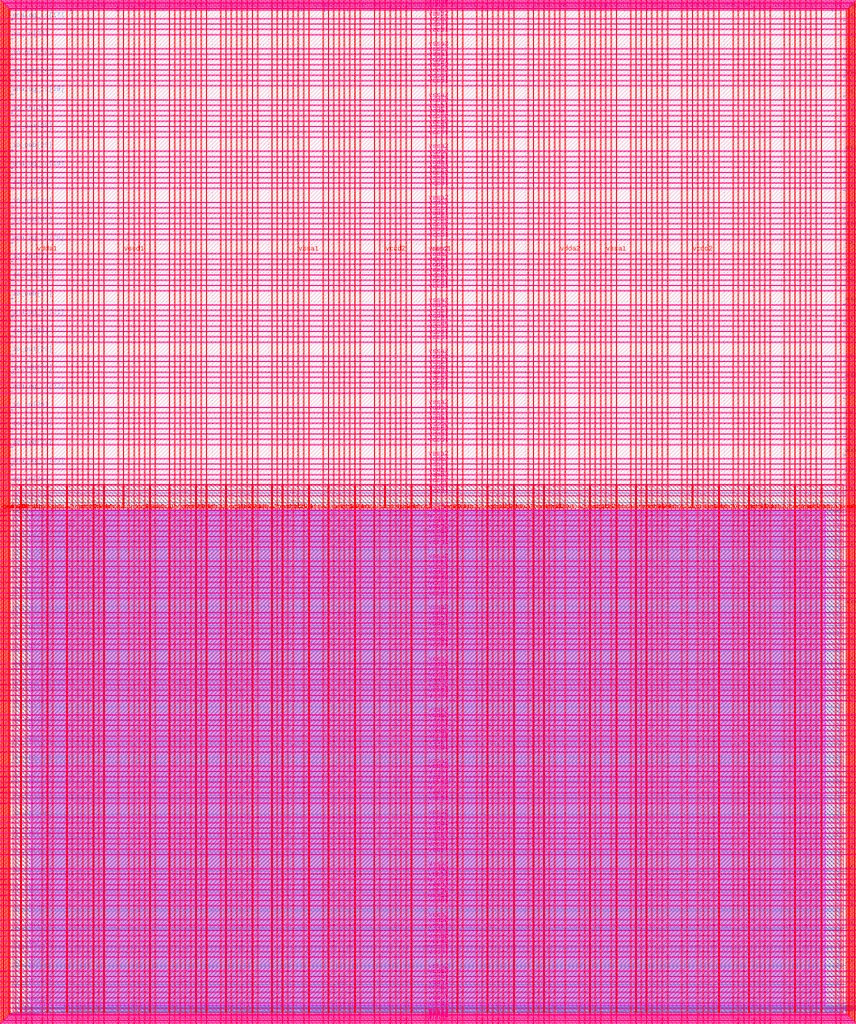
<source format=lef>
VERSION 5.7 ;
  NOWIREEXTENSIONATPIN ON ;
  DIVIDERCHAR "/" ;
  BUSBITCHARS "[]" ;
MACRO user_project_wrapper
  CLASS BLOCK ;
  FOREIGN user_project_wrapper ;
  ORIGIN 0.000 0.000 ;
  SIZE 2920.000 BY 3520.000 ;
  PIN analog_io[0]
    DIRECTION INOUT ;
    USE SIGNAL ;
    PORT
      LAYER met3 ;
        RECT 2917.600 1426.380 2924.800 1427.580 ;
    END
  END analog_io[0]
  PIN analog_io[10]
    DIRECTION INOUT ;
    USE SIGNAL ;
    PORT
      LAYER met2 ;
        RECT 2230.490 3517.600 2231.050 3524.800 ;
    END
  END analog_io[10]
  PIN analog_io[11]
    DIRECTION INOUT ;
    USE SIGNAL ;
    PORT
      LAYER met2 ;
        RECT 1905.730 3517.600 1906.290 3524.800 ;
    END
  END analog_io[11]
  PIN analog_io[12]
    DIRECTION INOUT ;
    USE SIGNAL ;
    PORT
      LAYER met2 ;
        RECT 1581.430 3517.600 1581.990 3524.800 ;
    END
  END analog_io[12]
  PIN analog_io[13]
    DIRECTION INOUT ;
    USE SIGNAL ;
    PORT
      LAYER met2 ;
        RECT 1257.130 3517.600 1257.690 3524.800 ;
    END
  END analog_io[13]
  PIN analog_io[14]
    DIRECTION INOUT ;
    USE SIGNAL ;
    PORT
      LAYER met2 ;
        RECT 932.370 3517.600 932.930 3524.800 ;
    END
  END analog_io[14]
  PIN analog_io[15]
    DIRECTION INOUT ;
    USE SIGNAL ;
    PORT
      LAYER met2 ;
        RECT 608.070 3517.600 608.630 3524.800 ;
    END
  END analog_io[15]
  PIN analog_io[16]
    DIRECTION INOUT ;
    USE SIGNAL ;
    PORT
      LAYER met2 ;
        RECT 283.770 3517.600 284.330 3524.800 ;
    END
  END analog_io[16]
  PIN analog_io[17]
    DIRECTION INOUT ;
    USE SIGNAL ;
    PORT
      LAYER met3 ;
        RECT -4.800 3486.100 2.400 3487.300 ;
    END
  END analog_io[17]
  PIN analog_io[18]
    DIRECTION INOUT ;
    USE SIGNAL ;
    PORT
      LAYER met3 ;
        RECT -4.800 3224.980 2.400 3226.180 ;
    END
  END analog_io[18]
  PIN analog_io[19]
    DIRECTION INOUT ;
    USE SIGNAL ;
    PORT
      LAYER met3 ;
        RECT -4.800 2964.540 2.400 2965.740 ;
    END
  END analog_io[19]
  PIN analog_io[1]
    DIRECTION INOUT ;
    USE SIGNAL ;
    PORT
      LAYER met3 ;
        RECT 2917.600 1692.260 2924.800 1693.460 ;
    END
  END analog_io[1]
  PIN analog_io[20]
    DIRECTION INOUT ;
    USE SIGNAL ;
    PORT
      LAYER met3 ;
        RECT -4.800 2703.420 2.400 2704.620 ;
    END
  END analog_io[20]
  PIN analog_io[21]
    DIRECTION INOUT ;
    USE SIGNAL ;
    PORT
      LAYER met3 ;
        RECT -4.800 2442.980 2.400 2444.180 ;
    END
  END analog_io[21]
  PIN analog_io[22]
    DIRECTION INOUT ;
    USE SIGNAL ;
    PORT
      LAYER met3 ;
        RECT -4.800 2182.540 2.400 2183.740 ;
    END
  END analog_io[22]
  PIN analog_io[23]
    DIRECTION INOUT ;
    USE SIGNAL ;
    PORT
      LAYER met3 ;
        RECT -4.800 1921.420 2.400 1922.620 ;
    END
  END analog_io[23]
  PIN analog_io[24]
    DIRECTION INOUT ;
    USE SIGNAL ;
    PORT
      LAYER met3 ;
        RECT -4.800 1660.980 2.400 1662.180 ;
    END
  END analog_io[24]
  PIN analog_io[25]
    DIRECTION INOUT ;
    USE SIGNAL ;
    PORT
      LAYER met3 ;
        RECT -4.800 1399.860 2.400 1401.060 ;
    END
  END analog_io[25]
  PIN analog_io[26]
    DIRECTION INOUT ;
    USE SIGNAL ;
    PORT
      LAYER met3 ;
        RECT -4.800 1139.420 2.400 1140.620 ;
    END
  END analog_io[26]
  PIN analog_io[27]
    DIRECTION INOUT ;
    USE SIGNAL ;
    PORT
      LAYER met3 ;
        RECT -4.800 878.980 2.400 880.180 ;
    END
  END analog_io[27]
  PIN analog_io[28]
    DIRECTION INOUT ;
    USE SIGNAL ;
    PORT
      LAYER met3 ;
        RECT -4.800 617.860 2.400 619.060 ;
    END
  END analog_io[28]
  PIN analog_io[2]
    DIRECTION INOUT ;
    USE SIGNAL ;
    PORT
      LAYER met3 ;
        RECT 2917.600 1958.140 2924.800 1959.340 ;
    END
  END analog_io[2]
  PIN analog_io[3]
    DIRECTION INOUT ;
    USE SIGNAL ;
    PORT
      LAYER met3 ;
        RECT 2917.600 2223.340 2924.800 2224.540 ;
    END
  END analog_io[3]
  PIN analog_io[4]
    DIRECTION INOUT ;
    USE SIGNAL ;
    PORT
      LAYER met3 ;
        RECT 2917.600 2489.220 2924.800 2490.420 ;
    END
  END analog_io[4]
  PIN analog_io[5]
    DIRECTION INOUT ;
    USE SIGNAL ;
    PORT
      LAYER met3 ;
        RECT 2917.600 2755.100 2924.800 2756.300 ;
    END
  END analog_io[5]
  PIN analog_io[6]
    DIRECTION INOUT ;
    USE SIGNAL ;
    PORT
      LAYER met3 ;
        RECT 2917.600 3020.300 2924.800 3021.500 ;
    END
  END analog_io[6]
  PIN analog_io[7]
    DIRECTION INOUT ;
    USE SIGNAL ;
    PORT
      LAYER met3 ;
        RECT 2917.600 3286.180 2924.800 3287.380 ;
    END
  END analog_io[7]
  PIN analog_io[8]
    DIRECTION INOUT ;
    USE SIGNAL ;
    PORT
      LAYER met2 ;
        RECT 2879.090 3517.600 2879.650 3524.800 ;
    END
  END analog_io[8]
  PIN analog_io[9]
    DIRECTION INOUT ;
    USE SIGNAL ;
    PORT
      LAYER met2 ;
        RECT 2554.790 3517.600 2555.350 3524.800 ;
    END
  END analog_io[9]
  PIN io_in[0]
    DIRECTION INPUT ;
    USE SIGNAL ;
    PORT
      LAYER met3 ;
        RECT 2917.600 32.380 2924.800 33.580 ;
    END
  END io_in[0]
  PIN io_in[10]
    DIRECTION INPUT ;
    USE SIGNAL ;
    PORT
      LAYER met3 ;
        RECT 2917.600 2289.980 2924.800 2291.180 ;
    END
  END io_in[10]
  PIN io_in[11]
    DIRECTION INPUT ;
    USE SIGNAL ;
    PORT
      LAYER met3 ;
        RECT 2917.600 2555.860 2924.800 2557.060 ;
    END
  END io_in[11]
  PIN io_in[12]
    DIRECTION INPUT ;
    USE SIGNAL ;
    PORT
      LAYER met3 ;
        RECT 2917.600 2821.060 2924.800 2822.260 ;
    END
  END io_in[12]
  PIN io_in[13]
    DIRECTION INPUT ;
    USE SIGNAL ;
    PORT
      LAYER met3 ;
        RECT 2917.600 3086.940 2924.800 3088.140 ;
    END
  END io_in[13]
  PIN io_in[14]
    DIRECTION INPUT ;
    USE SIGNAL ;
    PORT
      LAYER met3 ;
        RECT 2917.600 3352.820 2924.800 3354.020 ;
    END
  END io_in[14]
  PIN io_in[15]
    DIRECTION INPUT ;
    USE SIGNAL ;
    PORT
      LAYER met2 ;
        RECT 2798.130 3517.600 2798.690 3524.800 ;
    END
  END io_in[15]
  PIN io_in[16]
    DIRECTION INPUT ;
    USE SIGNAL ;
    PORT
      LAYER met2 ;
        RECT 2473.830 3517.600 2474.390 3524.800 ;
    END
  END io_in[16]
  PIN io_in[17]
    DIRECTION INPUT ;
    USE SIGNAL ;
    PORT
      LAYER met2 ;
        RECT 2149.070 3517.600 2149.630 3524.800 ;
    END
  END io_in[17]
  PIN io_in[18]
    DIRECTION INPUT ;
    USE SIGNAL ;
    PORT
      LAYER met2 ;
        RECT 1824.770 3517.600 1825.330 3524.800 ;
    END
  END io_in[18]
  PIN io_in[19]
    DIRECTION INPUT ;
    USE SIGNAL ;
    PORT
      LAYER met2 ;
        RECT 1500.470 3517.600 1501.030 3524.800 ;
    END
  END io_in[19]
  PIN io_in[1]
    DIRECTION INPUT ;
    USE SIGNAL ;
    PORT
      LAYER met3 ;
        RECT 2917.600 230.940 2924.800 232.140 ;
    END
  END io_in[1]
  PIN io_in[20]
    DIRECTION INPUT ;
    USE SIGNAL ;
    PORT
      LAYER met2 ;
        RECT 1175.710 3517.600 1176.270 3524.800 ;
    END
  END io_in[20]
  PIN io_in[21]
    DIRECTION INPUT ;
    USE SIGNAL ;
    PORT
      LAYER met2 ;
        RECT 851.410 3517.600 851.970 3524.800 ;
    END
  END io_in[21]
  PIN io_in[22]
    DIRECTION INPUT ;
    USE SIGNAL ;
    PORT
      LAYER met2 ;
        RECT 527.110 3517.600 527.670 3524.800 ;
    END
  END io_in[22]
  PIN io_in[23]
    DIRECTION INPUT ;
    USE SIGNAL ;
    PORT
      LAYER met2 ;
        RECT 202.350 3517.600 202.910 3524.800 ;
    END
  END io_in[23]
  PIN io_in[24]
    DIRECTION INPUT ;
    USE SIGNAL ;
    PORT
      LAYER met3 ;
        RECT -4.800 3420.820 2.400 3422.020 ;
    END
  END io_in[24]
  PIN io_in[25]
    DIRECTION INPUT ;
    USE SIGNAL ;
    PORT
      LAYER met3 ;
        RECT -4.800 3159.700 2.400 3160.900 ;
    END
  END io_in[25]
  PIN io_in[26]
    DIRECTION INPUT ;
    USE SIGNAL ;
    PORT
      LAYER met3 ;
        RECT -4.800 2899.260 2.400 2900.460 ;
    END
  END io_in[26]
  PIN io_in[27]
    DIRECTION INPUT ;
    USE SIGNAL ;
    PORT
      LAYER met3 ;
        RECT -4.800 2638.820 2.400 2640.020 ;
    END
  END io_in[27]
  PIN io_in[28]
    DIRECTION INPUT ;
    USE SIGNAL ;
    PORT
      LAYER met3 ;
        RECT -4.800 2377.700 2.400 2378.900 ;
    END
  END io_in[28]
  PIN io_in[29]
    DIRECTION INPUT ;
    USE SIGNAL ;
    PORT
      LAYER met3 ;
        RECT -4.800 2117.260 2.400 2118.460 ;
    END
  END io_in[29]
  PIN io_in[2]
    DIRECTION INPUT ;
    USE SIGNAL ;
    PORT
      LAYER met3 ;
        RECT 2917.600 430.180 2924.800 431.380 ;
    END
  END io_in[2]
  PIN io_in[30]
    DIRECTION INPUT ;
    USE SIGNAL ;
    PORT
      LAYER met3 ;
        RECT -4.800 1856.140 2.400 1857.340 ;
    END
  END io_in[30]
  PIN io_in[31]
    DIRECTION INPUT ;
    USE SIGNAL ;
    PORT
      LAYER met3 ;
        RECT -4.800 1595.700 2.400 1596.900 ;
    END
  END io_in[31]
  PIN io_in[32]
    DIRECTION INPUT ;
    USE SIGNAL ;
    PORT
      LAYER met3 ;
        RECT -4.800 1335.260 2.400 1336.460 ;
    END
  END io_in[32]
  PIN io_in[33]
    DIRECTION INPUT ;
    USE SIGNAL ;
    PORT
      LAYER met3 ;
        RECT -4.800 1074.140 2.400 1075.340 ;
    END
  END io_in[33]
  PIN io_in[34]
    DIRECTION INPUT ;
    USE SIGNAL ;
    PORT
      LAYER met3 ;
        RECT -4.800 813.700 2.400 814.900 ;
    END
  END io_in[34]
  PIN io_in[35]
    DIRECTION INPUT ;
    USE SIGNAL ;
    PORT
      LAYER met3 ;
        RECT -4.800 552.580 2.400 553.780 ;
    END
  END io_in[35]
  PIN io_in[36]
    DIRECTION INPUT ;
    USE SIGNAL ;
    PORT
      LAYER met3 ;
        RECT -4.800 357.420 2.400 358.620 ;
    END
  END io_in[36]
  PIN io_in[37]
    DIRECTION INPUT ;
    USE SIGNAL ;
    PORT
      LAYER met3 ;
        RECT -4.800 161.580 2.400 162.780 ;
    END
  END io_in[37]
  PIN io_in[3]
    DIRECTION INPUT ;
    USE SIGNAL ;
    PORT
      LAYER met3 ;
        RECT 2917.600 629.420 2924.800 630.620 ;
    END
  END io_in[3]
  PIN io_in[4]
    DIRECTION INPUT ;
    USE SIGNAL ;
    PORT
      LAYER met3 ;
        RECT 2917.600 828.660 2924.800 829.860 ;
    END
  END io_in[4]
  PIN io_in[5]
    DIRECTION INPUT ;
    USE SIGNAL ;
    PORT
      LAYER met3 ;
        RECT 2917.600 1027.900 2924.800 1029.100 ;
    END
  END io_in[5]
  PIN io_in[6]
    DIRECTION INPUT ;
    USE SIGNAL ;
    PORT
      LAYER met3 ;
        RECT 2917.600 1227.140 2924.800 1228.340 ;
    END
  END io_in[6]
  PIN io_in[7]
    DIRECTION INPUT ;
    USE SIGNAL ;
    PORT
      LAYER met3 ;
        RECT 2917.600 1493.020 2924.800 1494.220 ;
    END
  END io_in[7]
  PIN io_in[8]
    DIRECTION INPUT ;
    USE SIGNAL ;
    PORT
      LAYER met3 ;
        RECT 2917.600 1758.900 2924.800 1760.100 ;
    END
  END io_in[8]
  PIN io_in[9]
    DIRECTION INPUT ;
    USE SIGNAL ;
    PORT
      LAYER met3 ;
        RECT 2917.600 2024.100 2924.800 2025.300 ;
    END
  END io_in[9]
  PIN io_oeb[0]
    DIRECTION OUTPUT ;
    USE SIGNAL ;
    ANTENNADIFFAREA 2.673000 ;
    PORT
      LAYER met3 ;
        RECT 2917.600 164.980 2924.800 166.180 ;
    END
  END io_oeb[0]
  PIN io_oeb[10]
    DIRECTION OUTPUT ;
    USE SIGNAL ;
    PORT
      LAYER met3 ;
        RECT 2917.600 2422.580 2924.800 2423.780 ;
    END
  END io_oeb[10]
  PIN io_oeb[11]
    DIRECTION OUTPUT ;
    USE SIGNAL ;
    PORT
      LAYER met3 ;
        RECT 2917.600 2688.460 2924.800 2689.660 ;
    END
  END io_oeb[11]
  PIN io_oeb[12]
    DIRECTION OUTPUT ;
    USE SIGNAL ;
    PORT
      LAYER met3 ;
        RECT 2917.600 2954.340 2924.800 2955.540 ;
    END
  END io_oeb[12]
  PIN io_oeb[13]
    DIRECTION OUTPUT ;
    USE SIGNAL ;
    PORT
      LAYER met3 ;
        RECT 2917.600 3219.540 2924.800 3220.740 ;
    END
  END io_oeb[13]
  PIN io_oeb[14]
    DIRECTION OUTPUT ;
    USE SIGNAL ;
    PORT
      LAYER met3 ;
        RECT 2917.600 3485.420 2924.800 3486.620 ;
    END
  END io_oeb[14]
  PIN io_oeb[15]
    DIRECTION OUTPUT ;
    USE SIGNAL ;
    PORT
      LAYER met2 ;
        RECT 2635.750 3517.600 2636.310 3524.800 ;
    END
  END io_oeb[15]
  PIN io_oeb[16]
    DIRECTION OUTPUT ;
    USE SIGNAL ;
    PORT
      LAYER met2 ;
        RECT 2311.450 3517.600 2312.010 3524.800 ;
    END
  END io_oeb[16]
  PIN io_oeb[17]
    DIRECTION OUTPUT ;
    USE SIGNAL ;
    PORT
      LAYER met2 ;
        RECT 1987.150 3517.600 1987.710 3524.800 ;
    END
  END io_oeb[17]
  PIN io_oeb[18]
    DIRECTION OUTPUT ;
    USE SIGNAL ;
    PORT
      LAYER met2 ;
        RECT 1662.390 3517.600 1662.950 3524.800 ;
    END
  END io_oeb[18]
  PIN io_oeb[19]
    DIRECTION OUTPUT ;
    USE SIGNAL ;
    PORT
      LAYER met2 ;
        RECT 1338.090 3517.600 1338.650 3524.800 ;
    END
  END io_oeb[19]
  PIN io_oeb[1]
    DIRECTION OUTPUT ;
    USE SIGNAL ;
    ANTENNADIFFAREA 2.673000 ;
    PORT
      LAYER met3 ;
        RECT 2917.600 364.220 2924.800 365.420 ;
    END
  END io_oeb[1]
  PIN io_oeb[20]
    DIRECTION OUTPUT ;
    USE SIGNAL ;
    PORT
      LAYER met2 ;
        RECT 1013.790 3517.600 1014.350 3524.800 ;
    END
  END io_oeb[20]
  PIN io_oeb[21]
    DIRECTION OUTPUT ;
    USE SIGNAL ;
    PORT
      LAYER met2 ;
        RECT 689.030 3517.600 689.590 3524.800 ;
    END
  END io_oeb[21]
  PIN io_oeb[22]
    DIRECTION OUTPUT ;
    USE SIGNAL ;
    PORT
      LAYER met2 ;
        RECT 364.730 3517.600 365.290 3524.800 ;
    END
  END io_oeb[22]
  PIN io_oeb[23]
    DIRECTION OUTPUT ;
    USE SIGNAL ;
    PORT
      LAYER met2 ;
        RECT 40.430 3517.600 40.990 3524.800 ;
    END
  END io_oeb[23]
  PIN io_oeb[24]
    DIRECTION OUTPUT ;
    USE SIGNAL ;
    PORT
      LAYER met3 ;
        RECT -4.800 3290.260 2.400 3291.460 ;
    END
  END io_oeb[24]
  PIN io_oeb[25]
    DIRECTION OUTPUT ;
    USE SIGNAL ;
    PORT
      LAYER met3 ;
        RECT -4.800 3029.820 2.400 3031.020 ;
    END
  END io_oeb[25]
  PIN io_oeb[26]
    DIRECTION OUTPUT ;
    USE SIGNAL ;
    PORT
      LAYER met3 ;
        RECT -4.800 2768.700 2.400 2769.900 ;
    END
  END io_oeb[26]
  PIN io_oeb[27]
    DIRECTION OUTPUT ;
    USE SIGNAL ;
    PORT
      LAYER met3 ;
        RECT -4.800 2508.260 2.400 2509.460 ;
    END
  END io_oeb[27]
  PIN io_oeb[28]
    DIRECTION OUTPUT ;
    USE SIGNAL ;
    PORT
      LAYER met3 ;
        RECT -4.800 2247.140 2.400 2248.340 ;
    END
  END io_oeb[28]
  PIN io_oeb[29]
    DIRECTION OUTPUT ;
    USE SIGNAL ;
    PORT
      LAYER met3 ;
        RECT -4.800 1986.700 2.400 1987.900 ;
    END
  END io_oeb[29]
  PIN io_oeb[2]
    DIRECTION OUTPUT ;
    USE SIGNAL ;
    ANTENNADIFFAREA 2.673000 ;
    PORT
      LAYER met3 ;
        RECT 2917.600 563.460 2924.800 564.660 ;
    END
  END io_oeb[2]
  PIN io_oeb[30]
    DIRECTION OUTPUT ;
    USE SIGNAL ;
    ANTENNADIFFAREA 2.673000 ;
    PORT
      LAYER met3 ;
        RECT -4.800 1726.260 2.400 1727.460 ;
    END
  END io_oeb[30]
  PIN io_oeb[31]
    DIRECTION OUTPUT ;
    USE SIGNAL ;
    ANTENNADIFFAREA 2.673000 ;
    PORT
      LAYER met3 ;
        RECT -4.800 1465.140 2.400 1466.340 ;
    END
  END io_oeb[31]
  PIN io_oeb[32]
    DIRECTION OUTPUT ;
    USE SIGNAL ;
    ANTENNADIFFAREA 2.673000 ;
    PORT
      LAYER met3 ;
        RECT -4.800 1204.700 2.400 1205.900 ;
    END
  END io_oeb[32]
  PIN io_oeb[33]
    DIRECTION OUTPUT ;
    USE SIGNAL ;
    ANTENNADIFFAREA 2.673000 ;
    PORT
      LAYER met3 ;
        RECT -4.800 943.580 2.400 944.780 ;
    END
  END io_oeb[33]
  PIN io_oeb[34]
    DIRECTION OUTPUT ;
    USE SIGNAL ;
    ANTENNADIFFAREA 2.673000 ;
    PORT
      LAYER met3 ;
        RECT -4.800 683.140 2.400 684.340 ;
    END
  END io_oeb[34]
  PIN io_oeb[35]
    DIRECTION OUTPUT ;
    USE SIGNAL ;
    ANTENNADIFFAREA 2.673000 ;
    PORT
      LAYER met3 ;
        RECT -4.800 422.700 2.400 423.900 ;
    END
  END io_oeb[35]
  PIN io_oeb[36]
    DIRECTION OUTPUT ;
    USE SIGNAL ;
    ANTENNADIFFAREA 2.673000 ;
    PORT
      LAYER met3 ;
        RECT -4.800 226.860 2.400 228.060 ;
    END
  END io_oeb[36]
  PIN io_oeb[37]
    DIRECTION OUTPUT ;
    USE SIGNAL ;
    ANTENNADIFFAREA 2.673000 ;
    PORT
      LAYER met3 ;
        RECT -4.800 31.700 2.400 32.900 ;
    END
  END io_oeb[37]
  PIN io_oeb[3]
    DIRECTION OUTPUT ;
    USE SIGNAL ;
    ANTENNADIFFAREA 2.673000 ;
    PORT
      LAYER met3 ;
        RECT 2917.600 762.700 2924.800 763.900 ;
    END
  END io_oeb[3]
  PIN io_oeb[4]
    DIRECTION OUTPUT ;
    USE SIGNAL ;
    ANTENNADIFFAREA 2.673000 ;
    PORT
      LAYER met3 ;
        RECT 2917.600 961.940 2924.800 963.140 ;
    END
  END io_oeb[4]
  PIN io_oeb[5]
    DIRECTION OUTPUT ;
    USE SIGNAL ;
    ANTENNADIFFAREA 2.673000 ;
    PORT
      LAYER met3 ;
        RECT 2917.600 1161.180 2924.800 1162.380 ;
    END
  END io_oeb[5]
  PIN io_oeb[6]
    DIRECTION OUTPUT ;
    USE SIGNAL ;
    ANTENNADIFFAREA 2.673000 ;
    PORT
      LAYER met3 ;
        RECT 2917.600 1360.420 2924.800 1361.620 ;
    END
  END io_oeb[6]
  PIN io_oeb[7]
    DIRECTION OUTPUT ;
    USE SIGNAL ;
    ANTENNADIFFAREA 2.673000 ;
    PORT
      LAYER met3 ;
        RECT 2917.600 1625.620 2924.800 1626.820 ;
    END
  END io_oeb[7]
  PIN io_oeb[8]
    DIRECTION OUTPUT ;
    USE SIGNAL ;
    PORT
      LAYER met3 ;
        RECT 2917.600 1891.500 2924.800 1892.700 ;
    END
  END io_oeb[8]
  PIN io_oeb[9]
    DIRECTION OUTPUT ;
    USE SIGNAL ;
    PORT
      LAYER met3 ;
        RECT 2917.600 2157.380 2924.800 2158.580 ;
    END
  END io_oeb[9]
  PIN io_out[0]
    DIRECTION OUTPUT ;
    USE SIGNAL ;
    ANTENNADIFFAREA 2.673000 ;
    PORT
      LAYER met3 ;
        RECT 2917.600 98.340 2924.800 99.540 ;
    END
  END io_out[0]
  PIN io_out[10]
    DIRECTION OUTPUT ;
    USE SIGNAL ;
    PORT
      LAYER met3 ;
        RECT 2917.600 2356.620 2924.800 2357.820 ;
    END
  END io_out[10]
  PIN io_out[11]
    DIRECTION OUTPUT ;
    USE SIGNAL ;
    PORT
      LAYER met3 ;
        RECT 2917.600 2621.820 2924.800 2623.020 ;
    END
  END io_out[11]
  PIN io_out[12]
    DIRECTION OUTPUT ;
    USE SIGNAL ;
    PORT
      LAYER met3 ;
        RECT 2917.600 2887.700 2924.800 2888.900 ;
    END
  END io_out[12]
  PIN io_out[13]
    DIRECTION OUTPUT ;
    USE SIGNAL ;
    PORT
      LAYER met3 ;
        RECT 2917.600 3153.580 2924.800 3154.780 ;
    END
  END io_out[13]
  PIN io_out[14]
    DIRECTION OUTPUT ;
    USE SIGNAL ;
    PORT
      LAYER met3 ;
        RECT 2917.600 3418.780 2924.800 3419.980 ;
    END
  END io_out[14]
  PIN io_out[15]
    DIRECTION OUTPUT ;
    USE SIGNAL ;
    PORT
      LAYER met2 ;
        RECT 2717.170 3517.600 2717.730 3524.800 ;
    END
  END io_out[15]
  PIN io_out[16]
    DIRECTION OUTPUT ;
    USE SIGNAL ;
    PORT
      LAYER met2 ;
        RECT 2392.410 3517.600 2392.970 3524.800 ;
    END
  END io_out[16]
  PIN io_out[17]
    DIRECTION OUTPUT ;
    USE SIGNAL ;
    PORT
      LAYER met2 ;
        RECT 2068.110 3517.600 2068.670 3524.800 ;
    END
  END io_out[17]
  PIN io_out[18]
    DIRECTION OUTPUT ;
    USE SIGNAL ;
    PORT
      LAYER met2 ;
        RECT 1743.810 3517.600 1744.370 3524.800 ;
    END
  END io_out[18]
  PIN io_out[19]
    DIRECTION OUTPUT ;
    USE SIGNAL ;
    PORT
      LAYER met2 ;
        RECT 1419.050 3517.600 1419.610 3524.800 ;
    END
  END io_out[19]
  PIN io_out[1]
    DIRECTION OUTPUT ;
    USE SIGNAL ;
    ANTENNADIFFAREA 2.673000 ;
    PORT
      LAYER met3 ;
        RECT 2917.600 297.580 2924.800 298.780 ;
    END
  END io_out[1]
  PIN io_out[20]
    DIRECTION OUTPUT ;
    USE SIGNAL ;
    PORT
      LAYER met2 ;
        RECT 1094.750 3517.600 1095.310 3524.800 ;
    END
  END io_out[20]
  PIN io_out[21]
    DIRECTION OUTPUT ;
    USE SIGNAL ;
    PORT
      LAYER met2 ;
        RECT 770.450 3517.600 771.010 3524.800 ;
    END
  END io_out[21]
  PIN io_out[22]
    DIRECTION OUTPUT ;
    USE SIGNAL ;
    PORT
      LAYER met2 ;
        RECT 445.690 3517.600 446.250 3524.800 ;
    END
  END io_out[22]
  PIN io_out[23]
    DIRECTION OUTPUT ;
    USE SIGNAL ;
    PORT
      LAYER met2 ;
        RECT 121.390 3517.600 121.950 3524.800 ;
    END
  END io_out[23]
  PIN io_out[24]
    DIRECTION OUTPUT ;
    USE SIGNAL ;
    PORT
      LAYER met3 ;
        RECT -4.800 3355.540 2.400 3356.740 ;
    END
  END io_out[24]
  PIN io_out[25]
    DIRECTION OUTPUT ;
    USE SIGNAL ;
    PORT
      LAYER met3 ;
        RECT -4.800 3095.100 2.400 3096.300 ;
    END
  END io_out[25]
  PIN io_out[26]
    DIRECTION OUTPUT ;
    USE SIGNAL ;
    PORT
      LAYER met3 ;
        RECT -4.800 2833.980 2.400 2835.180 ;
    END
  END io_out[26]
  PIN io_out[27]
    DIRECTION OUTPUT ;
    USE SIGNAL ;
    PORT
      LAYER met3 ;
        RECT -4.800 2573.540 2.400 2574.740 ;
    END
  END io_out[27]
  PIN io_out[28]
    DIRECTION OUTPUT ;
    USE SIGNAL ;
    PORT
      LAYER met3 ;
        RECT -4.800 2312.420 2.400 2313.620 ;
    END
  END io_out[28]
  PIN io_out[29]
    DIRECTION OUTPUT ;
    USE SIGNAL ;
    PORT
      LAYER met3 ;
        RECT -4.800 2051.980 2.400 2053.180 ;
    END
  END io_out[29]
  PIN io_out[2]
    DIRECTION OUTPUT ;
    USE SIGNAL ;
    ANTENNADIFFAREA 2.673000 ;
    PORT
      LAYER met3 ;
        RECT 2917.600 496.820 2924.800 498.020 ;
    END
  END io_out[2]
  PIN io_out[30]
    DIRECTION OUTPUT ;
    USE SIGNAL ;
    ANTENNADIFFAREA 2.673000 ;
    PORT
      LAYER met3 ;
        RECT -4.800 1791.540 2.400 1792.740 ;
    END
  END io_out[30]
  PIN io_out[31]
    DIRECTION OUTPUT ;
    USE SIGNAL ;
    ANTENNADIFFAREA 2.673000 ;
    PORT
      LAYER met3 ;
        RECT -4.800 1530.420 2.400 1531.620 ;
    END
  END io_out[31]
  PIN io_out[32]
    DIRECTION OUTPUT ;
    USE SIGNAL ;
    ANTENNADIFFAREA 2.673000 ;
    PORT
      LAYER met3 ;
        RECT -4.800 1269.980 2.400 1271.180 ;
    END
  END io_out[32]
  PIN io_out[33]
    DIRECTION OUTPUT ;
    USE SIGNAL ;
    ANTENNADIFFAREA 2.673000 ;
    PORT
      LAYER met3 ;
        RECT -4.800 1008.860 2.400 1010.060 ;
    END
  END io_out[33]
  PIN io_out[34]
    DIRECTION OUTPUT ;
    USE SIGNAL ;
    ANTENNADIFFAREA 2.673000 ;
    PORT
      LAYER met3 ;
        RECT -4.800 748.420 2.400 749.620 ;
    END
  END io_out[34]
  PIN io_out[35]
    DIRECTION OUTPUT ;
    USE SIGNAL ;
    ANTENNADIFFAREA 2.673000 ;
    PORT
      LAYER met3 ;
        RECT -4.800 487.300 2.400 488.500 ;
    END
  END io_out[35]
  PIN io_out[36]
    DIRECTION OUTPUT ;
    USE SIGNAL ;
    ANTENNADIFFAREA 2.673000 ;
    PORT
      LAYER met3 ;
        RECT -4.800 292.140 2.400 293.340 ;
    END
  END io_out[36]
  PIN io_out[37]
    DIRECTION OUTPUT ;
    USE SIGNAL ;
    ANTENNADIFFAREA 2.673000 ;
    PORT
      LAYER met3 ;
        RECT -4.800 96.300 2.400 97.500 ;
    END
  END io_out[37]
  PIN io_out[3]
    DIRECTION OUTPUT ;
    USE SIGNAL ;
    ANTENNADIFFAREA 2.673000 ;
    PORT
      LAYER met3 ;
        RECT 2917.600 696.060 2924.800 697.260 ;
    END
  END io_out[3]
  PIN io_out[4]
    DIRECTION OUTPUT ;
    USE SIGNAL ;
    ANTENNADIFFAREA 2.673000 ;
    PORT
      LAYER met3 ;
        RECT 2917.600 895.300 2924.800 896.500 ;
    END
  END io_out[4]
  PIN io_out[5]
    DIRECTION OUTPUT ;
    USE SIGNAL ;
    ANTENNADIFFAREA 2.673000 ;
    PORT
      LAYER met3 ;
        RECT 2917.600 1094.540 2924.800 1095.740 ;
    END
  END io_out[5]
  PIN io_out[6]
    DIRECTION OUTPUT ;
    USE SIGNAL ;
    ANTENNADIFFAREA 2.673000 ;
    PORT
      LAYER met3 ;
        RECT 2917.600 1293.780 2924.800 1294.980 ;
    END
  END io_out[6]
  PIN io_out[7]
    DIRECTION OUTPUT ;
    USE SIGNAL ;
    ANTENNADIFFAREA 2.673000 ;
    PORT
      LAYER met3 ;
        RECT 2917.600 1559.660 2924.800 1560.860 ;
    END
  END io_out[7]
  PIN io_out[8]
    DIRECTION OUTPUT ;
    USE SIGNAL ;
    PORT
      LAYER met3 ;
        RECT 2917.600 1824.860 2924.800 1826.060 ;
    END
  END io_out[8]
  PIN io_out[9]
    DIRECTION OUTPUT ;
    USE SIGNAL ;
    PORT
      LAYER met3 ;
        RECT 2917.600 2090.740 2924.800 2091.940 ;
    END
  END io_out[9]
  PIN la_data_in[0]
    DIRECTION INPUT ;
    USE SIGNAL ;
    PORT
      LAYER met2 ;
        RECT 629.230 -4.800 629.790 2.400 ;
    END
  END la_data_in[0]
  PIN la_data_in[100]
    DIRECTION INPUT ;
    USE SIGNAL ;
    PORT
      LAYER met2 ;
        RECT 2402.530 -4.800 2403.090 2.400 ;
    END
  END la_data_in[100]
  PIN la_data_in[101]
    DIRECTION INPUT ;
    USE SIGNAL ;
    PORT
      LAYER met2 ;
        RECT 2420.010 -4.800 2420.570 2.400 ;
    END
  END la_data_in[101]
  PIN la_data_in[102]
    DIRECTION INPUT ;
    USE SIGNAL ;
    PORT
      LAYER met2 ;
        RECT 2437.950 -4.800 2438.510 2.400 ;
    END
  END la_data_in[102]
  PIN la_data_in[103]
    DIRECTION INPUT ;
    USE SIGNAL ;
    PORT
      LAYER met2 ;
        RECT 2455.430 -4.800 2455.990 2.400 ;
    END
  END la_data_in[103]
  PIN la_data_in[104]
    DIRECTION INPUT ;
    USE SIGNAL ;
    PORT
      LAYER met2 ;
        RECT 2473.370 -4.800 2473.930 2.400 ;
    END
  END la_data_in[104]
  PIN la_data_in[105]
    DIRECTION INPUT ;
    USE SIGNAL ;
    PORT
      LAYER met2 ;
        RECT 2490.850 -4.800 2491.410 2.400 ;
    END
  END la_data_in[105]
  PIN la_data_in[106]
    DIRECTION INPUT ;
    USE SIGNAL ;
    PORT
      LAYER met2 ;
        RECT 2508.790 -4.800 2509.350 2.400 ;
    END
  END la_data_in[106]
  PIN la_data_in[107]
    DIRECTION INPUT ;
    USE SIGNAL ;
    PORT
      LAYER met2 ;
        RECT 2526.730 -4.800 2527.290 2.400 ;
    END
  END la_data_in[107]
  PIN la_data_in[108]
    DIRECTION INPUT ;
    USE SIGNAL ;
    PORT
      LAYER met2 ;
        RECT 2544.210 -4.800 2544.770 2.400 ;
    END
  END la_data_in[108]
  PIN la_data_in[109]
    DIRECTION INPUT ;
    USE SIGNAL ;
    PORT
      LAYER met2 ;
        RECT 2562.150 -4.800 2562.710 2.400 ;
    END
  END la_data_in[109]
  PIN la_data_in[10]
    DIRECTION INPUT ;
    USE SIGNAL ;
    PORT
      LAYER met2 ;
        RECT 806.330 -4.800 806.890 2.400 ;
    END
  END la_data_in[10]
  PIN la_data_in[110]
    DIRECTION INPUT ;
    USE SIGNAL ;
    PORT
      LAYER met2 ;
        RECT 2579.630 -4.800 2580.190 2.400 ;
    END
  END la_data_in[110]
  PIN la_data_in[111]
    DIRECTION INPUT ;
    USE SIGNAL ;
    PORT
      LAYER met2 ;
        RECT 2597.570 -4.800 2598.130 2.400 ;
    END
  END la_data_in[111]
  PIN la_data_in[112]
    DIRECTION INPUT ;
    USE SIGNAL ;
    PORT
      LAYER met2 ;
        RECT 2615.050 -4.800 2615.610 2.400 ;
    END
  END la_data_in[112]
  PIN la_data_in[113]
    DIRECTION INPUT ;
    USE SIGNAL ;
    PORT
      LAYER met2 ;
        RECT 2632.990 -4.800 2633.550 2.400 ;
    END
  END la_data_in[113]
  PIN la_data_in[114]
    DIRECTION INPUT ;
    USE SIGNAL ;
    PORT
      LAYER met2 ;
        RECT 2650.470 -4.800 2651.030 2.400 ;
    END
  END la_data_in[114]
  PIN la_data_in[115]
    DIRECTION INPUT ;
    USE SIGNAL ;
    PORT
      LAYER met2 ;
        RECT 2668.410 -4.800 2668.970 2.400 ;
    END
  END la_data_in[115]
  PIN la_data_in[116]
    DIRECTION INPUT ;
    USE SIGNAL ;
    PORT
      LAYER met2 ;
        RECT 2685.890 -4.800 2686.450 2.400 ;
    END
  END la_data_in[116]
  PIN la_data_in[117]
    DIRECTION INPUT ;
    USE SIGNAL ;
    PORT
      LAYER met2 ;
        RECT 2703.830 -4.800 2704.390 2.400 ;
    END
  END la_data_in[117]
  PIN la_data_in[118]
    DIRECTION INPUT ;
    USE SIGNAL ;
    PORT
      LAYER met2 ;
        RECT 2721.770 -4.800 2722.330 2.400 ;
    END
  END la_data_in[118]
  PIN la_data_in[119]
    DIRECTION INPUT ;
    USE SIGNAL ;
    PORT
      LAYER met2 ;
        RECT 2739.250 -4.800 2739.810 2.400 ;
    END
  END la_data_in[119]
  PIN la_data_in[11]
    DIRECTION INPUT ;
    USE SIGNAL ;
    PORT
      LAYER met2 ;
        RECT 824.270 -4.800 824.830 2.400 ;
    END
  END la_data_in[11]
  PIN la_data_in[120]
    DIRECTION INPUT ;
    USE SIGNAL ;
    PORT
      LAYER met2 ;
        RECT 2757.190 -4.800 2757.750 2.400 ;
    END
  END la_data_in[120]
  PIN la_data_in[121]
    DIRECTION INPUT ;
    USE SIGNAL ;
    PORT
      LAYER met2 ;
        RECT 2774.670 -4.800 2775.230 2.400 ;
    END
  END la_data_in[121]
  PIN la_data_in[122]
    DIRECTION INPUT ;
    USE SIGNAL ;
    PORT
      LAYER met2 ;
        RECT 2792.610 -4.800 2793.170 2.400 ;
    END
  END la_data_in[122]
  PIN la_data_in[123]
    DIRECTION INPUT ;
    USE SIGNAL ;
    PORT
      LAYER met2 ;
        RECT 2810.090 -4.800 2810.650 2.400 ;
    END
  END la_data_in[123]
  PIN la_data_in[124]
    DIRECTION INPUT ;
    USE SIGNAL ;
    PORT
      LAYER met2 ;
        RECT 2828.030 -4.800 2828.590 2.400 ;
    END
  END la_data_in[124]
  PIN la_data_in[125]
    DIRECTION INPUT ;
    USE SIGNAL ;
    PORT
      LAYER met2 ;
        RECT 2845.510 -4.800 2846.070 2.400 ;
    END
  END la_data_in[125]
  PIN la_data_in[126]
    DIRECTION INPUT ;
    USE SIGNAL ;
    PORT
      LAYER met2 ;
        RECT 2863.450 -4.800 2864.010 2.400 ;
    END
  END la_data_in[126]
  PIN la_data_in[127]
    DIRECTION INPUT ;
    USE SIGNAL ;
    PORT
      LAYER met2 ;
        RECT 2881.390 -4.800 2881.950 2.400 ;
    END
  END la_data_in[127]
  PIN la_data_in[12]
    DIRECTION INPUT ;
    USE SIGNAL ;
    PORT
      LAYER met2 ;
        RECT 841.750 -4.800 842.310 2.400 ;
    END
  END la_data_in[12]
  PIN la_data_in[13]
    DIRECTION INPUT ;
    USE SIGNAL ;
    PORT
      LAYER met2 ;
        RECT 859.690 -4.800 860.250 2.400 ;
    END
  END la_data_in[13]
  PIN la_data_in[14]
    DIRECTION INPUT ;
    USE SIGNAL ;
    PORT
      LAYER met2 ;
        RECT 877.170 -4.800 877.730 2.400 ;
    END
  END la_data_in[14]
  PIN la_data_in[15]
    DIRECTION INPUT ;
    USE SIGNAL ;
    PORT
      LAYER met2 ;
        RECT 895.110 -4.800 895.670 2.400 ;
    END
  END la_data_in[15]
  PIN la_data_in[16]
    DIRECTION INPUT ;
    USE SIGNAL ;
    PORT
      LAYER met2 ;
        RECT 912.590 -4.800 913.150 2.400 ;
    END
  END la_data_in[16]
  PIN la_data_in[17]
    DIRECTION INPUT ;
    USE SIGNAL ;
    PORT
      LAYER met2 ;
        RECT 930.530 -4.800 931.090 2.400 ;
    END
  END la_data_in[17]
  PIN la_data_in[18]
    DIRECTION INPUT ;
    USE SIGNAL ;
    PORT
      LAYER met2 ;
        RECT 948.470 -4.800 949.030 2.400 ;
    END
  END la_data_in[18]
  PIN la_data_in[19]
    DIRECTION INPUT ;
    USE SIGNAL ;
    PORT
      LAYER met2 ;
        RECT 965.950 -4.800 966.510 2.400 ;
    END
  END la_data_in[19]
  PIN la_data_in[1]
    DIRECTION INPUT ;
    USE SIGNAL ;
    PORT
      LAYER met2 ;
        RECT 646.710 -4.800 647.270 2.400 ;
    END
  END la_data_in[1]
  PIN la_data_in[20]
    DIRECTION INPUT ;
    USE SIGNAL ;
    PORT
      LAYER met2 ;
        RECT 983.890 -4.800 984.450 2.400 ;
    END
  END la_data_in[20]
  PIN la_data_in[21]
    DIRECTION INPUT ;
    USE SIGNAL ;
    PORT
      LAYER met2 ;
        RECT 1001.370 -4.800 1001.930 2.400 ;
    END
  END la_data_in[21]
  PIN la_data_in[22]
    DIRECTION INPUT ;
    USE SIGNAL ;
    PORT
      LAYER met2 ;
        RECT 1019.310 -4.800 1019.870 2.400 ;
    END
  END la_data_in[22]
  PIN la_data_in[23]
    DIRECTION INPUT ;
    USE SIGNAL ;
    PORT
      LAYER met2 ;
        RECT 1036.790 -4.800 1037.350 2.400 ;
    END
  END la_data_in[23]
  PIN la_data_in[24]
    DIRECTION INPUT ;
    USE SIGNAL ;
    PORT
      LAYER met2 ;
        RECT 1054.730 -4.800 1055.290 2.400 ;
    END
  END la_data_in[24]
  PIN la_data_in[25]
    DIRECTION INPUT ;
    USE SIGNAL ;
    PORT
      LAYER met2 ;
        RECT 1072.210 -4.800 1072.770 2.400 ;
    END
  END la_data_in[25]
  PIN la_data_in[26]
    DIRECTION INPUT ;
    USE SIGNAL ;
    PORT
      LAYER met2 ;
        RECT 1090.150 -4.800 1090.710 2.400 ;
    END
  END la_data_in[26]
  PIN la_data_in[27]
    DIRECTION INPUT ;
    USE SIGNAL ;
    PORT
      LAYER met2 ;
        RECT 1107.630 -4.800 1108.190 2.400 ;
    END
  END la_data_in[27]
  PIN la_data_in[28]
    DIRECTION INPUT ;
    USE SIGNAL ;
    PORT
      LAYER met2 ;
        RECT 1125.570 -4.800 1126.130 2.400 ;
    END
  END la_data_in[28]
  PIN la_data_in[29]
    DIRECTION INPUT ;
    USE SIGNAL ;
    PORT
      LAYER met2 ;
        RECT 1143.510 -4.800 1144.070 2.400 ;
    END
  END la_data_in[29]
  PIN la_data_in[2]
    DIRECTION INPUT ;
    USE SIGNAL ;
    PORT
      LAYER met2 ;
        RECT 664.650 -4.800 665.210 2.400 ;
    END
  END la_data_in[2]
  PIN la_data_in[30]
    DIRECTION INPUT ;
    USE SIGNAL ;
    PORT
      LAYER met2 ;
        RECT 1160.990 -4.800 1161.550 2.400 ;
    END
  END la_data_in[30]
  PIN la_data_in[31]
    DIRECTION INPUT ;
    USE SIGNAL ;
    PORT
      LAYER met2 ;
        RECT 1178.930 -4.800 1179.490 2.400 ;
    END
  END la_data_in[31]
  PIN la_data_in[32]
    DIRECTION INPUT ;
    USE SIGNAL ;
    PORT
      LAYER met2 ;
        RECT 1196.410 -4.800 1196.970 2.400 ;
    END
  END la_data_in[32]
  PIN la_data_in[33]
    DIRECTION INPUT ;
    USE SIGNAL ;
    PORT
      LAYER met2 ;
        RECT 1214.350 -4.800 1214.910 2.400 ;
    END
  END la_data_in[33]
  PIN la_data_in[34]
    DIRECTION INPUT ;
    USE SIGNAL ;
    PORT
      LAYER met2 ;
        RECT 1231.830 -4.800 1232.390 2.400 ;
    END
  END la_data_in[34]
  PIN la_data_in[35]
    DIRECTION INPUT ;
    USE SIGNAL ;
    PORT
      LAYER met2 ;
        RECT 1249.770 -4.800 1250.330 2.400 ;
    END
  END la_data_in[35]
  PIN la_data_in[36]
    DIRECTION INPUT ;
    USE SIGNAL ;
    PORT
      LAYER met2 ;
        RECT 1267.250 -4.800 1267.810 2.400 ;
    END
  END la_data_in[36]
  PIN la_data_in[37]
    DIRECTION INPUT ;
    USE SIGNAL ;
    PORT
      LAYER met2 ;
        RECT 1285.190 -4.800 1285.750 2.400 ;
    END
  END la_data_in[37]
  PIN la_data_in[38]
    DIRECTION INPUT ;
    USE SIGNAL ;
    PORT
      LAYER met2 ;
        RECT 1303.130 -4.800 1303.690 2.400 ;
    END
  END la_data_in[38]
  PIN la_data_in[39]
    DIRECTION INPUT ;
    USE SIGNAL ;
    PORT
      LAYER met2 ;
        RECT 1320.610 -4.800 1321.170 2.400 ;
    END
  END la_data_in[39]
  PIN la_data_in[3]
    DIRECTION INPUT ;
    USE SIGNAL ;
    PORT
      LAYER met2 ;
        RECT 682.130 -4.800 682.690 2.400 ;
    END
  END la_data_in[3]
  PIN la_data_in[40]
    DIRECTION INPUT ;
    USE SIGNAL ;
    PORT
      LAYER met2 ;
        RECT 1338.550 -4.800 1339.110 2.400 ;
    END
  END la_data_in[40]
  PIN la_data_in[41]
    DIRECTION INPUT ;
    USE SIGNAL ;
    PORT
      LAYER met2 ;
        RECT 1356.030 -4.800 1356.590 2.400 ;
    END
  END la_data_in[41]
  PIN la_data_in[42]
    DIRECTION INPUT ;
    USE SIGNAL ;
    PORT
      LAYER met2 ;
        RECT 1373.970 -4.800 1374.530 2.400 ;
    END
  END la_data_in[42]
  PIN la_data_in[43]
    DIRECTION INPUT ;
    USE SIGNAL ;
    PORT
      LAYER met2 ;
        RECT 1391.450 -4.800 1392.010 2.400 ;
    END
  END la_data_in[43]
  PIN la_data_in[44]
    DIRECTION INPUT ;
    USE SIGNAL ;
    PORT
      LAYER met2 ;
        RECT 1409.390 -4.800 1409.950 2.400 ;
    END
  END la_data_in[44]
  PIN la_data_in[45]
    DIRECTION INPUT ;
    USE SIGNAL ;
    PORT
      LAYER met2 ;
        RECT 1426.870 -4.800 1427.430 2.400 ;
    END
  END la_data_in[45]
  PIN la_data_in[46]
    DIRECTION INPUT ;
    USE SIGNAL ;
    PORT
      LAYER met2 ;
        RECT 1444.810 -4.800 1445.370 2.400 ;
    END
  END la_data_in[46]
  PIN la_data_in[47]
    DIRECTION INPUT ;
    USE SIGNAL ;
    PORT
      LAYER met2 ;
        RECT 1462.750 -4.800 1463.310 2.400 ;
    END
  END la_data_in[47]
  PIN la_data_in[48]
    DIRECTION INPUT ;
    USE SIGNAL ;
    ANTENNAGATEAREA 0.647700 ;
    ANTENNADIFFAREA 0.434700 ;
    PORT
      LAYER met2 ;
        RECT 1480.230 -4.800 1480.790 2.400 ;
    END
  END la_data_in[48]
  PIN la_data_in[49]
    DIRECTION INPUT ;
    USE SIGNAL ;
    ANTENNAGATEAREA 0.560700 ;
    ANTENNADIFFAREA 0.434700 ;
    PORT
      LAYER met2 ;
        RECT 1498.170 -4.800 1498.730 2.400 ;
    END
  END la_data_in[49]
  PIN la_data_in[4]
    DIRECTION INPUT ;
    USE SIGNAL ;
    PORT
      LAYER met2 ;
        RECT 700.070 -4.800 700.630 2.400 ;
    END
  END la_data_in[4]
  PIN la_data_in[50]
    DIRECTION INPUT ;
    USE SIGNAL ;
    ANTENNAGATEAREA 0.631200 ;
    ANTENNADIFFAREA 0.434700 ;
    PORT
      LAYER met2 ;
        RECT 1515.650 -4.800 1516.210 2.400 ;
    END
  END la_data_in[50]
  PIN la_data_in[51]
    DIRECTION INPUT ;
    USE SIGNAL ;
    ANTENNAGATEAREA 0.631200 ;
    ANTENNADIFFAREA 0.434700 ;
    PORT
      LAYER met2 ;
        RECT 1533.590 -4.800 1534.150 2.400 ;
    END
  END la_data_in[51]
  PIN la_data_in[52]
    DIRECTION INPUT ;
    USE SIGNAL ;
    ANTENNAGATEAREA 0.560700 ;
    ANTENNADIFFAREA 0.434700 ;
    PORT
      LAYER met2 ;
        RECT 1551.070 -4.800 1551.630 2.400 ;
    END
  END la_data_in[52]
  PIN la_data_in[53]
    DIRECTION INPUT ;
    USE SIGNAL ;
    ANTENNAGATEAREA 0.560700 ;
    ANTENNADIFFAREA 0.434700 ;
    PORT
      LAYER met2 ;
        RECT 1569.010 -4.800 1569.570 2.400 ;
    END
  END la_data_in[53]
  PIN la_data_in[54]
    DIRECTION INPUT ;
    USE SIGNAL ;
    ANTENNAGATEAREA 0.560700 ;
    ANTENNADIFFAREA 0.434700 ;
    PORT
      LAYER met2 ;
        RECT 1586.490 -4.800 1587.050 2.400 ;
    END
  END la_data_in[54]
  PIN la_data_in[55]
    DIRECTION INPUT ;
    USE SIGNAL ;
    ANTENNAGATEAREA 0.560700 ;
    ANTENNADIFFAREA 0.434700 ;
    PORT
      LAYER met2 ;
        RECT 1604.430 -4.800 1604.990 2.400 ;
    END
  END la_data_in[55]
  PIN la_data_in[56]
    DIRECTION INPUT ;
    USE SIGNAL ;
    ANTENNAGATEAREA 0.560700 ;
    ANTENNADIFFAREA 0.434700 ;
    PORT
      LAYER met2 ;
        RECT 1621.910 -4.800 1622.470 2.400 ;
    END
  END la_data_in[56]
  PIN la_data_in[57]
    DIRECTION INPUT ;
    USE SIGNAL ;
    ANTENNAGATEAREA 0.560700 ;
    ANTENNADIFFAREA 0.434700 ;
    PORT
      LAYER met2 ;
        RECT 1639.850 -4.800 1640.410 2.400 ;
    END
  END la_data_in[57]
  PIN la_data_in[58]
    DIRECTION INPUT ;
    USE SIGNAL ;
    ANTENNAGATEAREA 0.560700 ;
    ANTENNADIFFAREA 0.434700 ;
    PORT
      LAYER met2 ;
        RECT 1657.790 -4.800 1658.350 2.400 ;
    END
  END la_data_in[58]
  PIN la_data_in[59]
    DIRECTION INPUT ;
    USE SIGNAL ;
    ANTENNAGATEAREA 0.560700 ;
    ANTENNADIFFAREA 0.434700 ;
    PORT
      LAYER met2 ;
        RECT 1675.270 -4.800 1675.830 2.400 ;
    END
  END la_data_in[59]
  PIN la_data_in[5]
    DIRECTION INPUT ;
    USE SIGNAL ;
    PORT
      LAYER met2 ;
        RECT 717.550 -4.800 718.110 2.400 ;
    END
  END la_data_in[5]
  PIN la_data_in[60]
    DIRECTION INPUT ;
    USE SIGNAL ;
    ANTENNAGATEAREA 0.560700 ;
    ANTENNADIFFAREA 0.434700 ;
    PORT
      LAYER met2 ;
        RECT 1693.210 -4.800 1693.770 2.400 ;
    END
  END la_data_in[60]
  PIN la_data_in[61]
    DIRECTION INPUT ;
    USE SIGNAL ;
    ANTENNAGATEAREA 0.631200 ;
    ANTENNADIFFAREA 0.434700 ;
    PORT
      LAYER met2 ;
        RECT 1710.690 -4.800 1711.250 2.400 ;
    END
  END la_data_in[61]
  PIN la_data_in[62]
    DIRECTION INPUT ;
    USE SIGNAL ;
    ANTENNAGATEAREA 0.631200 ;
    ANTENNADIFFAREA 0.434700 ;
    PORT
      LAYER met2 ;
        RECT 1728.630 -4.800 1729.190 2.400 ;
    END
  END la_data_in[62]
  PIN la_data_in[63]
    DIRECTION INPUT ;
    USE SIGNAL ;
    ANTENNAGATEAREA 0.560700 ;
    ANTENNADIFFAREA 0.434700 ;
    PORT
      LAYER met2 ;
        RECT 1746.110 -4.800 1746.670 2.400 ;
    END
  END la_data_in[63]
  PIN la_data_in[64]
    DIRECTION INPUT ;
    USE SIGNAL ;
    ANTENNAGATEAREA 0.682200 ;
    ANTENNADIFFAREA 0.434700 ;
    PORT
      LAYER met2 ;
        RECT 1764.050 -4.800 1764.610 2.400 ;
    END
  END la_data_in[64]
  PIN la_data_in[65]
    DIRECTION INPUT ;
    USE SIGNAL ;
    ANTENNAGATEAREA 0.560700 ;
    ANTENNADIFFAREA 0.434700 ;
    PORT
      LAYER met2 ;
        RECT 1781.530 -4.800 1782.090 2.400 ;
    END
  END la_data_in[65]
  PIN la_data_in[66]
    DIRECTION INPUT ;
    USE SIGNAL ;
    PORT
      LAYER met2 ;
        RECT 1799.470 -4.800 1800.030 2.400 ;
    END
  END la_data_in[66]
  PIN la_data_in[67]
    DIRECTION INPUT ;
    USE SIGNAL ;
    PORT
      LAYER met2 ;
        RECT 1817.410 -4.800 1817.970 2.400 ;
    END
  END la_data_in[67]
  PIN la_data_in[68]
    DIRECTION INPUT ;
    USE SIGNAL ;
    PORT
      LAYER met2 ;
        RECT 1834.890 -4.800 1835.450 2.400 ;
    END
  END la_data_in[68]
  PIN la_data_in[69]
    DIRECTION INPUT ;
    USE SIGNAL ;
    PORT
      LAYER met2 ;
        RECT 1852.830 -4.800 1853.390 2.400 ;
    END
  END la_data_in[69]
  PIN la_data_in[6]
    DIRECTION INPUT ;
    USE SIGNAL ;
    PORT
      LAYER met2 ;
        RECT 735.490 -4.800 736.050 2.400 ;
    END
  END la_data_in[6]
  PIN la_data_in[70]
    DIRECTION INPUT ;
    USE SIGNAL ;
    PORT
      LAYER met2 ;
        RECT 1870.310 -4.800 1870.870 2.400 ;
    END
  END la_data_in[70]
  PIN la_data_in[71]
    DIRECTION INPUT ;
    USE SIGNAL ;
    PORT
      LAYER met2 ;
        RECT 1888.250 -4.800 1888.810 2.400 ;
    END
  END la_data_in[71]
  PIN la_data_in[72]
    DIRECTION INPUT ;
    USE SIGNAL ;
    PORT
      LAYER met2 ;
        RECT 1905.730 -4.800 1906.290 2.400 ;
    END
  END la_data_in[72]
  PIN la_data_in[73]
    DIRECTION INPUT ;
    USE SIGNAL ;
    PORT
      LAYER met2 ;
        RECT 1923.670 -4.800 1924.230 2.400 ;
    END
  END la_data_in[73]
  PIN la_data_in[74]
    DIRECTION INPUT ;
    USE SIGNAL ;
    PORT
      LAYER met2 ;
        RECT 1941.150 -4.800 1941.710 2.400 ;
    END
  END la_data_in[74]
  PIN la_data_in[75]
    DIRECTION INPUT ;
    USE SIGNAL ;
    PORT
      LAYER met2 ;
        RECT 1959.090 -4.800 1959.650 2.400 ;
    END
  END la_data_in[75]
  PIN la_data_in[76]
    DIRECTION INPUT ;
    USE SIGNAL ;
    PORT
      LAYER met2 ;
        RECT 1976.570 -4.800 1977.130 2.400 ;
    END
  END la_data_in[76]
  PIN la_data_in[77]
    DIRECTION INPUT ;
    USE SIGNAL ;
    PORT
      LAYER met2 ;
        RECT 1994.510 -4.800 1995.070 2.400 ;
    END
  END la_data_in[77]
  PIN la_data_in[78]
    DIRECTION INPUT ;
    USE SIGNAL ;
    PORT
      LAYER met2 ;
        RECT 2012.450 -4.800 2013.010 2.400 ;
    END
  END la_data_in[78]
  PIN la_data_in[79]
    DIRECTION INPUT ;
    USE SIGNAL ;
    PORT
      LAYER met2 ;
        RECT 2029.930 -4.800 2030.490 2.400 ;
    END
  END la_data_in[79]
  PIN la_data_in[7]
    DIRECTION INPUT ;
    USE SIGNAL ;
    PORT
      LAYER met2 ;
        RECT 752.970 -4.800 753.530 2.400 ;
    END
  END la_data_in[7]
  PIN la_data_in[80]
    DIRECTION INPUT ;
    USE SIGNAL ;
    PORT
      LAYER met2 ;
        RECT 2047.870 -4.800 2048.430 2.400 ;
    END
  END la_data_in[80]
  PIN la_data_in[81]
    DIRECTION INPUT ;
    USE SIGNAL ;
    PORT
      LAYER met2 ;
        RECT 2065.350 -4.800 2065.910 2.400 ;
    END
  END la_data_in[81]
  PIN la_data_in[82]
    DIRECTION INPUT ;
    USE SIGNAL ;
    PORT
      LAYER met2 ;
        RECT 2083.290 -4.800 2083.850 2.400 ;
    END
  END la_data_in[82]
  PIN la_data_in[83]
    DIRECTION INPUT ;
    USE SIGNAL ;
    PORT
      LAYER met2 ;
        RECT 2100.770 -4.800 2101.330 2.400 ;
    END
  END la_data_in[83]
  PIN la_data_in[84]
    DIRECTION INPUT ;
    USE SIGNAL ;
    PORT
      LAYER met2 ;
        RECT 2118.710 -4.800 2119.270 2.400 ;
    END
  END la_data_in[84]
  PIN la_data_in[85]
    DIRECTION INPUT ;
    USE SIGNAL ;
    PORT
      LAYER met2 ;
        RECT 2136.190 -4.800 2136.750 2.400 ;
    END
  END la_data_in[85]
  PIN la_data_in[86]
    DIRECTION INPUT ;
    USE SIGNAL ;
    PORT
      LAYER met2 ;
        RECT 2154.130 -4.800 2154.690 2.400 ;
    END
  END la_data_in[86]
  PIN la_data_in[87]
    DIRECTION INPUT ;
    USE SIGNAL ;
    PORT
      LAYER met2 ;
        RECT 2172.070 -4.800 2172.630 2.400 ;
    END
  END la_data_in[87]
  PIN la_data_in[88]
    DIRECTION INPUT ;
    USE SIGNAL ;
    PORT
      LAYER met2 ;
        RECT 2189.550 -4.800 2190.110 2.400 ;
    END
  END la_data_in[88]
  PIN la_data_in[89]
    DIRECTION INPUT ;
    USE SIGNAL ;
    PORT
      LAYER met2 ;
        RECT 2207.490 -4.800 2208.050 2.400 ;
    END
  END la_data_in[89]
  PIN la_data_in[8]
    DIRECTION INPUT ;
    USE SIGNAL ;
    PORT
      LAYER met2 ;
        RECT 770.910 -4.800 771.470 2.400 ;
    END
  END la_data_in[8]
  PIN la_data_in[90]
    DIRECTION INPUT ;
    USE SIGNAL ;
    PORT
      LAYER met2 ;
        RECT 2224.970 -4.800 2225.530 2.400 ;
    END
  END la_data_in[90]
  PIN la_data_in[91]
    DIRECTION INPUT ;
    USE SIGNAL ;
    PORT
      LAYER met2 ;
        RECT 2242.910 -4.800 2243.470 2.400 ;
    END
  END la_data_in[91]
  PIN la_data_in[92]
    DIRECTION INPUT ;
    USE SIGNAL ;
    PORT
      LAYER met2 ;
        RECT 2260.390 -4.800 2260.950 2.400 ;
    END
  END la_data_in[92]
  PIN la_data_in[93]
    DIRECTION INPUT ;
    USE SIGNAL ;
    PORT
      LAYER met2 ;
        RECT 2278.330 -4.800 2278.890 2.400 ;
    END
  END la_data_in[93]
  PIN la_data_in[94]
    DIRECTION INPUT ;
    USE SIGNAL ;
    PORT
      LAYER met2 ;
        RECT 2295.810 -4.800 2296.370 2.400 ;
    END
  END la_data_in[94]
  PIN la_data_in[95]
    DIRECTION INPUT ;
    USE SIGNAL ;
    PORT
      LAYER met2 ;
        RECT 2313.750 -4.800 2314.310 2.400 ;
    END
  END la_data_in[95]
  PIN la_data_in[96]
    DIRECTION INPUT ;
    USE SIGNAL ;
    PORT
      LAYER met2 ;
        RECT 2331.230 -4.800 2331.790 2.400 ;
    END
  END la_data_in[96]
  PIN la_data_in[97]
    DIRECTION INPUT ;
    USE SIGNAL ;
    PORT
      LAYER met2 ;
        RECT 2349.170 -4.800 2349.730 2.400 ;
    END
  END la_data_in[97]
  PIN la_data_in[98]
    DIRECTION INPUT ;
    USE SIGNAL ;
    PORT
      LAYER met2 ;
        RECT 2367.110 -4.800 2367.670 2.400 ;
    END
  END la_data_in[98]
  PIN la_data_in[99]
    DIRECTION INPUT ;
    USE SIGNAL ;
    PORT
      LAYER met2 ;
        RECT 2384.590 -4.800 2385.150 2.400 ;
    END
  END la_data_in[99]
  PIN la_data_in[9]
    DIRECTION INPUT ;
    USE SIGNAL ;
    PORT
      LAYER met2 ;
        RECT 788.850 -4.800 789.410 2.400 ;
    END
  END la_data_in[9]
  PIN la_data_out[0]
    DIRECTION OUTPUT ;
    USE SIGNAL ;
    ANTENNADIFFAREA 2.673000 ;
    PORT
      LAYER met2 ;
        RECT 634.750 -4.800 635.310 2.400 ;
    END
  END la_data_out[0]
  PIN la_data_out[100]
    DIRECTION OUTPUT ;
    USE SIGNAL ;
    PORT
      LAYER met2 ;
        RECT 2408.510 -4.800 2409.070 2.400 ;
    END
  END la_data_out[100]
  PIN la_data_out[101]
    DIRECTION OUTPUT ;
    USE SIGNAL ;
    PORT
      LAYER met2 ;
        RECT 2425.990 -4.800 2426.550 2.400 ;
    END
  END la_data_out[101]
  PIN la_data_out[102]
    DIRECTION OUTPUT ;
    USE SIGNAL ;
    PORT
      LAYER met2 ;
        RECT 2443.930 -4.800 2444.490 2.400 ;
    END
  END la_data_out[102]
  PIN la_data_out[103]
    DIRECTION OUTPUT ;
    USE SIGNAL ;
    PORT
      LAYER met2 ;
        RECT 2461.410 -4.800 2461.970 2.400 ;
    END
  END la_data_out[103]
  PIN la_data_out[104]
    DIRECTION OUTPUT ;
    USE SIGNAL ;
    PORT
      LAYER met2 ;
        RECT 2479.350 -4.800 2479.910 2.400 ;
    END
  END la_data_out[104]
  PIN la_data_out[105]
    DIRECTION OUTPUT ;
    USE SIGNAL ;
    PORT
      LAYER met2 ;
        RECT 2496.830 -4.800 2497.390 2.400 ;
    END
  END la_data_out[105]
  PIN la_data_out[106]
    DIRECTION OUTPUT ;
    USE SIGNAL ;
    PORT
      LAYER met2 ;
        RECT 2514.770 -4.800 2515.330 2.400 ;
    END
  END la_data_out[106]
  PIN la_data_out[107]
    DIRECTION OUTPUT ;
    USE SIGNAL ;
    PORT
      LAYER met2 ;
        RECT 2532.250 -4.800 2532.810 2.400 ;
    END
  END la_data_out[107]
  PIN la_data_out[108]
    DIRECTION OUTPUT ;
    USE SIGNAL ;
    PORT
      LAYER met2 ;
        RECT 2550.190 -4.800 2550.750 2.400 ;
    END
  END la_data_out[108]
  PIN la_data_out[109]
    DIRECTION OUTPUT ;
    USE SIGNAL ;
    PORT
      LAYER met2 ;
        RECT 2567.670 -4.800 2568.230 2.400 ;
    END
  END la_data_out[109]
  PIN la_data_out[10]
    DIRECTION OUTPUT ;
    USE SIGNAL ;
    ANTENNADIFFAREA 2.673000 ;
    PORT
      LAYER met2 ;
        RECT 812.310 -4.800 812.870 2.400 ;
    END
  END la_data_out[10]
  PIN la_data_out[110]
    DIRECTION OUTPUT ;
    USE SIGNAL ;
    PORT
      LAYER met2 ;
        RECT 2585.610 -4.800 2586.170 2.400 ;
    END
  END la_data_out[110]
  PIN la_data_out[111]
    DIRECTION OUTPUT ;
    USE SIGNAL ;
    PORT
      LAYER met2 ;
        RECT 2603.550 -4.800 2604.110 2.400 ;
    END
  END la_data_out[111]
  PIN la_data_out[112]
    DIRECTION OUTPUT ;
    USE SIGNAL ;
    PORT
      LAYER met2 ;
        RECT 2621.030 -4.800 2621.590 2.400 ;
    END
  END la_data_out[112]
  PIN la_data_out[113]
    DIRECTION OUTPUT ;
    USE SIGNAL ;
    PORT
      LAYER met2 ;
        RECT 2638.970 -4.800 2639.530 2.400 ;
    END
  END la_data_out[113]
  PIN la_data_out[114]
    DIRECTION OUTPUT ;
    USE SIGNAL ;
    PORT
      LAYER met2 ;
        RECT 2656.450 -4.800 2657.010 2.400 ;
    END
  END la_data_out[114]
  PIN la_data_out[115]
    DIRECTION OUTPUT ;
    USE SIGNAL ;
    PORT
      LAYER met2 ;
        RECT 2674.390 -4.800 2674.950 2.400 ;
    END
  END la_data_out[115]
  PIN la_data_out[116]
    DIRECTION OUTPUT ;
    USE SIGNAL ;
    PORT
      LAYER met2 ;
        RECT 2691.870 -4.800 2692.430 2.400 ;
    END
  END la_data_out[116]
  PIN la_data_out[117]
    DIRECTION OUTPUT ;
    USE SIGNAL ;
    PORT
      LAYER met2 ;
        RECT 2709.810 -4.800 2710.370 2.400 ;
    END
  END la_data_out[117]
  PIN la_data_out[118]
    DIRECTION OUTPUT ;
    USE SIGNAL ;
    PORT
      LAYER met2 ;
        RECT 2727.290 -4.800 2727.850 2.400 ;
    END
  END la_data_out[118]
  PIN la_data_out[119]
    DIRECTION OUTPUT ;
    USE SIGNAL ;
    PORT
      LAYER met2 ;
        RECT 2745.230 -4.800 2745.790 2.400 ;
    END
  END la_data_out[119]
  PIN la_data_out[11]
    DIRECTION OUTPUT ;
    USE SIGNAL ;
    ANTENNADIFFAREA 2.673000 ;
    PORT
      LAYER met2 ;
        RECT 830.250 -4.800 830.810 2.400 ;
    END
  END la_data_out[11]
  PIN la_data_out[120]
    DIRECTION OUTPUT ;
    USE SIGNAL ;
    PORT
      LAYER met2 ;
        RECT 2763.170 -4.800 2763.730 2.400 ;
    END
  END la_data_out[120]
  PIN la_data_out[121]
    DIRECTION OUTPUT ;
    USE SIGNAL ;
    PORT
      LAYER met2 ;
        RECT 2780.650 -4.800 2781.210 2.400 ;
    END
  END la_data_out[121]
  PIN la_data_out[122]
    DIRECTION OUTPUT ;
    USE SIGNAL ;
    PORT
      LAYER met2 ;
        RECT 2798.590 -4.800 2799.150 2.400 ;
    END
  END la_data_out[122]
  PIN la_data_out[123]
    DIRECTION OUTPUT ;
    USE SIGNAL ;
    PORT
      LAYER met2 ;
        RECT 2816.070 -4.800 2816.630 2.400 ;
    END
  END la_data_out[123]
  PIN la_data_out[124]
    DIRECTION OUTPUT ;
    USE SIGNAL ;
    PORT
      LAYER met2 ;
        RECT 2834.010 -4.800 2834.570 2.400 ;
    END
  END la_data_out[124]
  PIN la_data_out[125]
    DIRECTION OUTPUT ;
    USE SIGNAL ;
    PORT
      LAYER met2 ;
        RECT 2851.490 -4.800 2852.050 2.400 ;
    END
  END la_data_out[125]
  PIN la_data_out[126]
    DIRECTION OUTPUT ;
    USE SIGNAL ;
    PORT
      LAYER met2 ;
        RECT 2869.430 -4.800 2869.990 2.400 ;
    END
  END la_data_out[126]
  PIN la_data_out[127]
    DIRECTION OUTPUT ;
    USE SIGNAL ;
    PORT
      LAYER met2 ;
        RECT 2886.910 -4.800 2887.470 2.400 ;
    END
  END la_data_out[127]
  PIN la_data_out[12]
    DIRECTION OUTPUT ;
    USE SIGNAL ;
    ANTENNADIFFAREA 2.673000 ;
    PORT
      LAYER met2 ;
        RECT 847.730 -4.800 848.290 2.400 ;
    END
  END la_data_out[12]
  PIN la_data_out[13]
    DIRECTION OUTPUT ;
    USE SIGNAL ;
    ANTENNADIFFAREA 2.673000 ;
    PORT
      LAYER met2 ;
        RECT 865.670 -4.800 866.230 2.400 ;
    END
  END la_data_out[13]
  PIN la_data_out[14]
    DIRECTION OUTPUT ;
    USE SIGNAL ;
    ANTENNADIFFAREA 2.673000 ;
    PORT
      LAYER met2 ;
        RECT 883.150 -4.800 883.710 2.400 ;
    END
  END la_data_out[14]
  PIN la_data_out[15]
    DIRECTION OUTPUT ;
    USE SIGNAL ;
    ANTENNADIFFAREA 2.673000 ;
    PORT
      LAYER met2 ;
        RECT 901.090 -4.800 901.650 2.400 ;
    END
  END la_data_out[15]
  PIN la_data_out[16]
    DIRECTION OUTPUT ;
    USE SIGNAL ;
    PORT
      LAYER met2 ;
        RECT 918.570 -4.800 919.130 2.400 ;
    END
  END la_data_out[16]
  PIN la_data_out[17]
    DIRECTION OUTPUT ;
    USE SIGNAL ;
    PORT
      LAYER met2 ;
        RECT 936.510 -4.800 937.070 2.400 ;
    END
  END la_data_out[17]
  PIN la_data_out[18]
    DIRECTION OUTPUT ;
    USE SIGNAL ;
    PORT
      LAYER met2 ;
        RECT 953.990 -4.800 954.550 2.400 ;
    END
  END la_data_out[18]
  PIN la_data_out[19]
    DIRECTION OUTPUT ;
    USE SIGNAL ;
    PORT
      LAYER met2 ;
        RECT 971.930 -4.800 972.490 2.400 ;
    END
  END la_data_out[19]
  PIN la_data_out[1]
    DIRECTION OUTPUT ;
    USE SIGNAL ;
    ANTENNADIFFAREA 2.673000 ;
    PORT
      LAYER met2 ;
        RECT 652.690 -4.800 653.250 2.400 ;
    END
  END la_data_out[1]
  PIN la_data_out[20]
    DIRECTION OUTPUT ;
    USE SIGNAL ;
    PORT
      LAYER met2 ;
        RECT 989.410 -4.800 989.970 2.400 ;
    END
  END la_data_out[20]
  PIN la_data_out[21]
    DIRECTION OUTPUT ;
    USE SIGNAL ;
    PORT
      LAYER met2 ;
        RECT 1007.350 -4.800 1007.910 2.400 ;
    END
  END la_data_out[21]
  PIN la_data_out[22]
    DIRECTION OUTPUT ;
    USE SIGNAL ;
    PORT
      LAYER met2 ;
        RECT 1025.290 -4.800 1025.850 2.400 ;
    END
  END la_data_out[22]
  PIN la_data_out[23]
    DIRECTION OUTPUT ;
    USE SIGNAL ;
    PORT
      LAYER met2 ;
        RECT 1042.770 -4.800 1043.330 2.400 ;
    END
  END la_data_out[23]
  PIN la_data_out[24]
    DIRECTION OUTPUT ;
    USE SIGNAL ;
    PORT
      LAYER met2 ;
        RECT 1060.710 -4.800 1061.270 2.400 ;
    END
  END la_data_out[24]
  PIN la_data_out[25]
    DIRECTION OUTPUT ;
    USE SIGNAL ;
    PORT
      LAYER met2 ;
        RECT 1078.190 -4.800 1078.750 2.400 ;
    END
  END la_data_out[25]
  PIN la_data_out[26]
    DIRECTION OUTPUT ;
    USE SIGNAL ;
    PORT
      LAYER met2 ;
        RECT 1096.130 -4.800 1096.690 2.400 ;
    END
  END la_data_out[26]
  PIN la_data_out[27]
    DIRECTION OUTPUT ;
    USE SIGNAL ;
    PORT
      LAYER met2 ;
        RECT 1113.610 -4.800 1114.170 2.400 ;
    END
  END la_data_out[27]
  PIN la_data_out[28]
    DIRECTION OUTPUT ;
    USE SIGNAL ;
    PORT
      LAYER met2 ;
        RECT 1131.550 -4.800 1132.110 2.400 ;
    END
  END la_data_out[28]
  PIN la_data_out[29]
    DIRECTION OUTPUT ;
    USE SIGNAL ;
    PORT
      LAYER met2 ;
        RECT 1149.030 -4.800 1149.590 2.400 ;
    END
  END la_data_out[29]
  PIN la_data_out[2]
    DIRECTION OUTPUT ;
    USE SIGNAL ;
    ANTENNADIFFAREA 2.673000 ;
    PORT
      LAYER met2 ;
        RECT 670.630 -4.800 671.190 2.400 ;
    END
  END la_data_out[2]
  PIN la_data_out[30]
    DIRECTION OUTPUT ;
    USE SIGNAL ;
    PORT
      LAYER met2 ;
        RECT 1166.970 -4.800 1167.530 2.400 ;
    END
  END la_data_out[30]
  PIN la_data_out[31]
    DIRECTION OUTPUT ;
    USE SIGNAL ;
    PORT
      LAYER met2 ;
        RECT 1184.910 -4.800 1185.470 2.400 ;
    END
  END la_data_out[31]
  PIN la_data_out[32]
    DIRECTION OUTPUT ;
    USE SIGNAL ;
    PORT
      LAYER met2 ;
        RECT 1202.390 -4.800 1202.950 2.400 ;
    END
  END la_data_out[32]
  PIN la_data_out[33]
    DIRECTION OUTPUT ;
    USE SIGNAL ;
    PORT
      LAYER met2 ;
        RECT 1220.330 -4.800 1220.890 2.400 ;
    END
  END la_data_out[33]
  PIN la_data_out[34]
    DIRECTION OUTPUT ;
    USE SIGNAL ;
    PORT
      LAYER met2 ;
        RECT 1237.810 -4.800 1238.370 2.400 ;
    END
  END la_data_out[34]
  PIN la_data_out[35]
    DIRECTION OUTPUT ;
    USE SIGNAL ;
    PORT
      LAYER met2 ;
        RECT 1255.750 -4.800 1256.310 2.400 ;
    END
  END la_data_out[35]
  PIN la_data_out[36]
    DIRECTION OUTPUT ;
    USE SIGNAL ;
    PORT
      LAYER met2 ;
        RECT 1273.230 -4.800 1273.790 2.400 ;
    END
  END la_data_out[36]
  PIN la_data_out[37]
    DIRECTION OUTPUT ;
    USE SIGNAL ;
    PORT
      LAYER met2 ;
        RECT 1291.170 -4.800 1291.730 2.400 ;
    END
  END la_data_out[37]
  PIN la_data_out[38]
    DIRECTION OUTPUT ;
    USE SIGNAL ;
    PORT
      LAYER met2 ;
        RECT 1308.650 -4.800 1309.210 2.400 ;
    END
  END la_data_out[38]
  PIN la_data_out[39]
    DIRECTION OUTPUT ;
    USE SIGNAL ;
    PORT
      LAYER met2 ;
        RECT 1326.590 -4.800 1327.150 2.400 ;
    END
  END la_data_out[39]
  PIN la_data_out[3]
    DIRECTION OUTPUT ;
    USE SIGNAL ;
    ANTENNADIFFAREA 2.673000 ;
    PORT
      LAYER met2 ;
        RECT 688.110 -4.800 688.670 2.400 ;
    END
  END la_data_out[3]
  PIN la_data_out[40]
    DIRECTION OUTPUT ;
    USE SIGNAL ;
    PORT
      LAYER met2 ;
        RECT 1344.070 -4.800 1344.630 2.400 ;
    END
  END la_data_out[40]
  PIN la_data_out[41]
    DIRECTION OUTPUT ;
    USE SIGNAL ;
    PORT
      LAYER met2 ;
        RECT 1362.010 -4.800 1362.570 2.400 ;
    END
  END la_data_out[41]
  PIN la_data_out[42]
    DIRECTION OUTPUT ;
    USE SIGNAL ;
    PORT
      LAYER met2 ;
        RECT 1379.950 -4.800 1380.510 2.400 ;
    END
  END la_data_out[42]
  PIN la_data_out[43]
    DIRECTION OUTPUT ;
    USE SIGNAL ;
    PORT
      LAYER met2 ;
        RECT 1397.430 -4.800 1397.990 2.400 ;
    END
  END la_data_out[43]
  PIN la_data_out[44]
    DIRECTION OUTPUT ;
    USE SIGNAL ;
    PORT
      LAYER met2 ;
        RECT 1415.370 -4.800 1415.930 2.400 ;
    END
  END la_data_out[44]
  PIN la_data_out[45]
    DIRECTION OUTPUT ;
    USE SIGNAL ;
    PORT
      LAYER met2 ;
        RECT 1432.850 -4.800 1433.410 2.400 ;
    END
  END la_data_out[45]
  PIN la_data_out[46]
    DIRECTION OUTPUT ;
    USE SIGNAL ;
    PORT
      LAYER met2 ;
        RECT 1450.790 -4.800 1451.350 2.400 ;
    END
  END la_data_out[46]
  PIN la_data_out[47]
    DIRECTION OUTPUT ;
    USE SIGNAL ;
    PORT
      LAYER met2 ;
        RECT 1468.270 -4.800 1468.830 2.400 ;
    END
  END la_data_out[47]
  PIN la_data_out[48]
    DIRECTION OUTPUT ;
    USE SIGNAL ;
    PORT
      LAYER met2 ;
        RECT 1486.210 -4.800 1486.770 2.400 ;
    END
  END la_data_out[48]
  PIN la_data_out[49]
    DIRECTION OUTPUT ;
    USE SIGNAL ;
    PORT
      LAYER met2 ;
        RECT 1503.690 -4.800 1504.250 2.400 ;
    END
  END la_data_out[49]
  PIN la_data_out[4]
    DIRECTION OUTPUT ;
    USE SIGNAL ;
    ANTENNADIFFAREA 2.673000 ;
    PORT
      LAYER met2 ;
        RECT 706.050 -4.800 706.610 2.400 ;
    END
  END la_data_out[4]
  PIN la_data_out[50]
    DIRECTION OUTPUT ;
    USE SIGNAL ;
    PORT
      LAYER met2 ;
        RECT 1521.630 -4.800 1522.190 2.400 ;
    END
  END la_data_out[50]
  PIN la_data_out[51]
    DIRECTION OUTPUT ;
    USE SIGNAL ;
    PORT
      LAYER met2 ;
        RECT 1539.570 -4.800 1540.130 2.400 ;
    END
  END la_data_out[51]
  PIN la_data_out[52]
    DIRECTION OUTPUT ;
    USE SIGNAL ;
    PORT
      LAYER met2 ;
        RECT 1557.050 -4.800 1557.610 2.400 ;
    END
  END la_data_out[52]
  PIN la_data_out[53]
    DIRECTION OUTPUT ;
    USE SIGNAL ;
    PORT
      LAYER met2 ;
        RECT 1574.990 -4.800 1575.550 2.400 ;
    END
  END la_data_out[53]
  PIN la_data_out[54]
    DIRECTION OUTPUT ;
    USE SIGNAL ;
    PORT
      LAYER met2 ;
        RECT 1592.470 -4.800 1593.030 2.400 ;
    END
  END la_data_out[54]
  PIN la_data_out[55]
    DIRECTION OUTPUT ;
    USE SIGNAL ;
    PORT
      LAYER met2 ;
        RECT 1610.410 -4.800 1610.970 2.400 ;
    END
  END la_data_out[55]
  PIN la_data_out[56]
    DIRECTION OUTPUT ;
    USE SIGNAL ;
    PORT
      LAYER met2 ;
        RECT 1627.890 -4.800 1628.450 2.400 ;
    END
  END la_data_out[56]
  PIN la_data_out[57]
    DIRECTION OUTPUT ;
    USE SIGNAL ;
    PORT
      LAYER met2 ;
        RECT 1645.830 -4.800 1646.390 2.400 ;
    END
  END la_data_out[57]
  PIN la_data_out[58]
    DIRECTION OUTPUT ;
    USE SIGNAL ;
    PORT
      LAYER met2 ;
        RECT 1663.310 -4.800 1663.870 2.400 ;
    END
  END la_data_out[58]
  PIN la_data_out[59]
    DIRECTION OUTPUT ;
    USE SIGNAL ;
    PORT
      LAYER met2 ;
        RECT 1681.250 -4.800 1681.810 2.400 ;
    END
  END la_data_out[59]
  PIN la_data_out[5]
    DIRECTION OUTPUT ;
    USE SIGNAL ;
    ANTENNADIFFAREA 2.673000 ;
    PORT
      LAYER met2 ;
        RECT 723.530 -4.800 724.090 2.400 ;
    END
  END la_data_out[5]
  PIN la_data_out[60]
    DIRECTION OUTPUT ;
    USE SIGNAL ;
    PORT
      LAYER met2 ;
        RECT 1699.190 -4.800 1699.750 2.400 ;
    END
  END la_data_out[60]
  PIN la_data_out[61]
    DIRECTION OUTPUT ;
    USE SIGNAL ;
    PORT
      LAYER met2 ;
        RECT 1716.670 -4.800 1717.230 2.400 ;
    END
  END la_data_out[61]
  PIN la_data_out[62]
    DIRECTION OUTPUT ;
    USE SIGNAL ;
    PORT
      LAYER met2 ;
        RECT 1734.610 -4.800 1735.170 2.400 ;
    END
  END la_data_out[62]
  PIN la_data_out[63]
    DIRECTION OUTPUT ;
    USE SIGNAL ;
    PORT
      LAYER met2 ;
        RECT 1752.090 -4.800 1752.650 2.400 ;
    END
  END la_data_out[63]
  PIN la_data_out[64]
    DIRECTION OUTPUT ;
    USE SIGNAL ;
    PORT
      LAYER met2 ;
        RECT 1770.030 -4.800 1770.590 2.400 ;
    END
  END la_data_out[64]
  PIN la_data_out[65]
    DIRECTION OUTPUT ;
    USE SIGNAL ;
    PORT
      LAYER met2 ;
        RECT 1787.510 -4.800 1788.070 2.400 ;
    END
  END la_data_out[65]
  PIN la_data_out[66]
    DIRECTION OUTPUT ;
    USE SIGNAL ;
    PORT
      LAYER met2 ;
        RECT 1805.450 -4.800 1806.010 2.400 ;
    END
  END la_data_out[66]
  PIN la_data_out[67]
    DIRECTION OUTPUT ;
    USE SIGNAL ;
    PORT
      LAYER met2 ;
        RECT 1822.930 -4.800 1823.490 2.400 ;
    END
  END la_data_out[67]
  PIN la_data_out[68]
    DIRECTION OUTPUT ;
    USE SIGNAL ;
    PORT
      LAYER met2 ;
        RECT 1840.870 -4.800 1841.430 2.400 ;
    END
  END la_data_out[68]
  PIN la_data_out[69]
    DIRECTION OUTPUT ;
    USE SIGNAL ;
    PORT
      LAYER met2 ;
        RECT 1858.350 -4.800 1858.910 2.400 ;
    END
  END la_data_out[69]
  PIN la_data_out[6]
    DIRECTION OUTPUT ;
    USE SIGNAL ;
    ANTENNADIFFAREA 2.673000 ;
    PORT
      LAYER met2 ;
        RECT 741.470 -4.800 742.030 2.400 ;
    END
  END la_data_out[6]
  PIN la_data_out[70]
    DIRECTION OUTPUT ;
    USE SIGNAL ;
    PORT
      LAYER met2 ;
        RECT 1876.290 -4.800 1876.850 2.400 ;
    END
  END la_data_out[70]
  PIN la_data_out[71]
    DIRECTION OUTPUT ;
    USE SIGNAL ;
    PORT
      LAYER met2 ;
        RECT 1894.230 -4.800 1894.790 2.400 ;
    END
  END la_data_out[71]
  PIN la_data_out[72]
    DIRECTION OUTPUT ;
    USE SIGNAL ;
    PORT
      LAYER met2 ;
        RECT 1911.710 -4.800 1912.270 2.400 ;
    END
  END la_data_out[72]
  PIN la_data_out[73]
    DIRECTION OUTPUT ;
    USE SIGNAL ;
    PORT
      LAYER met2 ;
        RECT 1929.650 -4.800 1930.210 2.400 ;
    END
  END la_data_out[73]
  PIN la_data_out[74]
    DIRECTION OUTPUT ;
    USE SIGNAL ;
    PORT
      LAYER met2 ;
        RECT 1947.130 -4.800 1947.690 2.400 ;
    END
  END la_data_out[74]
  PIN la_data_out[75]
    DIRECTION OUTPUT ;
    USE SIGNAL ;
    PORT
      LAYER met2 ;
        RECT 1965.070 -4.800 1965.630 2.400 ;
    END
  END la_data_out[75]
  PIN la_data_out[76]
    DIRECTION OUTPUT ;
    USE SIGNAL ;
    PORT
      LAYER met2 ;
        RECT 1982.550 -4.800 1983.110 2.400 ;
    END
  END la_data_out[76]
  PIN la_data_out[77]
    DIRECTION OUTPUT ;
    USE SIGNAL ;
    PORT
      LAYER met2 ;
        RECT 2000.490 -4.800 2001.050 2.400 ;
    END
  END la_data_out[77]
  PIN la_data_out[78]
    DIRECTION OUTPUT ;
    USE SIGNAL ;
    PORT
      LAYER met2 ;
        RECT 2017.970 -4.800 2018.530 2.400 ;
    END
  END la_data_out[78]
  PIN la_data_out[79]
    DIRECTION OUTPUT ;
    USE SIGNAL ;
    PORT
      LAYER met2 ;
        RECT 2035.910 -4.800 2036.470 2.400 ;
    END
  END la_data_out[79]
  PIN la_data_out[7]
    DIRECTION OUTPUT ;
    USE SIGNAL ;
    ANTENNADIFFAREA 2.673000 ;
    PORT
      LAYER met2 ;
        RECT 758.950 -4.800 759.510 2.400 ;
    END
  END la_data_out[7]
  PIN la_data_out[80]
    DIRECTION OUTPUT ;
    USE SIGNAL ;
    PORT
      LAYER met2 ;
        RECT 2053.850 -4.800 2054.410 2.400 ;
    END
  END la_data_out[80]
  PIN la_data_out[81]
    DIRECTION OUTPUT ;
    USE SIGNAL ;
    PORT
      LAYER met2 ;
        RECT 2071.330 -4.800 2071.890 2.400 ;
    END
  END la_data_out[81]
  PIN la_data_out[82]
    DIRECTION OUTPUT ;
    USE SIGNAL ;
    PORT
      LAYER met2 ;
        RECT 2089.270 -4.800 2089.830 2.400 ;
    END
  END la_data_out[82]
  PIN la_data_out[83]
    DIRECTION OUTPUT ;
    USE SIGNAL ;
    PORT
      LAYER met2 ;
        RECT 2106.750 -4.800 2107.310 2.400 ;
    END
  END la_data_out[83]
  PIN la_data_out[84]
    DIRECTION OUTPUT ;
    USE SIGNAL ;
    PORT
      LAYER met2 ;
        RECT 2124.690 -4.800 2125.250 2.400 ;
    END
  END la_data_out[84]
  PIN la_data_out[85]
    DIRECTION OUTPUT ;
    USE SIGNAL ;
    PORT
      LAYER met2 ;
        RECT 2142.170 -4.800 2142.730 2.400 ;
    END
  END la_data_out[85]
  PIN la_data_out[86]
    DIRECTION OUTPUT ;
    USE SIGNAL ;
    PORT
      LAYER met2 ;
        RECT 2160.110 -4.800 2160.670 2.400 ;
    END
  END la_data_out[86]
  PIN la_data_out[87]
    DIRECTION OUTPUT ;
    USE SIGNAL ;
    PORT
      LAYER met2 ;
        RECT 2177.590 -4.800 2178.150 2.400 ;
    END
  END la_data_out[87]
  PIN la_data_out[88]
    DIRECTION OUTPUT ;
    USE SIGNAL ;
    PORT
      LAYER met2 ;
        RECT 2195.530 -4.800 2196.090 2.400 ;
    END
  END la_data_out[88]
  PIN la_data_out[89]
    DIRECTION OUTPUT ;
    USE SIGNAL ;
    PORT
      LAYER met2 ;
        RECT 2213.010 -4.800 2213.570 2.400 ;
    END
  END la_data_out[89]
  PIN la_data_out[8]
    DIRECTION OUTPUT ;
    USE SIGNAL ;
    ANTENNADIFFAREA 2.673000 ;
    PORT
      LAYER met2 ;
        RECT 776.890 -4.800 777.450 2.400 ;
    END
  END la_data_out[8]
  PIN la_data_out[90]
    DIRECTION OUTPUT ;
    USE SIGNAL ;
    PORT
      LAYER met2 ;
        RECT 2230.950 -4.800 2231.510 2.400 ;
    END
  END la_data_out[90]
  PIN la_data_out[91]
    DIRECTION OUTPUT ;
    USE SIGNAL ;
    PORT
      LAYER met2 ;
        RECT 2248.890 -4.800 2249.450 2.400 ;
    END
  END la_data_out[91]
  PIN la_data_out[92]
    DIRECTION OUTPUT ;
    USE SIGNAL ;
    PORT
      LAYER met2 ;
        RECT 2266.370 -4.800 2266.930 2.400 ;
    END
  END la_data_out[92]
  PIN la_data_out[93]
    DIRECTION OUTPUT ;
    USE SIGNAL ;
    PORT
      LAYER met2 ;
        RECT 2284.310 -4.800 2284.870 2.400 ;
    END
  END la_data_out[93]
  PIN la_data_out[94]
    DIRECTION OUTPUT ;
    USE SIGNAL ;
    PORT
      LAYER met2 ;
        RECT 2301.790 -4.800 2302.350 2.400 ;
    END
  END la_data_out[94]
  PIN la_data_out[95]
    DIRECTION OUTPUT ;
    USE SIGNAL ;
    PORT
      LAYER met2 ;
        RECT 2319.730 -4.800 2320.290 2.400 ;
    END
  END la_data_out[95]
  PIN la_data_out[96]
    DIRECTION OUTPUT ;
    USE SIGNAL ;
    PORT
      LAYER met2 ;
        RECT 2337.210 -4.800 2337.770 2.400 ;
    END
  END la_data_out[96]
  PIN la_data_out[97]
    DIRECTION OUTPUT ;
    USE SIGNAL ;
    PORT
      LAYER met2 ;
        RECT 2355.150 -4.800 2355.710 2.400 ;
    END
  END la_data_out[97]
  PIN la_data_out[98]
    DIRECTION OUTPUT ;
    USE SIGNAL ;
    PORT
      LAYER met2 ;
        RECT 2372.630 -4.800 2373.190 2.400 ;
    END
  END la_data_out[98]
  PIN la_data_out[99]
    DIRECTION OUTPUT ;
    USE SIGNAL ;
    PORT
      LAYER met2 ;
        RECT 2390.570 -4.800 2391.130 2.400 ;
    END
  END la_data_out[99]
  PIN la_data_out[9]
    DIRECTION OUTPUT ;
    USE SIGNAL ;
    ANTENNADIFFAREA 2.673000 ;
    PORT
      LAYER met2 ;
        RECT 794.370 -4.800 794.930 2.400 ;
    END
  END la_data_out[9]
  PIN la_oenb[0]
    DIRECTION INPUT ;
    USE SIGNAL ;
    PORT
      LAYER met2 ;
        RECT 640.730 -4.800 641.290 2.400 ;
    END
  END la_oenb[0]
  PIN la_oenb[100]
    DIRECTION INPUT ;
    USE SIGNAL ;
    PORT
      LAYER met2 ;
        RECT 2414.030 -4.800 2414.590 2.400 ;
    END
  END la_oenb[100]
  PIN la_oenb[101]
    DIRECTION INPUT ;
    USE SIGNAL ;
    PORT
      LAYER met2 ;
        RECT 2431.970 -4.800 2432.530 2.400 ;
    END
  END la_oenb[101]
  PIN la_oenb[102]
    DIRECTION INPUT ;
    USE SIGNAL ;
    PORT
      LAYER met2 ;
        RECT 2449.450 -4.800 2450.010 2.400 ;
    END
  END la_oenb[102]
  PIN la_oenb[103]
    DIRECTION INPUT ;
    USE SIGNAL ;
    PORT
      LAYER met2 ;
        RECT 2467.390 -4.800 2467.950 2.400 ;
    END
  END la_oenb[103]
  PIN la_oenb[104]
    DIRECTION INPUT ;
    USE SIGNAL ;
    PORT
      LAYER met2 ;
        RECT 2485.330 -4.800 2485.890 2.400 ;
    END
  END la_oenb[104]
  PIN la_oenb[105]
    DIRECTION INPUT ;
    USE SIGNAL ;
    PORT
      LAYER met2 ;
        RECT 2502.810 -4.800 2503.370 2.400 ;
    END
  END la_oenb[105]
  PIN la_oenb[106]
    DIRECTION INPUT ;
    USE SIGNAL ;
    PORT
      LAYER met2 ;
        RECT 2520.750 -4.800 2521.310 2.400 ;
    END
  END la_oenb[106]
  PIN la_oenb[107]
    DIRECTION INPUT ;
    USE SIGNAL ;
    PORT
      LAYER met2 ;
        RECT 2538.230 -4.800 2538.790 2.400 ;
    END
  END la_oenb[107]
  PIN la_oenb[108]
    DIRECTION INPUT ;
    USE SIGNAL ;
    PORT
      LAYER met2 ;
        RECT 2556.170 -4.800 2556.730 2.400 ;
    END
  END la_oenb[108]
  PIN la_oenb[109]
    DIRECTION INPUT ;
    USE SIGNAL ;
    PORT
      LAYER met2 ;
        RECT 2573.650 -4.800 2574.210 2.400 ;
    END
  END la_oenb[109]
  PIN la_oenb[10]
    DIRECTION INPUT ;
    USE SIGNAL ;
    PORT
      LAYER met2 ;
        RECT 818.290 -4.800 818.850 2.400 ;
    END
  END la_oenb[10]
  PIN la_oenb[110]
    DIRECTION INPUT ;
    USE SIGNAL ;
    PORT
      LAYER met2 ;
        RECT 2591.590 -4.800 2592.150 2.400 ;
    END
  END la_oenb[110]
  PIN la_oenb[111]
    DIRECTION INPUT ;
    USE SIGNAL ;
    PORT
      LAYER met2 ;
        RECT 2609.070 -4.800 2609.630 2.400 ;
    END
  END la_oenb[111]
  PIN la_oenb[112]
    DIRECTION INPUT ;
    USE SIGNAL ;
    PORT
      LAYER met2 ;
        RECT 2627.010 -4.800 2627.570 2.400 ;
    END
  END la_oenb[112]
  PIN la_oenb[113]
    DIRECTION INPUT ;
    USE SIGNAL ;
    PORT
      LAYER met2 ;
        RECT 2644.950 -4.800 2645.510 2.400 ;
    END
  END la_oenb[113]
  PIN la_oenb[114]
    DIRECTION INPUT ;
    USE SIGNAL ;
    PORT
      LAYER met2 ;
        RECT 2662.430 -4.800 2662.990 2.400 ;
    END
  END la_oenb[114]
  PIN la_oenb[115]
    DIRECTION INPUT ;
    USE SIGNAL ;
    PORT
      LAYER met2 ;
        RECT 2680.370 -4.800 2680.930 2.400 ;
    END
  END la_oenb[115]
  PIN la_oenb[116]
    DIRECTION INPUT ;
    USE SIGNAL ;
    PORT
      LAYER met2 ;
        RECT 2697.850 -4.800 2698.410 2.400 ;
    END
  END la_oenb[116]
  PIN la_oenb[117]
    DIRECTION INPUT ;
    USE SIGNAL ;
    PORT
      LAYER met2 ;
        RECT 2715.790 -4.800 2716.350 2.400 ;
    END
  END la_oenb[117]
  PIN la_oenb[118]
    DIRECTION INPUT ;
    USE SIGNAL ;
    PORT
      LAYER met2 ;
        RECT 2733.270 -4.800 2733.830 2.400 ;
    END
  END la_oenb[118]
  PIN la_oenb[119]
    DIRECTION INPUT ;
    USE SIGNAL ;
    PORT
      LAYER met2 ;
        RECT 2751.210 -4.800 2751.770 2.400 ;
    END
  END la_oenb[119]
  PIN la_oenb[11]
    DIRECTION INPUT ;
    USE SIGNAL ;
    PORT
      LAYER met2 ;
        RECT 835.770 -4.800 836.330 2.400 ;
    END
  END la_oenb[11]
  PIN la_oenb[120]
    DIRECTION INPUT ;
    USE SIGNAL ;
    PORT
      LAYER met2 ;
        RECT 2768.690 -4.800 2769.250 2.400 ;
    END
  END la_oenb[120]
  PIN la_oenb[121]
    DIRECTION INPUT ;
    USE SIGNAL ;
    PORT
      LAYER met2 ;
        RECT 2786.630 -4.800 2787.190 2.400 ;
    END
  END la_oenb[121]
  PIN la_oenb[122]
    DIRECTION INPUT ;
    USE SIGNAL ;
    PORT
      LAYER met2 ;
        RECT 2804.110 -4.800 2804.670 2.400 ;
    END
  END la_oenb[122]
  PIN la_oenb[123]
    DIRECTION INPUT ;
    USE SIGNAL ;
    PORT
      LAYER met2 ;
        RECT 2822.050 -4.800 2822.610 2.400 ;
    END
  END la_oenb[123]
  PIN la_oenb[124]
    DIRECTION INPUT ;
    USE SIGNAL ;
    PORT
      LAYER met2 ;
        RECT 2839.990 -4.800 2840.550 2.400 ;
    END
  END la_oenb[124]
  PIN la_oenb[125]
    DIRECTION INPUT ;
    USE SIGNAL ;
    PORT
      LAYER met2 ;
        RECT 2857.470 -4.800 2858.030 2.400 ;
    END
  END la_oenb[125]
  PIN la_oenb[126]
    DIRECTION INPUT ;
    USE SIGNAL ;
    PORT
      LAYER met2 ;
        RECT 2875.410 -4.800 2875.970 2.400 ;
    END
  END la_oenb[126]
  PIN la_oenb[127]
    DIRECTION INPUT ;
    USE SIGNAL ;
    PORT
      LAYER met2 ;
        RECT 2892.890 -4.800 2893.450 2.400 ;
    END
  END la_oenb[127]
  PIN la_oenb[12]
    DIRECTION INPUT ;
    USE SIGNAL ;
    PORT
      LAYER met2 ;
        RECT 853.710 -4.800 854.270 2.400 ;
    END
  END la_oenb[12]
  PIN la_oenb[13]
    DIRECTION INPUT ;
    USE SIGNAL ;
    PORT
      LAYER met2 ;
        RECT 871.190 -4.800 871.750 2.400 ;
    END
  END la_oenb[13]
  PIN la_oenb[14]
    DIRECTION INPUT ;
    USE SIGNAL ;
    PORT
      LAYER met2 ;
        RECT 889.130 -4.800 889.690 2.400 ;
    END
  END la_oenb[14]
  PIN la_oenb[15]
    DIRECTION INPUT ;
    USE SIGNAL ;
    PORT
      LAYER met2 ;
        RECT 907.070 -4.800 907.630 2.400 ;
    END
  END la_oenb[15]
  PIN la_oenb[16]
    DIRECTION INPUT ;
    USE SIGNAL ;
    PORT
      LAYER met2 ;
        RECT 924.550 -4.800 925.110 2.400 ;
    END
  END la_oenb[16]
  PIN la_oenb[17]
    DIRECTION INPUT ;
    USE SIGNAL ;
    PORT
      LAYER met2 ;
        RECT 942.490 -4.800 943.050 2.400 ;
    END
  END la_oenb[17]
  PIN la_oenb[18]
    DIRECTION INPUT ;
    USE SIGNAL ;
    PORT
      LAYER met2 ;
        RECT 959.970 -4.800 960.530 2.400 ;
    END
  END la_oenb[18]
  PIN la_oenb[19]
    DIRECTION INPUT ;
    USE SIGNAL ;
    PORT
      LAYER met2 ;
        RECT 977.910 -4.800 978.470 2.400 ;
    END
  END la_oenb[19]
  PIN la_oenb[1]
    DIRECTION INPUT ;
    USE SIGNAL ;
    PORT
      LAYER met2 ;
        RECT 658.670 -4.800 659.230 2.400 ;
    END
  END la_oenb[1]
  PIN la_oenb[20]
    DIRECTION INPUT ;
    USE SIGNAL ;
    PORT
      LAYER met2 ;
        RECT 995.390 -4.800 995.950 2.400 ;
    END
  END la_oenb[20]
  PIN la_oenb[21]
    DIRECTION INPUT ;
    USE SIGNAL ;
    PORT
      LAYER met2 ;
        RECT 1013.330 -4.800 1013.890 2.400 ;
    END
  END la_oenb[21]
  PIN la_oenb[22]
    DIRECTION INPUT ;
    USE SIGNAL ;
    PORT
      LAYER met2 ;
        RECT 1030.810 -4.800 1031.370 2.400 ;
    END
  END la_oenb[22]
  PIN la_oenb[23]
    DIRECTION INPUT ;
    USE SIGNAL ;
    PORT
      LAYER met2 ;
        RECT 1048.750 -4.800 1049.310 2.400 ;
    END
  END la_oenb[23]
  PIN la_oenb[24]
    DIRECTION INPUT ;
    USE SIGNAL ;
    PORT
      LAYER met2 ;
        RECT 1066.690 -4.800 1067.250 2.400 ;
    END
  END la_oenb[24]
  PIN la_oenb[25]
    DIRECTION INPUT ;
    USE SIGNAL ;
    PORT
      LAYER met2 ;
        RECT 1084.170 -4.800 1084.730 2.400 ;
    END
  END la_oenb[25]
  PIN la_oenb[26]
    DIRECTION INPUT ;
    USE SIGNAL ;
    PORT
      LAYER met2 ;
        RECT 1102.110 -4.800 1102.670 2.400 ;
    END
  END la_oenb[26]
  PIN la_oenb[27]
    DIRECTION INPUT ;
    USE SIGNAL ;
    PORT
      LAYER met2 ;
        RECT 1119.590 -4.800 1120.150 2.400 ;
    END
  END la_oenb[27]
  PIN la_oenb[28]
    DIRECTION INPUT ;
    USE SIGNAL ;
    PORT
      LAYER met2 ;
        RECT 1137.530 -4.800 1138.090 2.400 ;
    END
  END la_oenb[28]
  PIN la_oenb[29]
    DIRECTION INPUT ;
    USE SIGNAL ;
    PORT
      LAYER met2 ;
        RECT 1155.010 -4.800 1155.570 2.400 ;
    END
  END la_oenb[29]
  PIN la_oenb[2]
    DIRECTION INPUT ;
    USE SIGNAL ;
    PORT
      LAYER met2 ;
        RECT 676.150 -4.800 676.710 2.400 ;
    END
  END la_oenb[2]
  PIN la_oenb[30]
    DIRECTION INPUT ;
    USE SIGNAL ;
    PORT
      LAYER met2 ;
        RECT 1172.950 -4.800 1173.510 2.400 ;
    END
  END la_oenb[30]
  PIN la_oenb[31]
    DIRECTION INPUT ;
    USE SIGNAL ;
    PORT
      LAYER met2 ;
        RECT 1190.430 -4.800 1190.990 2.400 ;
    END
  END la_oenb[31]
  PIN la_oenb[32]
    DIRECTION INPUT ;
    USE SIGNAL ;
    PORT
      LAYER met2 ;
        RECT 1208.370 -4.800 1208.930 2.400 ;
    END
  END la_oenb[32]
  PIN la_oenb[33]
    DIRECTION INPUT ;
    USE SIGNAL ;
    PORT
      LAYER met2 ;
        RECT 1225.850 -4.800 1226.410 2.400 ;
    END
  END la_oenb[33]
  PIN la_oenb[34]
    DIRECTION INPUT ;
    USE SIGNAL ;
    PORT
      LAYER met2 ;
        RECT 1243.790 -4.800 1244.350 2.400 ;
    END
  END la_oenb[34]
  PIN la_oenb[35]
    DIRECTION INPUT ;
    USE SIGNAL ;
    PORT
      LAYER met2 ;
        RECT 1261.730 -4.800 1262.290 2.400 ;
    END
  END la_oenb[35]
  PIN la_oenb[36]
    DIRECTION INPUT ;
    USE SIGNAL ;
    PORT
      LAYER met2 ;
        RECT 1279.210 -4.800 1279.770 2.400 ;
    END
  END la_oenb[36]
  PIN la_oenb[37]
    DIRECTION INPUT ;
    USE SIGNAL ;
    PORT
      LAYER met2 ;
        RECT 1297.150 -4.800 1297.710 2.400 ;
    END
  END la_oenb[37]
  PIN la_oenb[38]
    DIRECTION INPUT ;
    USE SIGNAL ;
    PORT
      LAYER met2 ;
        RECT 1314.630 -4.800 1315.190 2.400 ;
    END
  END la_oenb[38]
  PIN la_oenb[39]
    DIRECTION INPUT ;
    USE SIGNAL ;
    PORT
      LAYER met2 ;
        RECT 1332.570 -4.800 1333.130 2.400 ;
    END
  END la_oenb[39]
  PIN la_oenb[3]
    DIRECTION INPUT ;
    USE SIGNAL ;
    PORT
      LAYER met2 ;
        RECT 694.090 -4.800 694.650 2.400 ;
    END
  END la_oenb[3]
  PIN la_oenb[40]
    DIRECTION INPUT ;
    USE SIGNAL ;
    PORT
      LAYER met2 ;
        RECT 1350.050 -4.800 1350.610 2.400 ;
    END
  END la_oenb[40]
  PIN la_oenb[41]
    DIRECTION INPUT ;
    USE SIGNAL ;
    PORT
      LAYER met2 ;
        RECT 1367.990 -4.800 1368.550 2.400 ;
    END
  END la_oenb[41]
  PIN la_oenb[42]
    DIRECTION INPUT ;
    USE SIGNAL ;
    PORT
      LAYER met2 ;
        RECT 1385.470 -4.800 1386.030 2.400 ;
    END
  END la_oenb[42]
  PIN la_oenb[43]
    DIRECTION INPUT ;
    USE SIGNAL ;
    PORT
      LAYER met2 ;
        RECT 1403.410 -4.800 1403.970 2.400 ;
    END
  END la_oenb[43]
  PIN la_oenb[44]
    DIRECTION INPUT ;
    USE SIGNAL ;
    PORT
      LAYER met2 ;
        RECT 1421.350 -4.800 1421.910 2.400 ;
    END
  END la_oenb[44]
  PIN la_oenb[45]
    DIRECTION INPUT ;
    USE SIGNAL ;
    PORT
      LAYER met2 ;
        RECT 1438.830 -4.800 1439.390 2.400 ;
    END
  END la_oenb[45]
  PIN la_oenb[46]
    DIRECTION INPUT ;
    USE SIGNAL ;
    PORT
      LAYER met2 ;
        RECT 1456.770 -4.800 1457.330 2.400 ;
    END
  END la_oenb[46]
  PIN la_oenb[47]
    DIRECTION INPUT ;
    USE SIGNAL ;
    PORT
      LAYER met2 ;
        RECT 1474.250 -4.800 1474.810 2.400 ;
    END
  END la_oenb[47]
  PIN la_oenb[48]
    DIRECTION INPUT ;
    USE SIGNAL ;
    ANTENNAGATEAREA 0.560700 ;
    ANTENNADIFFAREA 0.434700 ;
    PORT
      LAYER met2 ;
        RECT 1492.190 -4.800 1492.750 2.400 ;
    END
  END la_oenb[48]
  PIN la_oenb[49]
    DIRECTION INPUT ;
    USE SIGNAL ;
    ANTENNAGATEAREA 0.647700 ;
    ANTENNADIFFAREA 0.434700 ;
    PORT
      LAYER met2 ;
        RECT 1509.670 -4.800 1510.230 2.400 ;
    END
  END la_oenb[49]
  PIN la_oenb[4]
    DIRECTION INPUT ;
    USE SIGNAL ;
    PORT
      LAYER met2 ;
        RECT 712.030 -4.800 712.590 2.400 ;
    END
  END la_oenb[4]
  PIN la_oenb[50]
    DIRECTION INPUT ;
    USE SIGNAL ;
    ANTENNAGATEAREA 0.560700 ;
    ANTENNADIFFAREA 0.434700 ;
    PORT
      LAYER met2 ;
        RECT 1527.610 -4.800 1528.170 2.400 ;
    END
  END la_oenb[50]
  PIN la_oenb[51]
    DIRECTION INPUT ;
    USE SIGNAL ;
    ANTENNAGATEAREA 0.560700 ;
    ANTENNADIFFAREA 0.434700 ;
    PORT
      LAYER met2 ;
        RECT 1545.090 -4.800 1545.650 2.400 ;
    END
  END la_oenb[51]
  PIN la_oenb[52]
    DIRECTION INPUT ;
    USE SIGNAL ;
    ANTENNAGATEAREA 0.560700 ;
    ANTENNADIFFAREA 0.434700 ;
    PORT
      LAYER met2 ;
        RECT 1563.030 -4.800 1563.590 2.400 ;
    END
  END la_oenb[52]
  PIN la_oenb[53]
    DIRECTION INPUT ;
    USE SIGNAL ;
    ANTENNAGATEAREA 0.560700 ;
    ANTENNADIFFAREA 0.434700 ;
    PORT
      LAYER met2 ;
        RECT 1580.970 -4.800 1581.530 2.400 ;
    END
  END la_oenb[53]
  PIN la_oenb[54]
    DIRECTION INPUT ;
    USE SIGNAL ;
    ANTENNAGATEAREA 0.631200 ;
    ANTENNADIFFAREA 0.434700 ;
    PORT
      LAYER met2 ;
        RECT 1598.450 -4.800 1599.010 2.400 ;
    END
  END la_oenb[54]
  PIN la_oenb[55]
    DIRECTION INPUT ;
    USE SIGNAL ;
    ANTENNAGATEAREA 0.560700 ;
    ANTENNADIFFAREA 0.434700 ;
    PORT
      LAYER met2 ;
        RECT 1616.390 -4.800 1616.950 2.400 ;
    END
  END la_oenb[55]
  PIN la_oenb[56]
    DIRECTION INPUT ;
    USE SIGNAL ;
    ANTENNAGATEAREA 0.560700 ;
    ANTENNADIFFAREA 0.434700 ;
    PORT
      LAYER met2 ;
        RECT 1633.870 -4.800 1634.430 2.400 ;
    END
  END la_oenb[56]
  PIN la_oenb[57]
    DIRECTION INPUT ;
    USE SIGNAL ;
    ANTENNAGATEAREA 0.631200 ;
    ANTENNADIFFAREA 0.434700 ;
    PORT
      LAYER met2 ;
        RECT 1651.810 -4.800 1652.370 2.400 ;
    END
  END la_oenb[57]
  PIN la_oenb[58]
    DIRECTION INPUT ;
    USE SIGNAL ;
    ANTENNAGATEAREA 0.560700 ;
    ANTENNADIFFAREA 0.434700 ;
    PORT
      LAYER met2 ;
        RECT 1669.290 -4.800 1669.850 2.400 ;
    END
  END la_oenb[58]
  PIN la_oenb[59]
    DIRECTION INPUT ;
    USE SIGNAL ;
    ANTENNAGATEAREA 0.631200 ;
    ANTENNADIFFAREA 0.434700 ;
    PORT
      LAYER met2 ;
        RECT 1687.230 -4.800 1687.790 2.400 ;
    END
  END la_oenb[59]
  PIN la_oenb[5]
    DIRECTION INPUT ;
    USE SIGNAL ;
    PORT
      LAYER met2 ;
        RECT 729.510 -4.800 730.070 2.400 ;
    END
  END la_oenb[5]
  PIN la_oenb[60]
    DIRECTION INPUT ;
    USE SIGNAL ;
    ANTENNAGATEAREA 0.560700 ;
    ANTENNADIFFAREA 0.434700 ;
    PORT
      LAYER met2 ;
        RECT 1704.710 -4.800 1705.270 2.400 ;
    END
  END la_oenb[60]
  PIN la_oenb[61]
    DIRECTION INPUT ;
    USE SIGNAL ;
    ANTENNAGATEAREA 0.560700 ;
    ANTENNADIFFAREA 0.434700 ;
    PORT
      LAYER met2 ;
        RECT 1722.650 -4.800 1723.210 2.400 ;
    END
  END la_oenb[61]
  PIN la_oenb[62]
    DIRECTION INPUT ;
    USE SIGNAL ;
    ANTENNAGATEAREA 0.560700 ;
    ANTENNADIFFAREA 0.434700 ;
    PORT
      LAYER met2 ;
        RECT 1740.130 -4.800 1740.690 2.400 ;
    END
  END la_oenb[62]
  PIN la_oenb[63]
    DIRECTION INPUT ;
    USE SIGNAL ;
    ANTENNAGATEAREA 0.860700 ;
    ANTENNADIFFAREA 0.434700 ;
    PORT
      LAYER met2 ;
        RECT 1758.070 -4.800 1758.630 2.400 ;
    END
  END la_oenb[63]
  PIN la_oenb[64]
    DIRECTION INPUT ;
    USE SIGNAL ;
    ANTENNAGATEAREA 0.682200 ;
    ANTENNADIFFAREA 0.434700 ;
    PORT
      LAYER met2 ;
        RECT 1776.010 -4.800 1776.570 2.400 ;
    END
  END la_oenb[64]
  PIN la_oenb[65]
    DIRECTION INPUT ;
    USE SIGNAL ;
    ANTENNAGATEAREA 0.560700 ;
    ANTENNADIFFAREA 0.434700 ;
    PORT
      LAYER met2 ;
        RECT 1793.490 -4.800 1794.050 2.400 ;
    END
  END la_oenb[65]
  PIN la_oenb[66]
    DIRECTION INPUT ;
    USE SIGNAL ;
    PORT
      LAYER met2 ;
        RECT 1811.430 -4.800 1811.990 2.400 ;
    END
  END la_oenb[66]
  PIN la_oenb[67]
    DIRECTION INPUT ;
    USE SIGNAL ;
    PORT
      LAYER met2 ;
        RECT 1828.910 -4.800 1829.470 2.400 ;
    END
  END la_oenb[67]
  PIN la_oenb[68]
    DIRECTION INPUT ;
    USE SIGNAL ;
    PORT
      LAYER met2 ;
        RECT 1846.850 -4.800 1847.410 2.400 ;
    END
  END la_oenb[68]
  PIN la_oenb[69]
    DIRECTION INPUT ;
    USE SIGNAL ;
    PORT
      LAYER met2 ;
        RECT 1864.330 -4.800 1864.890 2.400 ;
    END
  END la_oenb[69]
  PIN la_oenb[6]
    DIRECTION INPUT ;
    USE SIGNAL ;
    PORT
      LAYER met2 ;
        RECT 747.450 -4.800 748.010 2.400 ;
    END
  END la_oenb[6]
  PIN la_oenb[70]
    DIRECTION INPUT ;
    USE SIGNAL ;
    PORT
      LAYER met2 ;
        RECT 1882.270 -4.800 1882.830 2.400 ;
    END
  END la_oenb[70]
  PIN la_oenb[71]
    DIRECTION INPUT ;
    USE SIGNAL ;
    PORT
      LAYER met2 ;
        RECT 1899.750 -4.800 1900.310 2.400 ;
    END
  END la_oenb[71]
  PIN la_oenb[72]
    DIRECTION INPUT ;
    USE SIGNAL ;
    PORT
      LAYER met2 ;
        RECT 1917.690 -4.800 1918.250 2.400 ;
    END
  END la_oenb[72]
  PIN la_oenb[73]
    DIRECTION INPUT ;
    USE SIGNAL ;
    PORT
      LAYER met2 ;
        RECT 1935.630 -4.800 1936.190 2.400 ;
    END
  END la_oenb[73]
  PIN la_oenb[74]
    DIRECTION INPUT ;
    USE SIGNAL ;
    PORT
      LAYER met2 ;
        RECT 1953.110 -4.800 1953.670 2.400 ;
    END
  END la_oenb[74]
  PIN la_oenb[75]
    DIRECTION INPUT ;
    USE SIGNAL ;
    PORT
      LAYER met2 ;
        RECT 1971.050 -4.800 1971.610 2.400 ;
    END
  END la_oenb[75]
  PIN la_oenb[76]
    DIRECTION INPUT ;
    USE SIGNAL ;
    PORT
      LAYER met2 ;
        RECT 1988.530 -4.800 1989.090 2.400 ;
    END
  END la_oenb[76]
  PIN la_oenb[77]
    DIRECTION INPUT ;
    USE SIGNAL ;
    PORT
      LAYER met2 ;
        RECT 2006.470 -4.800 2007.030 2.400 ;
    END
  END la_oenb[77]
  PIN la_oenb[78]
    DIRECTION INPUT ;
    USE SIGNAL ;
    PORT
      LAYER met2 ;
        RECT 2023.950 -4.800 2024.510 2.400 ;
    END
  END la_oenb[78]
  PIN la_oenb[79]
    DIRECTION INPUT ;
    USE SIGNAL ;
    PORT
      LAYER met2 ;
        RECT 2041.890 -4.800 2042.450 2.400 ;
    END
  END la_oenb[79]
  PIN la_oenb[7]
    DIRECTION INPUT ;
    USE SIGNAL ;
    PORT
      LAYER met2 ;
        RECT 764.930 -4.800 765.490 2.400 ;
    END
  END la_oenb[7]
  PIN la_oenb[80]
    DIRECTION INPUT ;
    USE SIGNAL ;
    PORT
      LAYER met2 ;
        RECT 2059.370 -4.800 2059.930 2.400 ;
    END
  END la_oenb[80]
  PIN la_oenb[81]
    DIRECTION INPUT ;
    USE SIGNAL ;
    PORT
      LAYER met2 ;
        RECT 2077.310 -4.800 2077.870 2.400 ;
    END
  END la_oenb[81]
  PIN la_oenb[82]
    DIRECTION INPUT ;
    USE SIGNAL ;
    PORT
      LAYER met2 ;
        RECT 2094.790 -4.800 2095.350 2.400 ;
    END
  END la_oenb[82]
  PIN la_oenb[83]
    DIRECTION INPUT ;
    USE SIGNAL ;
    PORT
      LAYER met2 ;
        RECT 2112.730 -4.800 2113.290 2.400 ;
    END
  END la_oenb[83]
  PIN la_oenb[84]
    DIRECTION INPUT ;
    USE SIGNAL ;
    PORT
      LAYER met2 ;
        RECT 2130.670 -4.800 2131.230 2.400 ;
    END
  END la_oenb[84]
  PIN la_oenb[85]
    DIRECTION INPUT ;
    USE SIGNAL ;
    PORT
      LAYER met2 ;
        RECT 2148.150 -4.800 2148.710 2.400 ;
    END
  END la_oenb[85]
  PIN la_oenb[86]
    DIRECTION INPUT ;
    USE SIGNAL ;
    PORT
      LAYER met2 ;
        RECT 2166.090 -4.800 2166.650 2.400 ;
    END
  END la_oenb[86]
  PIN la_oenb[87]
    DIRECTION INPUT ;
    USE SIGNAL ;
    PORT
      LAYER met2 ;
        RECT 2183.570 -4.800 2184.130 2.400 ;
    END
  END la_oenb[87]
  PIN la_oenb[88]
    DIRECTION INPUT ;
    USE SIGNAL ;
    PORT
      LAYER met2 ;
        RECT 2201.510 -4.800 2202.070 2.400 ;
    END
  END la_oenb[88]
  PIN la_oenb[89]
    DIRECTION INPUT ;
    USE SIGNAL ;
    PORT
      LAYER met2 ;
        RECT 2218.990 -4.800 2219.550 2.400 ;
    END
  END la_oenb[89]
  PIN la_oenb[8]
    DIRECTION INPUT ;
    USE SIGNAL ;
    PORT
      LAYER met2 ;
        RECT 782.870 -4.800 783.430 2.400 ;
    END
  END la_oenb[8]
  PIN la_oenb[90]
    DIRECTION INPUT ;
    USE SIGNAL ;
    PORT
      LAYER met2 ;
        RECT 2236.930 -4.800 2237.490 2.400 ;
    END
  END la_oenb[90]
  PIN la_oenb[91]
    DIRECTION INPUT ;
    USE SIGNAL ;
    PORT
      LAYER met2 ;
        RECT 2254.410 -4.800 2254.970 2.400 ;
    END
  END la_oenb[91]
  PIN la_oenb[92]
    DIRECTION INPUT ;
    USE SIGNAL ;
    PORT
      LAYER met2 ;
        RECT 2272.350 -4.800 2272.910 2.400 ;
    END
  END la_oenb[92]
  PIN la_oenb[93]
    DIRECTION INPUT ;
    USE SIGNAL ;
    PORT
      LAYER met2 ;
        RECT 2290.290 -4.800 2290.850 2.400 ;
    END
  END la_oenb[93]
  PIN la_oenb[94]
    DIRECTION INPUT ;
    USE SIGNAL ;
    PORT
      LAYER met2 ;
        RECT 2307.770 -4.800 2308.330 2.400 ;
    END
  END la_oenb[94]
  PIN la_oenb[95]
    DIRECTION INPUT ;
    USE SIGNAL ;
    PORT
      LAYER met2 ;
        RECT 2325.710 -4.800 2326.270 2.400 ;
    END
  END la_oenb[95]
  PIN la_oenb[96]
    DIRECTION INPUT ;
    USE SIGNAL ;
    PORT
      LAYER met2 ;
        RECT 2343.190 -4.800 2343.750 2.400 ;
    END
  END la_oenb[96]
  PIN la_oenb[97]
    DIRECTION INPUT ;
    USE SIGNAL ;
    PORT
      LAYER met2 ;
        RECT 2361.130 -4.800 2361.690 2.400 ;
    END
  END la_oenb[97]
  PIN la_oenb[98]
    DIRECTION INPUT ;
    USE SIGNAL ;
    PORT
      LAYER met2 ;
        RECT 2378.610 -4.800 2379.170 2.400 ;
    END
  END la_oenb[98]
  PIN la_oenb[99]
    DIRECTION INPUT ;
    USE SIGNAL ;
    PORT
      LAYER met2 ;
        RECT 2396.550 -4.800 2397.110 2.400 ;
    END
  END la_oenb[99]
  PIN la_oenb[9]
    DIRECTION INPUT ;
    USE SIGNAL ;
    PORT
      LAYER met2 ;
        RECT 800.350 -4.800 800.910 2.400 ;
    END
  END la_oenb[9]
  PIN user_clock2
    DIRECTION INPUT ;
    USE SIGNAL ;
    PORT
      LAYER met2 ;
        RECT 2898.870 -4.800 2899.430 2.400 ;
    END
  END user_clock2
  PIN user_irq[0]
    DIRECTION OUTPUT ;
    USE SIGNAL ;
    PORT
      LAYER met2 ;
        RECT 2904.850 -4.800 2905.410 2.400 ;
    END
  END user_irq[0]
  PIN user_irq[1]
    DIRECTION OUTPUT ;
    USE SIGNAL ;
    PORT
      LAYER met2 ;
        RECT 2910.830 -4.800 2911.390 2.400 ;
    END
  END user_irq[1]
  PIN user_irq[2]
    DIRECTION OUTPUT ;
    USE SIGNAL ;
    PORT
      LAYER met2 ;
        RECT 2916.810 -4.800 2917.370 2.400 ;
    END
  END user_irq[2]
  PIN vccd1
    DIRECTION INOUT ;
    USE POWER ;
    PORT
      LAYER met4 ;
        RECT -10.030 -4.670 -6.930 3524.350 ;
    END
    PORT
      LAYER met5 ;
        RECT -10.030 -4.670 2929.650 -1.570 ;
    END
    PORT
      LAYER met5 ;
        RECT -10.030 3521.250 2929.650 3524.350 ;
    END
    PORT
      LAYER met4 ;
        RECT 2926.550 -4.670 2929.650 3524.350 ;
    END
    PORT
      LAYER met4 ;
        RECT 8.970 -38.270 12.070 3557.950 ;
    END
    PORT
      LAYER met4 ;
        RECT 188.970 -38.270 192.070 3557.950 ;
    END
    PORT
      LAYER met4 ;
        RECT 368.970 -38.270 372.070 3557.950 ;
    END
    PORT
      LAYER met4 ;
        RECT 548.970 -38.270 552.070 3557.950 ;
    END
    PORT
      LAYER met4 ;
        RECT 728.970 -38.270 732.070 3557.950 ;
    END
    PORT
      LAYER met4 ;
        RECT 908.970 -38.270 912.070 3557.950 ;
    END
    PORT
      LAYER met4 ;
        RECT 1088.970 -38.270 1092.070 3557.950 ;
    END
    PORT
      LAYER met4 ;
        RECT 1268.970 -38.270 1272.070 3557.950 ;
    END
    PORT
      LAYER met4 ;
        RECT 1448.970 -38.270 1452.070 3557.950 ;
    END
    PORT
      LAYER met4 ;
        RECT 1628.970 -38.270 1632.070 3557.950 ;
    END
    PORT
      LAYER met4 ;
        RECT 1808.970 -38.270 1812.070 3557.950 ;
    END
    PORT
      LAYER met4 ;
        RECT 1988.970 -38.270 1992.070 3557.950 ;
    END
    PORT
      LAYER met4 ;
        RECT 2168.970 -38.270 2172.070 3557.950 ;
    END
    PORT
      LAYER met4 ;
        RECT 2348.970 -38.270 2352.070 3557.950 ;
    END
    PORT
      LAYER met4 ;
        RECT 2528.970 -38.270 2532.070 3557.950 ;
    END
    PORT
      LAYER met4 ;
        RECT 2708.970 -38.270 2712.070 3557.950 ;
    END
    PORT
      LAYER met4 ;
        RECT 2888.970 -38.270 2892.070 3557.950 ;
    END
    PORT
      LAYER met5 ;
        RECT -43.630 14.330 2963.250 17.430 ;
    END
    PORT
      LAYER met5 ;
        RECT -43.630 194.330 2963.250 197.430 ;
    END
    PORT
      LAYER met5 ;
        RECT -43.630 374.330 2963.250 377.430 ;
    END
    PORT
      LAYER met5 ;
        RECT -43.630 554.330 2963.250 557.430 ;
    END
    PORT
      LAYER met5 ;
        RECT -43.630 734.330 2963.250 737.430 ;
    END
    PORT
      LAYER met5 ;
        RECT -43.630 914.330 2963.250 917.430 ;
    END
    PORT
      LAYER met5 ;
        RECT -43.630 1094.330 2963.250 1097.430 ;
    END
    PORT
      LAYER met5 ;
        RECT -43.630 1274.330 2963.250 1277.430 ;
    END
    PORT
      LAYER met5 ;
        RECT -43.630 1454.330 2963.250 1457.430 ;
    END
    PORT
      LAYER met5 ;
        RECT -43.630 1634.330 2963.250 1637.430 ;
    END
    PORT
      LAYER met5 ;
        RECT -43.630 1814.330 2963.250 1817.430 ;
    END
    PORT
      LAYER met5 ;
        RECT -43.630 1994.330 2963.250 1997.430 ;
    END
    PORT
      LAYER met5 ;
        RECT -43.630 2174.330 2963.250 2177.430 ;
    END
    PORT
      LAYER met5 ;
        RECT -43.630 2354.330 2963.250 2357.430 ;
    END
    PORT
      LAYER met5 ;
        RECT -43.630 2534.330 2963.250 2537.430 ;
    END
    PORT
      LAYER met5 ;
        RECT -43.630 2714.330 2963.250 2717.430 ;
    END
    PORT
      LAYER met5 ;
        RECT -43.630 2894.330 2963.250 2897.430 ;
    END
    PORT
      LAYER met5 ;
        RECT -43.630 3074.330 2963.250 3077.430 ;
    END
    PORT
      LAYER met5 ;
        RECT -43.630 3254.330 2963.250 3257.430 ;
    END
    PORT
      LAYER met5 ;
        RECT -43.630 3434.330 2963.250 3437.430 ;
    END
  END vccd1
  PIN vccd2
    DIRECTION INOUT ;
    USE POWER ;
    PORT
      LAYER met4 ;
        RECT -19.630 -14.270 -16.530 3533.950 ;
    END
    PORT
      LAYER met5 ;
        RECT -19.630 -14.270 2939.250 -11.170 ;
    END
    PORT
      LAYER met5 ;
        RECT -19.630 3530.850 2939.250 3533.950 ;
    END
    PORT
      LAYER met4 ;
        RECT 2936.150 -14.270 2939.250 3533.950 ;
    END
    PORT
      LAYER met4 ;
        RECT 46.170 -38.270 49.270 3557.950 ;
    END
    PORT
      LAYER met4 ;
        RECT 226.170 -38.270 229.270 3557.950 ;
    END
    PORT
      LAYER met4 ;
        RECT 406.170 -38.270 409.270 3557.950 ;
    END
    PORT
      LAYER met4 ;
        RECT 586.170 -38.270 589.270 3557.950 ;
    END
    PORT
      LAYER met4 ;
        RECT 766.170 -38.270 769.270 3557.950 ;
    END
    PORT
      LAYER met4 ;
        RECT 946.170 -38.270 949.270 3557.950 ;
    END
    PORT
      LAYER met4 ;
        RECT 1126.170 -38.270 1129.270 3557.950 ;
    END
    PORT
      LAYER met4 ;
        RECT 1306.170 1774.900 1309.270 3557.950 ;
    END
    PORT
      LAYER met4 ;
        RECT 1486.170 -38.270 1489.270 3557.950 ;
    END
    PORT
      LAYER met4 ;
        RECT 1666.170 -38.270 1669.270 3557.950 ;
    END
    PORT
      LAYER met4 ;
        RECT 1846.170 -38.270 1849.270 3557.950 ;
    END
    PORT
      LAYER met4 ;
        RECT 2026.170 -38.270 2029.270 3557.950 ;
    END
    PORT
      LAYER met4 ;
        RECT 2206.170 -38.270 2209.270 3557.950 ;
    END
    PORT
      LAYER met4 ;
        RECT 2386.170 1774.900 2389.270 3557.950 ;
    END
    PORT
      LAYER met4 ;
        RECT 2566.170 -38.270 2569.270 3557.950 ;
    END
    PORT
      LAYER met4 ;
        RECT 2746.170 -38.270 2749.270 3557.950 ;
    END
    PORT
      LAYER met5 ;
        RECT -43.630 51.530 2963.250 54.630 ;
    END
    PORT
      LAYER met5 ;
        RECT -43.630 231.530 2963.250 234.630 ;
    END
    PORT
      LAYER met5 ;
        RECT -43.630 411.530 2963.250 414.630 ;
    END
    PORT
      LAYER met5 ;
        RECT -43.630 591.530 2963.250 594.630 ;
    END
    PORT
      LAYER met5 ;
        RECT -43.630 771.530 2963.250 774.630 ;
    END
    PORT
      LAYER met5 ;
        RECT -43.630 951.530 2963.250 954.630 ;
    END
    PORT
      LAYER met5 ;
        RECT -43.630 1131.530 2963.250 1134.630 ;
    END
    PORT
      LAYER met5 ;
        RECT -43.630 1311.530 2963.250 1314.630 ;
    END
    PORT
      LAYER met5 ;
        RECT -43.630 1491.530 2963.250 1494.630 ;
    END
    PORT
      LAYER met5 ;
        RECT -43.630 1671.530 2963.250 1674.630 ;
    END
    PORT
      LAYER met5 ;
        RECT -43.630 1851.530 2963.250 1854.630 ;
    END
    PORT
      LAYER met5 ;
        RECT -43.630 2031.530 2963.250 2034.630 ;
    END
    PORT
      LAYER met5 ;
        RECT -43.630 2211.530 2963.250 2214.630 ;
    END
    PORT
      LAYER met5 ;
        RECT -43.630 2391.530 2963.250 2394.630 ;
    END
    PORT
      LAYER met5 ;
        RECT -43.630 2571.530 2963.250 2574.630 ;
    END
    PORT
      LAYER met5 ;
        RECT -43.630 2751.530 2963.250 2754.630 ;
    END
    PORT
      LAYER met5 ;
        RECT -43.630 2931.530 2963.250 2934.630 ;
    END
    PORT
      LAYER met5 ;
        RECT -43.630 3111.530 2963.250 3114.630 ;
    END
    PORT
      LAYER met5 ;
        RECT -43.630 3291.530 2963.250 3294.630 ;
    END
    PORT
      LAYER met5 ;
        RECT -43.630 3471.530 2963.250 3474.630 ;
    END
  END vccd2
  PIN vdda1
    DIRECTION INOUT ;
    USE POWER ;
    PORT
      LAYER met4 ;
        RECT -29.230 -23.870 -26.130 3543.550 ;
    END
    PORT
      LAYER met5 ;
        RECT -29.230 -23.870 2948.850 -20.770 ;
    END
    PORT
      LAYER met5 ;
        RECT -29.230 3540.450 2948.850 3543.550 ;
    END
    PORT
      LAYER met4 ;
        RECT 2945.750 -23.870 2948.850 3543.550 ;
    END
    PORT
      LAYER met4 ;
        RECT 83.370 1774.900 86.470 3557.950 ;
    END
    PORT
      LAYER met4 ;
        RECT 263.370 -38.270 266.470 3557.950 ;
    END
    PORT
      LAYER met4 ;
        RECT 443.370 -38.270 446.470 3557.950 ;
    END
    PORT
      LAYER met4 ;
        RECT 623.370 -38.270 626.470 3557.950 ;
    END
    PORT
      LAYER met4 ;
        RECT 803.370 -38.270 806.470 3557.950 ;
    END
    PORT
      LAYER met4 ;
        RECT 983.370 -38.270 986.470 3557.950 ;
    END
    PORT
      LAYER met4 ;
        RECT 1163.370 -38.270 1166.470 3557.950 ;
    END
    PORT
      LAYER met4 ;
        RECT 1343.370 -38.270 1346.470 3557.950 ;
    END
    PORT
      LAYER met4 ;
        RECT 1523.370 -38.270 1526.470 3557.950 ;
    END
    PORT
      LAYER met4 ;
        RECT 1703.370 -38.270 1706.470 3557.950 ;
    END
    PORT
      LAYER met4 ;
        RECT 1883.370 -38.270 1886.470 3557.950 ;
    END
    PORT
      LAYER met4 ;
        RECT 2063.370 -38.270 2066.470 3557.950 ;
    END
    PORT
      LAYER met4 ;
        RECT 2243.370 -38.270 2246.470 3557.950 ;
    END
    PORT
      LAYER met4 ;
        RECT 2423.370 -38.270 2426.470 3557.950 ;
    END
    PORT
      LAYER met4 ;
        RECT 2603.370 -38.270 2606.470 3557.950 ;
    END
    PORT
      LAYER met4 ;
        RECT 2783.370 -38.270 2786.470 3557.950 ;
    END
    PORT
      LAYER met5 ;
        RECT -43.630 88.730 2963.250 91.830 ;
    END
    PORT
      LAYER met5 ;
        RECT -43.630 268.730 2963.250 271.830 ;
    END
    PORT
      LAYER met5 ;
        RECT -43.630 448.730 2963.250 451.830 ;
    END
    PORT
      LAYER met5 ;
        RECT -43.630 628.730 2963.250 631.830 ;
    END
    PORT
      LAYER met5 ;
        RECT -43.630 808.730 2963.250 811.830 ;
    END
    PORT
      LAYER met5 ;
        RECT -43.630 988.730 2963.250 991.830 ;
    END
    PORT
      LAYER met5 ;
        RECT -43.630 1168.730 2963.250 1171.830 ;
    END
    PORT
      LAYER met5 ;
        RECT -43.630 1348.730 2963.250 1351.830 ;
    END
    PORT
      LAYER met5 ;
        RECT -43.630 1528.730 2963.250 1531.830 ;
    END
    PORT
      LAYER met5 ;
        RECT -43.630 1708.730 2963.250 1711.830 ;
    END
    PORT
      LAYER met5 ;
        RECT -43.630 1888.730 2963.250 1891.830 ;
    END
    PORT
      LAYER met5 ;
        RECT -43.630 2068.730 2963.250 2071.830 ;
    END
    PORT
      LAYER met5 ;
        RECT -43.630 2248.730 2963.250 2251.830 ;
    END
    PORT
      LAYER met5 ;
        RECT -43.630 2428.730 2963.250 2431.830 ;
    END
    PORT
      LAYER met5 ;
        RECT -43.630 2608.730 2963.250 2611.830 ;
    END
    PORT
      LAYER met5 ;
        RECT -43.630 2788.730 2963.250 2791.830 ;
    END
    PORT
      LAYER met5 ;
        RECT -43.630 2968.730 2963.250 2971.830 ;
    END
    PORT
      LAYER met5 ;
        RECT -43.630 3148.730 2963.250 3151.830 ;
    END
    PORT
      LAYER met5 ;
        RECT -43.630 3328.730 2963.250 3331.830 ;
    END
  END vdda1
  PIN vdda2
    DIRECTION INOUT ;
    USE POWER ;
    PORT
      LAYER met4 ;
        RECT -38.830 -33.470 -35.730 3553.150 ;
    END
    PORT
      LAYER met5 ;
        RECT -38.830 -33.470 2958.450 -30.370 ;
    END
    PORT
      LAYER met5 ;
        RECT -38.830 3550.050 2958.450 3553.150 ;
    END
    PORT
      LAYER met4 ;
        RECT 2955.350 -33.470 2958.450 3553.150 ;
    END
    PORT
      LAYER met4 ;
        RECT 120.570 -38.270 123.670 3557.950 ;
    END
    PORT
      LAYER met4 ;
        RECT 300.570 -38.270 303.670 3557.950 ;
    END
    PORT
      LAYER met4 ;
        RECT 480.570 -38.270 483.670 3557.950 ;
    END
    PORT
      LAYER met4 ;
        RECT 660.570 -38.270 663.670 3557.950 ;
    END
    PORT
      LAYER met4 ;
        RECT 840.570 -38.270 843.670 3557.950 ;
    END
    PORT
      LAYER met4 ;
        RECT 1020.570 -38.270 1023.670 3557.950 ;
    END
    PORT
      LAYER met4 ;
        RECT 1200.570 -38.270 1203.670 3557.950 ;
    END
    PORT
      LAYER met4 ;
        RECT 1380.570 -38.270 1383.670 3557.950 ;
    END
    PORT
      LAYER met4 ;
        RECT 1560.570 -38.270 1563.670 3557.950 ;
    END
    PORT
      LAYER met4 ;
        RECT 1740.570 -38.270 1743.670 3557.950 ;
    END
    PORT
      LAYER met4 ;
        RECT 1920.570 1774.900 1923.670 3557.950 ;
    END
    PORT
      LAYER met4 ;
        RECT 2100.570 -38.270 2103.670 3557.950 ;
    END
    PORT
      LAYER met4 ;
        RECT 2280.570 -38.270 2283.670 3557.950 ;
    END
    PORT
      LAYER met4 ;
        RECT 2460.570 -38.270 2463.670 3557.950 ;
    END
    PORT
      LAYER met4 ;
        RECT 2640.570 -38.270 2643.670 3557.950 ;
    END
    PORT
      LAYER met4 ;
        RECT 2820.570 -38.270 2823.670 3557.950 ;
    END
    PORT
      LAYER met5 ;
        RECT -43.630 125.930 2963.250 129.030 ;
    END
    PORT
      LAYER met5 ;
        RECT -43.630 305.930 2963.250 309.030 ;
    END
    PORT
      LAYER met5 ;
        RECT -43.630 485.930 2963.250 489.030 ;
    END
    PORT
      LAYER met5 ;
        RECT -43.630 665.930 2963.250 669.030 ;
    END
    PORT
      LAYER met5 ;
        RECT -43.630 845.930 2963.250 849.030 ;
    END
    PORT
      LAYER met5 ;
        RECT -43.630 1025.930 2963.250 1029.030 ;
    END
    PORT
      LAYER met5 ;
        RECT -43.630 1205.930 2963.250 1209.030 ;
    END
    PORT
      LAYER met5 ;
        RECT -43.630 1385.930 2963.250 1389.030 ;
    END
    PORT
      LAYER met5 ;
        RECT -43.630 1565.930 2963.250 1569.030 ;
    END
    PORT
      LAYER met5 ;
        RECT -43.630 1745.930 2963.250 1749.030 ;
    END
    PORT
      LAYER met5 ;
        RECT -43.630 1925.930 2963.250 1929.030 ;
    END
    PORT
      LAYER met5 ;
        RECT -43.630 2105.930 2963.250 2109.030 ;
    END
    PORT
      LAYER met5 ;
        RECT -43.630 2285.930 2963.250 2289.030 ;
    END
    PORT
      LAYER met5 ;
        RECT -43.630 2465.930 2963.250 2469.030 ;
    END
    PORT
      LAYER met5 ;
        RECT -43.630 2645.930 2963.250 2649.030 ;
    END
    PORT
      LAYER met5 ;
        RECT -43.630 2825.930 2963.250 2829.030 ;
    END
    PORT
      LAYER met5 ;
        RECT -43.630 3005.930 2963.250 3009.030 ;
    END
    PORT
      LAYER met5 ;
        RECT -43.630 3185.930 2963.250 3189.030 ;
    END
    PORT
      LAYER met5 ;
        RECT -43.630 3365.930 2963.250 3369.030 ;
    END
  END vdda2
  PIN vssa1
    DIRECTION INOUT ;
    USE GROUND ;
    PORT
      LAYER met4 ;
        RECT -34.030 -28.670 -30.930 3548.350 ;
    END
    PORT
      LAYER met5 ;
        RECT -34.030 -28.670 2953.650 -25.570 ;
    END
    PORT
      LAYER met5 ;
        RECT -34.030 3545.250 2953.650 3548.350 ;
    END
    PORT
      LAYER met4 ;
        RECT 2950.550 -28.670 2953.650 3548.350 ;
    END
    PORT
      LAYER met4 ;
        RECT 101.970 -38.270 105.070 3557.950 ;
    END
    PORT
      LAYER met4 ;
        RECT 281.970 -38.270 285.070 3557.950 ;
    END
    PORT
      LAYER met4 ;
        RECT 461.970 -38.270 465.070 3557.950 ;
    END
    PORT
      LAYER met4 ;
        RECT 641.970 -38.270 645.070 3557.950 ;
    END
    PORT
      LAYER met4 ;
        RECT 821.970 -38.270 825.070 3557.950 ;
    END
    PORT
      LAYER met4 ;
        RECT 1001.970 1774.900 1005.070 3557.950 ;
    END
    PORT
      LAYER met4 ;
        RECT 1181.970 -38.270 1185.070 3557.950 ;
    END
    PORT
      LAYER met4 ;
        RECT 1361.970 -38.270 1365.070 3557.950 ;
    END
    PORT
      LAYER met4 ;
        RECT 1541.970 -38.270 1545.070 3557.950 ;
    END
    PORT
      LAYER met4 ;
        RECT 1721.970 -38.270 1725.070 3557.950 ;
    END
    PORT
      LAYER met4 ;
        RECT 1901.970 -38.270 1905.070 3557.950 ;
    END
    PORT
      LAYER met4 ;
        RECT 2081.970 1774.900 2085.070 3557.950 ;
    END
    PORT
      LAYER met4 ;
        RECT 2261.970 -38.270 2265.070 3557.950 ;
    END
    PORT
      LAYER met4 ;
        RECT 2441.970 -38.270 2445.070 3557.950 ;
    END
    PORT
      LAYER met4 ;
        RECT 2621.970 -38.270 2625.070 3557.950 ;
    END
    PORT
      LAYER met4 ;
        RECT 2801.970 -38.270 2805.070 3557.950 ;
    END
    PORT
      LAYER met5 ;
        RECT -43.630 107.330 2963.250 110.430 ;
    END
    PORT
      LAYER met5 ;
        RECT -43.630 287.330 2963.250 290.430 ;
    END
    PORT
      LAYER met5 ;
        RECT -43.630 467.330 2963.250 470.430 ;
    END
    PORT
      LAYER met5 ;
        RECT -43.630 647.330 2963.250 650.430 ;
    END
    PORT
      LAYER met5 ;
        RECT -43.630 827.330 2963.250 830.430 ;
    END
    PORT
      LAYER met5 ;
        RECT -43.630 1007.330 2963.250 1010.430 ;
    END
    PORT
      LAYER met5 ;
        RECT -43.630 1187.330 2963.250 1190.430 ;
    END
    PORT
      LAYER met5 ;
        RECT -43.630 1367.330 2963.250 1370.430 ;
    END
    PORT
      LAYER met5 ;
        RECT -43.630 1547.330 2963.250 1550.430 ;
    END
    PORT
      LAYER met5 ;
        RECT -43.630 1727.330 2963.250 1730.430 ;
    END
    PORT
      LAYER met5 ;
        RECT -43.630 1907.330 2963.250 1910.430 ;
    END
    PORT
      LAYER met5 ;
        RECT -43.630 2087.330 2963.250 2090.430 ;
    END
    PORT
      LAYER met5 ;
        RECT -43.630 2267.330 2963.250 2270.430 ;
    END
    PORT
      LAYER met5 ;
        RECT -43.630 2447.330 2963.250 2450.430 ;
    END
    PORT
      LAYER met5 ;
        RECT -43.630 2627.330 2963.250 2630.430 ;
    END
    PORT
      LAYER met5 ;
        RECT -43.630 2807.330 2963.250 2810.430 ;
    END
    PORT
      LAYER met5 ;
        RECT -43.630 2987.330 2963.250 2990.430 ;
    END
    PORT
      LAYER met5 ;
        RECT -43.630 3167.330 2963.250 3170.430 ;
    END
    PORT
      LAYER met5 ;
        RECT -43.630 3347.330 2963.250 3350.430 ;
    END
  END vssa1
  PIN vssa2
    DIRECTION INOUT ;
    USE GROUND ;
    PORT
      LAYER met4 ;
        RECT -43.630 -38.270 -40.530 3557.950 ;
    END
    PORT
      LAYER met5 ;
        RECT -43.630 -38.270 2963.250 -35.170 ;
    END
    PORT
      LAYER met5 ;
        RECT -43.630 3554.850 2963.250 3557.950 ;
    END
    PORT
      LAYER met4 ;
        RECT 2960.150 -38.270 2963.250 3557.950 ;
    END
    PORT
      LAYER met4 ;
        RECT 139.170 -38.270 142.270 3557.950 ;
    END
    PORT
      LAYER met4 ;
        RECT 319.170 -38.270 322.270 3557.950 ;
    END
    PORT
      LAYER met4 ;
        RECT 499.170 -38.270 502.270 3557.950 ;
    END
    PORT
      LAYER met4 ;
        RECT 679.170 -38.270 682.270 3557.950 ;
    END
    PORT
      LAYER met4 ;
        RECT 859.170 -38.270 862.270 3557.950 ;
    END
    PORT
      LAYER met4 ;
        RECT 1039.170 -38.270 1042.270 3557.950 ;
    END
    PORT
      LAYER met4 ;
        RECT 1219.170 -38.270 1222.270 3557.950 ;
    END
    PORT
      LAYER met4 ;
        RECT 1399.170 -38.270 1402.270 3557.950 ;
    END
    PORT
      LAYER met4 ;
        RECT 1579.170 -38.270 1582.270 3557.950 ;
    END
    PORT
      LAYER met4 ;
        RECT 1759.170 -38.270 1762.270 3557.950 ;
    END
    PORT
      LAYER met4 ;
        RECT 1939.170 -38.270 1942.270 3557.950 ;
    END
    PORT
      LAYER met4 ;
        RECT 2119.170 -38.270 2122.270 3557.950 ;
    END
    PORT
      LAYER met4 ;
        RECT 2299.170 -38.270 2302.270 3557.950 ;
    END
    PORT
      LAYER met4 ;
        RECT 2479.170 -38.270 2482.270 3557.950 ;
    END
    PORT
      LAYER met4 ;
        RECT 2659.170 -38.270 2662.270 3557.950 ;
    END
    PORT
      LAYER met4 ;
        RECT 2839.170 -38.270 2842.270 3557.950 ;
    END
    PORT
      LAYER met5 ;
        RECT -43.630 144.530 2963.250 147.630 ;
    END
    PORT
      LAYER met5 ;
        RECT -43.630 324.530 2963.250 327.630 ;
    END
    PORT
      LAYER met5 ;
        RECT -43.630 504.530 2963.250 507.630 ;
    END
    PORT
      LAYER met5 ;
        RECT -43.630 684.530 2963.250 687.630 ;
    END
    PORT
      LAYER met5 ;
        RECT -43.630 864.530 2963.250 867.630 ;
    END
    PORT
      LAYER met5 ;
        RECT -43.630 1044.530 2963.250 1047.630 ;
    END
    PORT
      LAYER met5 ;
        RECT -43.630 1224.530 2963.250 1227.630 ;
    END
    PORT
      LAYER met5 ;
        RECT -43.630 1404.530 2963.250 1407.630 ;
    END
    PORT
      LAYER met5 ;
        RECT -43.630 1584.530 2963.250 1587.630 ;
    END
    PORT
      LAYER met5 ;
        RECT -43.630 1764.530 2963.250 1767.630 ;
    END
    PORT
      LAYER met5 ;
        RECT -43.630 1944.530 2963.250 1947.630 ;
    END
    PORT
      LAYER met5 ;
        RECT -43.630 2124.530 2963.250 2127.630 ;
    END
    PORT
      LAYER met5 ;
        RECT -43.630 2304.530 2963.250 2307.630 ;
    END
    PORT
      LAYER met5 ;
        RECT -43.630 2484.530 2963.250 2487.630 ;
    END
    PORT
      LAYER met5 ;
        RECT -43.630 2664.530 2963.250 2667.630 ;
    END
    PORT
      LAYER met5 ;
        RECT -43.630 2844.530 2963.250 2847.630 ;
    END
    PORT
      LAYER met5 ;
        RECT -43.630 3024.530 2963.250 3027.630 ;
    END
    PORT
      LAYER met5 ;
        RECT -43.630 3204.530 2963.250 3207.630 ;
    END
    PORT
      LAYER met5 ;
        RECT -43.630 3384.530 2963.250 3387.630 ;
    END
  END vssa2
  PIN vssd1
    DIRECTION INOUT ;
    USE GROUND ;
    PORT
      LAYER met4 ;
        RECT -14.830 -9.470 -11.730 3529.150 ;
    END
    PORT
      LAYER met5 ;
        RECT -14.830 -9.470 2934.450 -6.370 ;
    END
    PORT
      LAYER met5 ;
        RECT -14.830 3526.050 2934.450 3529.150 ;
    END
    PORT
      LAYER met4 ;
        RECT 2931.350 -9.470 2934.450 3529.150 ;
    END
    PORT
      LAYER met4 ;
        RECT 27.570 -38.270 30.670 3557.950 ;
    END
    PORT
      LAYER met4 ;
        RECT 207.570 -38.270 210.670 3557.950 ;
    END
    PORT
      LAYER met4 ;
        RECT 387.570 1774.900 390.670 3557.950 ;
    END
    PORT
      LAYER met4 ;
        RECT 567.570 -38.270 570.670 3557.950 ;
    END
    PORT
      LAYER met4 ;
        RECT 747.570 -38.270 750.670 3557.950 ;
    END
    PORT
      LAYER met4 ;
        RECT 927.570 -38.270 930.670 3557.950 ;
    END
    PORT
      LAYER met4 ;
        RECT 1107.570 -38.270 1110.670 3557.950 ;
    END
    PORT
      LAYER met4 ;
        RECT 1287.570 -38.270 1290.670 3557.950 ;
    END
    PORT
      LAYER met4 ;
        RECT 1467.570 1774.900 1470.670 3557.950 ;
    END
    PORT
      LAYER met4 ;
        RECT 1647.570 -38.270 1650.670 3557.950 ;
    END
    PORT
      LAYER met4 ;
        RECT 1827.570 -38.270 1830.670 3557.950 ;
    END
    PORT
      LAYER met4 ;
        RECT 2007.570 -38.270 2010.670 3557.950 ;
    END
    PORT
      LAYER met4 ;
        RECT 2187.570 -38.270 2190.670 3557.950 ;
    END
    PORT
      LAYER met4 ;
        RECT 2367.570 -38.270 2370.670 3557.950 ;
    END
    PORT
      LAYER met4 ;
        RECT 2547.570 -38.270 2550.670 3557.950 ;
    END
    PORT
      LAYER met4 ;
        RECT 2727.570 -38.270 2730.670 3557.950 ;
    END
    PORT
      LAYER met4 ;
        RECT 2907.570 -38.270 2910.670 3557.950 ;
    END
    PORT
      LAYER met5 ;
        RECT -43.630 32.930 2963.250 36.030 ;
    END
    PORT
      LAYER met5 ;
        RECT -43.630 212.930 2963.250 216.030 ;
    END
    PORT
      LAYER met5 ;
        RECT -43.630 392.930 2963.250 396.030 ;
    END
    PORT
      LAYER met5 ;
        RECT -43.630 572.930 2963.250 576.030 ;
    END
    PORT
      LAYER met5 ;
        RECT -43.630 752.930 2963.250 756.030 ;
    END
    PORT
      LAYER met5 ;
        RECT -43.630 932.930 2963.250 936.030 ;
    END
    PORT
      LAYER met5 ;
        RECT -43.630 1112.930 2963.250 1116.030 ;
    END
    PORT
      LAYER met5 ;
        RECT -43.630 1292.930 2963.250 1296.030 ;
    END
    PORT
      LAYER met5 ;
        RECT -43.630 1472.930 2963.250 1476.030 ;
    END
    PORT
      LAYER met5 ;
        RECT -43.630 1652.930 2963.250 1656.030 ;
    END
    PORT
      LAYER met5 ;
        RECT -43.630 1832.930 2963.250 1836.030 ;
    END
    PORT
      LAYER met5 ;
        RECT -43.630 2012.930 2963.250 2016.030 ;
    END
    PORT
      LAYER met5 ;
        RECT -43.630 2192.930 2963.250 2196.030 ;
    END
    PORT
      LAYER met5 ;
        RECT -43.630 2372.930 2963.250 2376.030 ;
    END
    PORT
      LAYER met5 ;
        RECT -43.630 2552.930 2963.250 2556.030 ;
    END
    PORT
      LAYER met5 ;
        RECT -43.630 2732.930 2963.250 2736.030 ;
    END
    PORT
      LAYER met5 ;
        RECT -43.630 2912.930 2963.250 2916.030 ;
    END
    PORT
      LAYER met5 ;
        RECT -43.630 3092.930 2963.250 3096.030 ;
    END
    PORT
      LAYER met5 ;
        RECT -43.630 3272.930 2963.250 3276.030 ;
    END
    PORT
      LAYER met5 ;
        RECT -43.630 3452.930 2963.250 3456.030 ;
    END
  END vssd1
  PIN vssd2
    DIRECTION INOUT ;
    USE GROUND ;
    PORT
      LAYER met4 ;
        RECT -24.430 -19.070 -21.330 3538.750 ;
    END
    PORT
      LAYER met5 ;
        RECT -24.430 -19.070 2944.050 -15.970 ;
    END
    PORT
      LAYER met5 ;
        RECT -24.430 3535.650 2944.050 3538.750 ;
    END
    PORT
      LAYER met4 ;
        RECT 2940.950 -19.070 2944.050 3538.750 ;
    END
    PORT
      LAYER met4 ;
        RECT 64.770 -38.270 67.870 3557.950 ;
    END
    PORT
      LAYER met4 ;
        RECT 244.770 -38.270 247.870 3557.950 ;
    END
    PORT
      LAYER met4 ;
        RECT 424.770 -38.270 427.870 3557.950 ;
    END
    PORT
      LAYER met4 ;
        RECT 604.770 -38.270 607.870 3557.950 ;
    END
    PORT
      LAYER met4 ;
        RECT 784.770 -38.270 787.870 3557.950 ;
    END
    PORT
      LAYER met4 ;
        RECT 964.770 -38.270 967.870 3557.950 ;
    END
    PORT
      LAYER met4 ;
        RECT 1144.770 -38.270 1147.870 3557.950 ;
    END
    PORT
      LAYER met4 ;
        RECT 1324.770 -38.270 1327.870 3557.950 ;
    END
    PORT
      LAYER met4 ;
        RECT 1504.770 -38.270 1507.870 3557.950 ;
    END
    PORT
      LAYER met4 ;
        RECT 1684.770 -38.270 1687.870 3557.950 ;
    END
    PORT
      LAYER met4 ;
        RECT 1864.770 -38.270 1867.870 3557.950 ;
    END
    PORT
      LAYER met4 ;
        RECT 2044.770 -38.270 2047.870 3557.950 ;
    END
    PORT
      LAYER met4 ;
        RECT 2224.770 -38.270 2227.870 3557.950 ;
    END
    PORT
      LAYER met4 ;
        RECT 2404.770 -38.270 2407.870 3557.950 ;
    END
    PORT
      LAYER met4 ;
        RECT 2584.770 -38.270 2587.870 3557.950 ;
    END
    PORT
      LAYER met4 ;
        RECT 2764.770 -38.270 2767.870 3557.950 ;
    END
    PORT
      LAYER met5 ;
        RECT -43.630 70.130 2963.250 73.230 ;
    END
    PORT
      LAYER met5 ;
        RECT -43.630 250.130 2963.250 253.230 ;
    END
    PORT
      LAYER met5 ;
        RECT -43.630 430.130 2963.250 433.230 ;
    END
    PORT
      LAYER met5 ;
        RECT -43.630 610.130 2963.250 613.230 ;
    END
    PORT
      LAYER met5 ;
        RECT -43.630 790.130 2963.250 793.230 ;
    END
    PORT
      LAYER met5 ;
        RECT -43.630 970.130 2963.250 973.230 ;
    END
    PORT
      LAYER met5 ;
        RECT -43.630 1150.130 2963.250 1153.230 ;
    END
    PORT
      LAYER met5 ;
        RECT -43.630 1330.130 2963.250 1333.230 ;
    END
    PORT
      LAYER met5 ;
        RECT -43.630 1510.130 2963.250 1513.230 ;
    END
    PORT
      LAYER met5 ;
        RECT -43.630 1690.130 2963.250 1693.230 ;
    END
    PORT
      LAYER met5 ;
        RECT -43.630 1870.130 2963.250 1873.230 ;
    END
    PORT
      LAYER met5 ;
        RECT -43.630 2050.130 2963.250 2053.230 ;
    END
    PORT
      LAYER met5 ;
        RECT -43.630 2230.130 2963.250 2233.230 ;
    END
    PORT
      LAYER met5 ;
        RECT -43.630 2410.130 2963.250 2413.230 ;
    END
    PORT
      LAYER met5 ;
        RECT -43.630 2590.130 2963.250 2593.230 ;
    END
    PORT
      LAYER met5 ;
        RECT -43.630 2770.130 2963.250 2773.230 ;
    END
    PORT
      LAYER met5 ;
        RECT -43.630 2950.130 2963.250 2953.230 ;
    END
    PORT
      LAYER met5 ;
        RECT -43.630 3130.130 2963.250 3133.230 ;
    END
    PORT
      LAYER met5 ;
        RECT -43.630 3310.130 2963.250 3313.230 ;
    END
    PORT
      LAYER met5 ;
        RECT -43.630 3490.130 2963.250 3493.230 ;
    END
  END vssd2
  PIN wb_clk_i
    DIRECTION INPUT ;
    USE SIGNAL ;
    ANTENNAGATEAREA 0.682200 ;
    ANTENNADIFFAREA 0.434700 ;
    PORT
      LAYER met2 ;
        RECT 2.710 -4.800 3.270 2.400 ;
    END
  END wb_clk_i
  PIN wb_rst_i
    DIRECTION INPUT ;
    USE SIGNAL ;
    ANTENNAGATEAREA 0.682200 ;
    ANTENNADIFFAREA 0.434700 ;
    PORT
      LAYER met2 ;
        RECT 8.230 -4.800 8.790 2.400 ;
    END
  END wb_rst_i
  PIN wbs_ack_o
    DIRECTION OUTPUT ;
    USE SIGNAL ;
    ANTENNADIFFAREA 2.673000 ;
    PORT
      LAYER met2 ;
        RECT 14.210 -4.800 14.770 2.400 ;
    END
  END wbs_ack_o
  PIN wbs_adr_i[0]
    DIRECTION INPUT ;
    USE SIGNAL ;
    PORT
      LAYER met2 ;
        RECT 38.130 -4.800 38.690 2.400 ;
    END
  END wbs_adr_i[0]
  PIN wbs_adr_i[10]
    DIRECTION INPUT ;
    USE SIGNAL ;
    PORT
      LAYER met2 ;
        RECT 239.150 -4.800 239.710 2.400 ;
    END
  END wbs_adr_i[10]
  PIN wbs_adr_i[11]
    DIRECTION INPUT ;
    USE SIGNAL ;
    PORT
      LAYER met2 ;
        RECT 256.630 -4.800 257.190 2.400 ;
    END
  END wbs_adr_i[11]
  PIN wbs_adr_i[12]
    DIRECTION INPUT ;
    USE SIGNAL ;
    PORT
      LAYER met2 ;
        RECT 274.570 -4.800 275.130 2.400 ;
    END
  END wbs_adr_i[12]
  PIN wbs_adr_i[13]
    DIRECTION INPUT ;
    USE SIGNAL ;
    PORT
      LAYER met2 ;
        RECT 292.050 -4.800 292.610 2.400 ;
    END
  END wbs_adr_i[13]
  PIN wbs_adr_i[14]
    DIRECTION INPUT ;
    USE SIGNAL ;
    PORT
      LAYER met2 ;
        RECT 309.990 -4.800 310.550 2.400 ;
    END
  END wbs_adr_i[14]
  PIN wbs_adr_i[15]
    DIRECTION INPUT ;
    USE SIGNAL ;
    PORT
      LAYER met2 ;
        RECT 327.470 -4.800 328.030 2.400 ;
    END
  END wbs_adr_i[15]
  PIN wbs_adr_i[16]
    DIRECTION INPUT ;
    USE SIGNAL ;
    PORT
      LAYER met2 ;
        RECT 345.410 -4.800 345.970 2.400 ;
    END
  END wbs_adr_i[16]
  PIN wbs_adr_i[17]
    DIRECTION INPUT ;
    USE SIGNAL ;
    PORT
      LAYER met2 ;
        RECT 362.890 -4.800 363.450 2.400 ;
    END
  END wbs_adr_i[17]
  PIN wbs_adr_i[18]
    DIRECTION INPUT ;
    USE SIGNAL ;
    PORT
      LAYER met2 ;
        RECT 380.830 -4.800 381.390 2.400 ;
    END
  END wbs_adr_i[18]
  PIN wbs_adr_i[19]
    DIRECTION INPUT ;
    USE SIGNAL ;
    PORT
      LAYER met2 ;
        RECT 398.310 -4.800 398.870 2.400 ;
    END
  END wbs_adr_i[19]
  PIN wbs_adr_i[1]
    DIRECTION INPUT ;
    USE SIGNAL ;
    PORT
      LAYER met2 ;
        RECT 61.590 -4.800 62.150 2.400 ;
    END
  END wbs_adr_i[1]
  PIN wbs_adr_i[20]
    DIRECTION INPUT ;
    USE SIGNAL ;
    PORT
      LAYER met2 ;
        RECT 416.250 -4.800 416.810 2.400 ;
    END
  END wbs_adr_i[20]
  PIN wbs_adr_i[21]
    DIRECTION INPUT ;
    USE SIGNAL ;
    PORT
      LAYER met2 ;
        RECT 434.190 -4.800 434.750 2.400 ;
    END
  END wbs_adr_i[21]
  PIN wbs_adr_i[22]
    DIRECTION INPUT ;
    USE SIGNAL ;
    PORT
      LAYER met2 ;
        RECT 451.670 -4.800 452.230 2.400 ;
    END
  END wbs_adr_i[22]
  PIN wbs_adr_i[23]
    DIRECTION INPUT ;
    USE SIGNAL ;
    PORT
      LAYER met2 ;
        RECT 469.610 -4.800 470.170 2.400 ;
    END
  END wbs_adr_i[23]
  PIN wbs_adr_i[24]
    DIRECTION INPUT ;
    USE SIGNAL ;
    PORT
      LAYER met2 ;
        RECT 487.090 -4.800 487.650 2.400 ;
    END
  END wbs_adr_i[24]
  PIN wbs_adr_i[25]
    DIRECTION INPUT ;
    USE SIGNAL ;
    PORT
      LAYER met2 ;
        RECT 505.030 -4.800 505.590 2.400 ;
    END
  END wbs_adr_i[25]
  PIN wbs_adr_i[26]
    DIRECTION INPUT ;
    USE SIGNAL ;
    PORT
      LAYER met2 ;
        RECT 522.510 -4.800 523.070 2.400 ;
    END
  END wbs_adr_i[26]
  PIN wbs_adr_i[27]
    DIRECTION INPUT ;
    USE SIGNAL ;
    PORT
      LAYER met2 ;
        RECT 540.450 -4.800 541.010 2.400 ;
    END
  END wbs_adr_i[27]
  PIN wbs_adr_i[28]
    DIRECTION INPUT ;
    USE SIGNAL ;
    PORT
      LAYER met2 ;
        RECT 557.930 -4.800 558.490 2.400 ;
    END
  END wbs_adr_i[28]
  PIN wbs_adr_i[29]
    DIRECTION INPUT ;
    USE SIGNAL ;
    PORT
      LAYER met2 ;
        RECT 575.870 -4.800 576.430 2.400 ;
    END
  END wbs_adr_i[29]
  PIN wbs_adr_i[2]
    DIRECTION INPUT ;
    USE SIGNAL ;
    PORT
      LAYER met2 ;
        RECT 85.050 -4.800 85.610 2.400 ;
    END
  END wbs_adr_i[2]
  PIN wbs_adr_i[30]
    DIRECTION INPUT ;
    USE SIGNAL ;
    PORT
      LAYER met2 ;
        RECT 593.810 -4.800 594.370 2.400 ;
    END
  END wbs_adr_i[30]
  PIN wbs_adr_i[31]
    DIRECTION INPUT ;
    USE SIGNAL ;
    PORT
      LAYER met2 ;
        RECT 611.290 -4.800 611.850 2.400 ;
    END
  END wbs_adr_i[31]
  PIN wbs_adr_i[3]
    DIRECTION INPUT ;
    USE SIGNAL ;
    PORT
      LAYER met2 ;
        RECT 108.970 -4.800 109.530 2.400 ;
    END
  END wbs_adr_i[3]
  PIN wbs_adr_i[4]
    DIRECTION INPUT ;
    USE SIGNAL ;
    PORT
      LAYER met2 ;
        RECT 132.430 -4.800 132.990 2.400 ;
    END
  END wbs_adr_i[4]
  PIN wbs_adr_i[5]
    DIRECTION INPUT ;
    USE SIGNAL ;
    PORT
      LAYER met2 ;
        RECT 150.370 -4.800 150.930 2.400 ;
    END
  END wbs_adr_i[5]
  PIN wbs_adr_i[6]
    DIRECTION INPUT ;
    USE SIGNAL ;
    PORT
      LAYER met2 ;
        RECT 167.850 -4.800 168.410 2.400 ;
    END
  END wbs_adr_i[6]
  PIN wbs_adr_i[7]
    DIRECTION INPUT ;
    USE SIGNAL ;
    PORT
      LAYER met2 ;
        RECT 185.790 -4.800 186.350 2.400 ;
    END
  END wbs_adr_i[7]
  PIN wbs_adr_i[8]
    DIRECTION INPUT ;
    USE SIGNAL ;
    PORT
      LAYER met2 ;
        RECT 203.270 -4.800 203.830 2.400 ;
    END
  END wbs_adr_i[8]
  PIN wbs_adr_i[9]
    DIRECTION INPUT ;
    USE SIGNAL ;
    PORT
      LAYER met2 ;
        RECT 221.210 -4.800 221.770 2.400 ;
    END
  END wbs_adr_i[9]
  PIN wbs_cyc_i
    DIRECTION INPUT ;
    USE SIGNAL ;
    ANTENNAGATEAREA 0.860700 ;
    ANTENNADIFFAREA 0.434700 ;
    PORT
      LAYER met2 ;
        RECT 20.190 -4.800 20.750 2.400 ;
    END
  END wbs_cyc_i
  PIN wbs_dat_i[0]
    DIRECTION INPUT ;
    USE SIGNAL ;
    ANTENNAGATEAREA 0.560700 ;
    ANTENNADIFFAREA 0.434700 ;
    PORT
      LAYER met2 ;
        RECT 43.650 -4.800 44.210 2.400 ;
    END
  END wbs_dat_i[0]
  PIN wbs_dat_i[10]
    DIRECTION INPUT ;
    USE SIGNAL ;
    ANTENNAGATEAREA 0.647700 ;
    ANTENNADIFFAREA 0.434700 ;
    PORT
      LAYER met2 ;
        RECT 244.670 -4.800 245.230 2.400 ;
    END
  END wbs_dat_i[10]
  PIN wbs_dat_i[11]
    DIRECTION INPUT ;
    USE SIGNAL ;
    ANTENNAGATEAREA 0.560700 ;
    ANTENNADIFFAREA 0.434700 ;
    PORT
      LAYER met2 ;
        RECT 262.610 -4.800 263.170 2.400 ;
    END
  END wbs_dat_i[11]
  PIN wbs_dat_i[12]
    DIRECTION INPUT ;
    USE SIGNAL ;
    ANTENNAGATEAREA 0.647700 ;
    ANTENNADIFFAREA 0.434700 ;
    PORT
      LAYER met2 ;
        RECT 280.090 -4.800 280.650 2.400 ;
    END
  END wbs_dat_i[12]
  PIN wbs_dat_i[13]
    DIRECTION INPUT ;
    USE SIGNAL ;
    ANTENNAGATEAREA 0.560700 ;
    ANTENNADIFFAREA 0.434700 ;
    PORT
      LAYER met2 ;
        RECT 298.030 -4.800 298.590 2.400 ;
    END
  END wbs_dat_i[13]
  PIN wbs_dat_i[14]
    DIRECTION INPUT ;
    USE SIGNAL ;
    ANTENNAGATEAREA 0.560700 ;
    ANTENNADIFFAREA 0.434700 ;
    PORT
      LAYER met2 ;
        RECT 315.970 -4.800 316.530 2.400 ;
    END
  END wbs_dat_i[14]
  PIN wbs_dat_i[15]
    DIRECTION INPUT ;
    USE SIGNAL ;
    ANTENNAGATEAREA 0.560700 ;
    ANTENNADIFFAREA 0.434700 ;
    PORT
      LAYER met2 ;
        RECT 333.450 -4.800 334.010 2.400 ;
    END
  END wbs_dat_i[15]
  PIN wbs_dat_i[16]
    DIRECTION INPUT ;
    USE SIGNAL ;
    PORT
      LAYER met2 ;
        RECT 351.390 -4.800 351.950 2.400 ;
    END
  END wbs_dat_i[16]
  PIN wbs_dat_i[17]
    DIRECTION INPUT ;
    USE SIGNAL ;
    PORT
      LAYER met2 ;
        RECT 368.870 -4.800 369.430 2.400 ;
    END
  END wbs_dat_i[17]
  PIN wbs_dat_i[18]
    DIRECTION INPUT ;
    USE SIGNAL ;
    PORT
      LAYER met2 ;
        RECT 386.810 -4.800 387.370 2.400 ;
    END
  END wbs_dat_i[18]
  PIN wbs_dat_i[19]
    DIRECTION INPUT ;
    USE SIGNAL ;
    PORT
      LAYER met2 ;
        RECT 404.290 -4.800 404.850 2.400 ;
    END
  END wbs_dat_i[19]
  PIN wbs_dat_i[1]
    DIRECTION INPUT ;
    USE SIGNAL ;
    ANTENNAGATEAREA 0.560700 ;
    ANTENNADIFFAREA 0.434700 ;
    PORT
      LAYER met2 ;
        RECT 67.570 -4.800 68.130 2.400 ;
    END
  END wbs_dat_i[1]
  PIN wbs_dat_i[20]
    DIRECTION INPUT ;
    USE SIGNAL ;
    PORT
      LAYER met2 ;
        RECT 422.230 -4.800 422.790 2.400 ;
    END
  END wbs_dat_i[20]
  PIN wbs_dat_i[21]
    DIRECTION INPUT ;
    USE SIGNAL ;
    PORT
      LAYER met2 ;
        RECT 439.710 -4.800 440.270 2.400 ;
    END
  END wbs_dat_i[21]
  PIN wbs_dat_i[22]
    DIRECTION INPUT ;
    USE SIGNAL ;
    PORT
      LAYER met2 ;
        RECT 457.650 -4.800 458.210 2.400 ;
    END
  END wbs_dat_i[22]
  PIN wbs_dat_i[23]
    DIRECTION INPUT ;
    USE SIGNAL ;
    PORT
      LAYER met2 ;
        RECT 475.590 -4.800 476.150 2.400 ;
    END
  END wbs_dat_i[23]
  PIN wbs_dat_i[24]
    DIRECTION INPUT ;
    USE SIGNAL ;
    PORT
      LAYER met2 ;
        RECT 493.070 -4.800 493.630 2.400 ;
    END
  END wbs_dat_i[24]
  PIN wbs_dat_i[25]
    DIRECTION INPUT ;
    USE SIGNAL ;
    PORT
      LAYER met2 ;
        RECT 511.010 -4.800 511.570 2.400 ;
    END
  END wbs_dat_i[25]
  PIN wbs_dat_i[26]
    DIRECTION INPUT ;
    USE SIGNAL ;
    PORT
      LAYER met2 ;
        RECT 528.490 -4.800 529.050 2.400 ;
    END
  END wbs_dat_i[26]
  PIN wbs_dat_i[27]
    DIRECTION INPUT ;
    USE SIGNAL ;
    PORT
      LAYER met2 ;
        RECT 546.430 -4.800 546.990 2.400 ;
    END
  END wbs_dat_i[27]
  PIN wbs_dat_i[28]
    DIRECTION INPUT ;
    USE SIGNAL ;
    PORT
      LAYER met2 ;
        RECT 563.910 -4.800 564.470 2.400 ;
    END
  END wbs_dat_i[28]
  PIN wbs_dat_i[29]
    DIRECTION INPUT ;
    USE SIGNAL ;
    PORT
      LAYER met2 ;
        RECT 581.850 -4.800 582.410 2.400 ;
    END
  END wbs_dat_i[29]
  PIN wbs_dat_i[2]
    DIRECTION INPUT ;
    USE SIGNAL ;
    ANTENNAGATEAREA 0.560700 ;
    ANTENNADIFFAREA 0.434700 ;
    PORT
      LAYER met2 ;
        RECT 91.030 -4.800 91.590 2.400 ;
    END
  END wbs_dat_i[2]
  PIN wbs_dat_i[30]
    DIRECTION INPUT ;
    USE SIGNAL ;
    PORT
      LAYER met2 ;
        RECT 599.330 -4.800 599.890 2.400 ;
    END
  END wbs_dat_i[30]
  PIN wbs_dat_i[31]
    DIRECTION INPUT ;
    USE SIGNAL ;
    PORT
      LAYER met2 ;
        RECT 617.270 -4.800 617.830 2.400 ;
    END
  END wbs_dat_i[31]
  PIN wbs_dat_i[3]
    DIRECTION INPUT ;
    USE SIGNAL ;
    ANTENNAGATEAREA 0.560700 ;
    ANTENNADIFFAREA 0.434700 ;
    PORT
      LAYER met2 ;
        RECT 114.950 -4.800 115.510 2.400 ;
    END
  END wbs_dat_i[3]
  PIN wbs_dat_i[4]
    DIRECTION INPUT ;
    USE SIGNAL ;
    ANTENNAGATEAREA 0.647700 ;
    ANTENNADIFFAREA 0.434700 ;
    PORT
      LAYER met2 ;
        RECT 138.410 -4.800 138.970 2.400 ;
    END
  END wbs_dat_i[4]
  PIN wbs_dat_i[5]
    DIRECTION INPUT ;
    USE SIGNAL ;
    ANTENNAGATEAREA 0.682200 ;
    ANTENNADIFFAREA 0.434700 ;
    PORT
      LAYER met2 ;
        RECT 156.350 -4.800 156.910 2.400 ;
    END
  END wbs_dat_i[5]
  PIN wbs_dat_i[6]
    DIRECTION INPUT ;
    USE SIGNAL ;
    ANTENNAGATEAREA 0.560700 ;
    ANTENNADIFFAREA 0.434700 ;
    PORT
      LAYER met2 ;
        RECT 173.830 -4.800 174.390 2.400 ;
    END
  END wbs_dat_i[6]
  PIN wbs_dat_i[7]
    DIRECTION INPUT ;
    USE SIGNAL ;
    ANTENNAGATEAREA 0.647700 ;
    ANTENNADIFFAREA 0.434700 ;
    PORT
      LAYER met2 ;
        RECT 191.770 -4.800 192.330 2.400 ;
    END
  END wbs_dat_i[7]
  PIN wbs_dat_i[8]
    DIRECTION INPUT ;
    USE SIGNAL ;
    ANTENNAGATEAREA 0.560700 ;
    ANTENNADIFFAREA 0.434700 ;
    PORT
      LAYER met2 ;
        RECT 209.250 -4.800 209.810 2.400 ;
    END
  END wbs_dat_i[8]
  PIN wbs_dat_i[9]
    DIRECTION INPUT ;
    USE SIGNAL ;
    ANTENNAGATEAREA 0.560700 ;
    ANTENNADIFFAREA 0.434700 ;
    PORT
      LAYER met2 ;
        RECT 227.190 -4.800 227.750 2.400 ;
    END
  END wbs_dat_i[9]
  PIN wbs_dat_o[0]
    DIRECTION OUTPUT ;
    USE SIGNAL ;
    ANTENNADIFFAREA 2.673000 ;
    PORT
      LAYER met2 ;
        RECT 49.630 -4.800 50.190 2.400 ;
    END
  END wbs_dat_o[0]
  PIN wbs_dat_o[10]
    DIRECTION OUTPUT ;
    USE SIGNAL ;
    ANTENNADIFFAREA 2.673000 ;
    PORT
      LAYER met2 ;
        RECT 250.650 -4.800 251.210 2.400 ;
    END
  END wbs_dat_o[10]
  PIN wbs_dat_o[11]
    DIRECTION OUTPUT ;
    USE SIGNAL ;
    ANTENNADIFFAREA 2.673000 ;
    PORT
      LAYER met2 ;
        RECT 268.590 -4.800 269.150 2.400 ;
    END
  END wbs_dat_o[11]
  PIN wbs_dat_o[12]
    DIRECTION OUTPUT ;
    USE SIGNAL ;
    ANTENNADIFFAREA 2.673000 ;
    PORT
      LAYER met2 ;
        RECT 286.070 -4.800 286.630 2.400 ;
    END
  END wbs_dat_o[12]
  PIN wbs_dat_o[13]
    DIRECTION OUTPUT ;
    USE SIGNAL ;
    ANTENNADIFFAREA 2.673000 ;
    PORT
      LAYER met2 ;
        RECT 304.010 -4.800 304.570 2.400 ;
    END
  END wbs_dat_o[13]
  PIN wbs_dat_o[14]
    DIRECTION OUTPUT ;
    USE SIGNAL ;
    ANTENNADIFFAREA 2.673000 ;
    PORT
      LAYER met2 ;
        RECT 321.490 -4.800 322.050 2.400 ;
    END
  END wbs_dat_o[14]
  PIN wbs_dat_o[15]
    DIRECTION OUTPUT ;
    USE SIGNAL ;
    ANTENNADIFFAREA 2.673000 ;
    PORT
      LAYER met2 ;
        RECT 339.430 -4.800 339.990 2.400 ;
    END
  END wbs_dat_o[15]
  PIN wbs_dat_o[16]
    DIRECTION OUTPUT ;
    USE SIGNAL ;
    PORT
      LAYER met2 ;
        RECT 357.370 -4.800 357.930 2.400 ;
    END
  END wbs_dat_o[16]
  PIN wbs_dat_o[17]
    DIRECTION OUTPUT ;
    USE SIGNAL ;
    PORT
      LAYER met2 ;
        RECT 374.850 -4.800 375.410 2.400 ;
    END
  END wbs_dat_o[17]
  PIN wbs_dat_o[18]
    DIRECTION OUTPUT ;
    USE SIGNAL ;
    PORT
      LAYER met2 ;
        RECT 392.790 -4.800 393.350 2.400 ;
    END
  END wbs_dat_o[18]
  PIN wbs_dat_o[19]
    DIRECTION OUTPUT ;
    USE SIGNAL ;
    PORT
      LAYER met2 ;
        RECT 410.270 -4.800 410.830 2.400 ;
    END
  END wbs_dat_o[19]
  PIN wbs_dat_o[1]
    DIRECTION OUTPUT ;
    USE SIGNAL ;
    ANTENNADIFFAREA 2.673000 ;
    PORT
      LAYER met2 ;
        RECT 73.550 -4.800 74.110 2.400 ;
    END
  END wbs_dat_o[1]
  PIN wbs_dat_o[20]
    DIRECTION OUTPUT ;
    USE SIGNAL ;
    PORT
      LAYER met2 ;
        RECT 428.210 -4.800 428.770 2.400 ;
    END
  END wbs_dat_o[20]
  PIN wbs_dat_o[21]
    DIRECTION OUTPUT ;
    USE SIGNAL ;
    PORT
      LAYER met2 ;
        RECT 445.690 -4.800 446.250 2.400 ;
    END
  END wbs_dat_o[21]
  PIN wbs_dat_o[22]
    DIRECTION OUTPUT ;
    USE SIGNAL ;
    PORT
      LAYER met2 ;
        RECT 463.630 -4.800 464.190 2.400 ;
    END
  END wbs_dat_o[22]
  PIN wbs_dat_o[23]
    DIRECTION OUTPUT ;
    USE SIGNAL ;
    PORT
      LAYER met2 ;
        RECT 481.110 -4.800 481.670 2.400 ;
    END
  END wbs_dat_o[23]
  PIN wbs_dat_o[24]
    DIRECTION OUTPUT ;
    USE SIGNAL ;
    PORT
      LAYER met2 ;
        RECT 499.050 -4.800 499.610 2.400 ;
    END
  END wbs_dat_o[24]
  PIN wbs_dat_o[25]
    DIRECTION OUTPUT ;
    USE SIGNAL ;
    PORT
      LAYER met2 ;
        RECT 516.530 -4.800 517.090 2.400 ;
    END
  END wbs_dat_o[25]
  PIN wbs_dat_o[26]
    DIRECTION OUTPUT ;
    USE SIGNAL ;
    PORT
      LAYER met2 ;
        RECT 534.470 -4.800 535.030 2.400 ;
    END
  END wbs_dat_o[26]
  PIN wbs_dat_o[27]
    DIRECTION OUTPUT ;
    USE SIGNAL ;
    PORT
      LAYER met2 ;
        RECT 552.410 -4.800 552.970 2.400 ;
    END
  END wbs_dat_o[27]
  PIN wbs_dat_o[28]
    DIRECTION OUTPUT ;
    USE SIGNAL ;
    PORT
      LAYER met2 ;
        RECT 569.890 -4.800 570.450 2.400 ;
    END
  END wbs_dat_o[28]
  PIN wbs_dat_o[29]
    DIRECTION OUTPUT ;
    USE SIGNAL ;
    PORT
      LAYER met2 ;
        RECT 587.830 -4.800 588.390 2.400 ;
    END
  END wbs_dat_o[29]
  PIN wbs_dat_o[2]
    DIRECTION OUTPUT ;
    USE SIGNAL ;
    ANTENNADIFFAREA 2.673000 ;
    PORT
      LAYER met2 ;
        RECT 97.010 -4.800 97.570 2.400 ;
    END
  END wbs_dat_o[2]
  PIN wbs_dat_o[30]
    DIRECTION OUTPUT ;
    USE SIGNAL ;
    PORT
      LAYER met2 ;
        RECT 605.310 -4.800 605.870 2.400 ;
    END
  END wbs_dat_o[30]
  PIN wbs_dat_o[31]
    DIRECTION OUTPUT ;
    USE SIGNAL ;
    PORT
      LAYER met2 ;
        RECT 623.250 -4.800 623.810 2.400 ;
    END
  END wbs_dat_o[31]
  PIN wbs_dat_o[3]
    DIRECTION OUTPUT ;
    USE SIGNAL ;
    ANTENNADIFFAREA 2.673000 ;
    PORT
      LAYER met2 ;
        RECT 120.930 -4.800 121.490 2.400 ;
    END
  END wbs_dat_o[3]
  PIN wbs_dat_o[4]
    DIRECTION OUTPUT ;
    USE SIGNAL ;
    ANTENNADIFFAREA 2.673000 ;
    PORT
      LAYER met2 ;
        RECT 144.390 -4.800 144.950 2.400 ;
    END
  END wbs_dat_o[4]
  PIN wbs_dat_o[5]
    DIRECTION OUTPUT ;
    USE SIGNAL ;
    ANTENNADIFFAREA 2.673000 ;
    PORT
      LAYER met2 ;
        RECT 161.870 -4.800 162.430 2.400 ;
    END
  END wbs_dat_o[5]
  PIN wbs_dat_o[6]
    DIRECTION OUTPUT ;
    USE SIGNAL ;
    ANTENNADIFFAREA 2.673000 ;
    PORT
      LAYER met2 ;
        RECT 179.810 -4.800 180.370 2.400 ;
    END
  END wbs_dat_o[6]
  PIN wbs_dat_o[7]
    DIRECTION OUTPUT ;
    USE SIGNAL ;
    ANTENNADIFFAREA 2.673000 ;
    PORT
      LAYER met2 ;
        RECT 197.750 -4.800 198.310 2.400 ;
    END
  END wbs_dat_o[7]
  PIN wbs_dat_o[8]
    DIRECTION OUTPUT ;
    USE SIGNAL ;
    ANTENNADIFFAREA 2.673000 ;
    PORT
      LAYER met2 ;
        RECT 215.230 -4.800 215.790 2.400 ;
    END
  END wbs_dat_o[8]
  PIN wbs_dat_o[9]
    DIRECTION OUTPUT ;
    USE SIGNAL ;
    ANTENNADIFFAREA 2.673000 ;
    PORT
      LAYER met2 ;
        RECT 233.170 -4.800 233.730 2.400 ;
    END
  END wbs_dat_o[9]
  PIN wbs_sel_i[0]
    DIRECTION INPUT ;
    USE SIGNAL ;
    ANTENNAGATEAREA 0.682200 ;
    ANTENNADIFFAREA 0.434700 ;
    PORT
      LAYER met2 ;
        RECT 55.610 -4.800 56.170 2.400 ;
    END
  END wbs_sel_i[0]
  PIN wbs_sel_i[1]
    DIRECTION INPUT ;
    USE SIGNAL ;
    ANTENNAGATEAREA 0.593700 ;
    ANTENNADIFFAREA 0.434700 ;
    PORT
      LAYER met2 ;
        RECT 79.530 -4.800 80.090 2.400 ;
    END
  END wbs_sel_i[1]
  PIN wbs_sel_i[2]
    DIRECTION INPUT ;
    USE SIGNAL ;
    PORT
      LAYER met2 ;
        RECT 102.990 -4.800 103.550 2.400 ;
    END
  END wbs_sel_i[2]
  PIN wbs_sel_i[3]
    DIRECTION INPUT ;
    USE SIGNAL ;
    PORT
      LAYER met2 ;
        RECT 126.450 -4.800 127.010 2.400 ;
    END
  END wbs_sel_i[3]
  PIN wbs_stb_i
    DIRECTION INPUT ;
    USE SIGNAL ;
    ANTENNAGATEAREA 0.860700 ;
    ANTENNADIFFAREA 0.434700 ;
    PORT
      LAYER met2 ;
        RECT 26.170 -4.800 26.730 2.400 ;
    END
  END wbs_stb_i
  PIN wbs_we_i
    DIRECTION INPUT ;
    USE SIGNAL ;
    ANTENNAGATEAREA 0.682200 ;
    ANTENNADIFFAREA 0.434700 ;
    PORT
      LAYER met2 ;
        RECT 32.150 -4.800 32.710 2.400 ;
    END
  END wbs_we_i
  OBS
      LAYER nwell ;
        RECT 65.330 25.760 2854.230 1764.150 ;
      LAYER li1 ;
        RECT 65.520 25.795 2854.040 1764.045 ;
      LAYER met1 ;
        RECT 50.670 0.380 2903.910 1764.200 ;
      LAYER met2 ;
        RECT 3.270 2.680 2916.810 1764.145 ;
        RECT 3.550 0.155 7.950 2.680 ;
        RECT 9.070 0.155 13.930 2.680 ;
        RECT 15.050 0.155 19.910 2.680 ;
        RECT 21.030 0.155 25.890 2.680 ;
        RECT 27.010 0.155 31.870 2.680 ;
        RECT 32.990 0.155 37.850 2.680 ;
        RECT 38.970 0.155 43.370 2.680 ;
        RECT 44.490 0.155 49.350 2.680 ;
        RECT 50.470 0.155 55.330 2.680 ;
        RECT 56.450 0.155 61.310 2.680 ;
        RECT 62.430 0.155 67.290 2.680 ;
        RECT 68.410 0.155 73.270 2.680 ;
        RECT 74.390 0.155 79.250 2.680 ;
        RECT 80.370 0.155 84.770 2.680 ;
        RECT 85.890 0.155 90.750 2.680 ;
        RECT 91.870 0.155 96.730 2.680 ;
        RECT 97.850 0.155 102.710 2.680 ;
        RECT 103.830 0.155 108.690 2.680 ;
        RECT 109.810 0.155 114.670 2.680 ;
        RECT 115.790 0.155 120.650 2.680 ;
        RECT 121.770 0.155 126.170 2.680 ;
        RECT 127.290 0.155 132.150 2.680 ;
        RECT 133.270 0.155 138.130 2.680 ;
        RECT 139.250 0.155 144.110 2.680 ;
        RECT 145.230 0.155 150.090 2.680 ;
        RECT 151.210 0.155 156.070 2.680 ;
        RECT 157.190 0.155 161.590 2.680 ;
        RECT 162.710 0.155 167.570 2.680 ;
        RECT 168.690 0.155 173.550 2.680 ;
        RECT 174.670 0.155 179.530 2.680 ;
        RECT 180.650 0.155 185.510 2.680 ;
        RECT 186.630 0.155 191.490 2.680 ;
        RECT 192.610 0.155 197.470 2.680 ;
        RECT 198.590 0.155 202.990 2.680 ;
        RECT 204.110 0.155 208.970 2.680 ;
        RECT 210.090 0.155 214.950 2.680 ;
        RECT 216.070 0.155 220.930 2.680 ;
        RECT 222.050 0.155 226.910 2.680 ;
        RECT 228.030 0.155 232.890 2.680 ;
        RECT 234.010 0.155 238.870 2.680 ;
        RECT 239.990 0.155 244.390 2.680 ;
        RECT 245.510 0.155 250.370 2.680 ;
        RECT 251.490 0.155 256.350 2.680 ;
        RECT 257.470 0.155 262.330 2.680 ;
        RECT 263.450 0.155 268.310 2.680 ;
        RECT 269.430 0.155 274.290 2.680 ;
        RECT 275.410 0.155 279.810 2.680 ;
        RECT 280.930 0.155 285.790 2.680 ;
        RECT 286.910 0.155 291.770 2.680 ;
        RECT 292.890 0.155 297.750 2.680 ;
        RECT 298.870 0.155 303.730 2.680 ;
        RECT 304.850 0.155 309.710 2.680 ;
        RECT 310.830 0.155 315.690 2.680 ;
        RECT 316.810 0.155 321.210 2.680 ;
        RECT 322.330 0.155 327.190 2.680 ;
        RECT 328.310 0.155 333.170 2.680 ;
        RECT 334.290 0.155 339.150 2.680 ;
        RECT 340.270 0.155 345.130 2.680 ;
        RECT 346.250 0.155 351.110 2.680 ;
        RECT 352.230 0.155 357.090 2.680 ;
        RECT 358.210 0.155 362.610 2.680 ;
        RECT 363.730 0.155 368.590 2.680 ;
        RECT 369.710 0.155 374.570 2.680 ;
        RECT 375.690 0.155 380.550 2.680 ;
        RECT 381.670 0.155 386.530 2.680 ;
        RECT 387.650 0.155 392.510 2.680 ;
        RECT 393.630 0.155 398.030 2.680 ;
        RECT 399.150 0.155 404.010 2.680 ;
        RECT 405.130 0.155 409.990 2.680 ;
        RECT 411.110 0.155 415.970 2.680 ;
        RECT 417.090 0.155 421.950 2.680 ;
        RECT 423.070 0.155 427.930 2.680 ;
        RECT 429.050 0.155 433.910 2.680 ;
        RECT 435.030 0.155 439.430 2.680 ;
        RECT 440.550 0.155 445.410 2.680 ;
        RECT 446.530 0.155 451.390 2.680 ;
        RECT 452.510 0.155 457.370 2.680 ;
        RECT 458.490 0.155 463.350 2.680 ;
        RECT 464.470 0.155 469.330 2.680 ;
        RECT 470.450 0.155 475.310 2.680 ;
        RECT 476.430 0.155 480.830 2.680 ;
        RECT 481.950 0.155 486.810 2.680 ;
        RECT 487.930 0.155 492.790 2.680 ;
        RECT 493.910 0.155 498.770 2.680 ;
        RECT 499.890 0.155 504.750 2.680 ;
        RECT 505.870 0.155 510.730 2.680 ;
        RECT 511.850 0.155 516.250 2.680 ;
        RECT 517.370 0.155 522.230 2.680 ;
        RECT 523.350 0.155 528.210 2.680 ;
        RECT 529.330 0.155 534.190 2.680 ;
        RECT 535.310 0.155 540.170 2.680 ;
        RECT 541.290 0.155 546.150 2.680 ;
        RECT 547.270 0.155 552.130 2.680 ;
        RECT 553.250 0.155 557.650 2.680 ;
        RECT 558.770 0.155 563.630 2.680 ;
        RECT 564.750 0.155 569.610 2.680 ;
        RECT 570.730 0.155 575.590 2.680 ;
        RECT 576.710 0.155 581.570 2.680 ;
        RECT 582.690 0.155 587.550 2.680 ;
        RECT 588.670 0.155 593.530 2.680 ;
        RECT 594.650 0.155 599.050 2.680 ;
        RECT 600.170 0.155 605.030 2.680 ;
        RECT 606.150 0.155 611.010 2.680 ;
        RECT 612.130 0.155 616.990 2.680 ;
        RECT 618.110 0.155 622.970 2.680 ;
        RECT 624.090 0.155 628.950 2.680 ;
        RECT 630.070 0.155 634.470 2.680 ;
        RECT 635.590 0.155 640.450 2.680 ;
        RECT 641.570 0.155 646.430 2.680 ;
        RECT 647.550 0.155 652.410 2.680 ;
        RECT 653.530 0.155 658.390 2.680 ;
        RECT 659.510 0.155 664.370 2.680 ;
        RECT 665.490 0.155 670.350 2.680 ;
        RECT 671.470 0.155 675.870 2.680 ;
        RECT 676.990 0.155 681.850 2.680 ;
        RECT 682.970 0.155 687.830 2.680 ;
        RECT 688.950 0.155 693.810 2.680 ;
        RECT 694.930 0.155 699.790 2.680 ;
        RECT 700.910 0.155 705.770 2.680 ;
        RECT 706.890 0.155 711.750 2.680 ;
        RECT 712.870 0.155 717.270 2.680 ;
        RECT 718.390 0.155 723.250 2.680 ;
        RECT 724.370 0.155 729.230 2.680 ;
        RECT 730.350 0.155 735.210 2.680 ;
        RECT 736.330 0.155 741.190 2.680 ;
        RECT 742.310 0.155 747.170 2.680 ;
        RECT 748.290 0.155 752.690 2.680 ;
        RECT 753.810 0.155 758.670 2.680 ;
        RECT 759.790 0.155 764.650 2.680 ;
        RECT 765.770 0.155 770.630 2.680 ;
        RECT 771.750 0.155 776.610 2.680 ;
        RECT 777.730 0.155 782.590 2.680 ;
        RECT 783.710 0.155 788.570 2.680 ;
        RECT 789.690 0.155 794.090 2.680 ;
        RECT 795.210 0.155 800.070 2.680 ;
        RECT 801.190 0.155 806.050 2.680 ;
        RECT 807.170 0.155 812.030 2.680 ;
        RECT 813.150 0.155 818.010 2.680 ;
        RECT 819.130 0.155 823.990 2.680 ;
        RECT 825.110 0.155 829.970 2.680 ;
        RECT 831.090 0.155 835.490 2.680 ;
        RECT 836.610 0.155 841.470 2.680 ;
        RECT 842.590 0.155 847.450 2.680 ;
        RECT 848.570 0.155 853.430 2.680 ;
        RECT 854.550 0.155 859.410 2.680 ;
        RECT 860.530 0.155 865.390 2.680 ;
        RECT 866.510 0.155 870.910 2.680 ;
        RECT 872.030 0.155 876.890 2.680 ;
        RECT 878.010 0.155 882.870 2.680 ;
        RECT 883.990 0.155 888.850 2.680 ;
        RECT 889.970 0.155 894.830 2.680 ;
        RECT 895.950 0.155 900.810 2.680 ;
        RECT 901.930 0.155 906.790 2.680 ;
        RECT 907.910 0.155 912.310 2.680 ;
        RECT 913.430 0.155 918.290 2.680 ;
        RECT 919.410 0.155 924.270 2.680 ;
        RECT 925.390 0.155 930.250 2.680 ;
        RECT 931.370 0.155 936.230 2.680 ;
        RECT 937.350 0.155 942.210 2.680 ;
        RECT 943.330 0.155 948.190 2.680 ;
        RECT 949.310 0.155 953.710 2.680 ;
        RECT 954.830 0.155 959.690 2.680 ;
        RECT 960.810 0.155 965.670 2.680 ;
        RECT 966.790 0.155 971.650 2.680 ;
        RECT 972.770 0.155 977.630 2.680 ;
        RECT 978.750 0.155 983.610 2.680 ;
        RECT 984.730 0.155 989.130 2.680 ;
        RECT 990.250 0.155 995.110 2.680 ;
        RECT 996.230 0.155 1001.090 2.680 ;
        RECT 1002.210 0.155 1007.070 2.680 ;
        RECT 1008.190 0.155 1013.050 2.680 ;
        RECT 1014.170 0.155 1019.030 2.680 ;
        RECT 1020.150 0.155 1025.010 2.680 ;
        RECT 1026.130 0.155 1030.530 2.680 ;
        RECT 1031.650 0.155 1036.510 2.680 ;
        RECT 1037.630 0.155 1042.490 2.680 ;
        RECT 1043.610 0.155 1048.470 2.680 ;
        RECT 1049.590 0.155 1054.450 2.680 ;
        RECT 1055.570 0.155 1060.430 2.680 ;
        RECT 1061.550 0.155 1066.410 2.680 ;
        RECT 1067.530 0.155 1071.930 2.680 ;
        RECT 1073.050 0.155 1077.910 2.680 ;
        RECT 1079.030 0.155 1083.890 2.680 ;
        RECT 1085.010 0.155 1089.870 2.680 ;
        RECT 1090.990 0.155 1095.850 2.680 ;
        RECT 1096.970 0.155 1101.830 2.680 ;
        RECT 1102.950 0.155 1107.350 2.680 ;
        RECT 1108.470 0.155 1113.330 2.680 ;
        RECT 1114.450 0.155 1119.310 2.680 ;
        RECT 1120.430 0.155 1125.290 2.680 ;
        RECT 1126.410 0.155 1131.270 2.680 ;
        RECT 1132.390 0.155 1137.250 2.680 ;
        RECT 1138.370 0.155 1143.230 2.680 ;
        RECT 1144.350 0.155 1148.750 2.680 ;
        RECT 1149.870 0.155 1154.730 2.680 ;
        RECT 1155.850 0.155 1160.710 2.680 ;
        RECT 1161.830 0.155 1166.690 2.680 ;
        RECT 1167.810 0.155 1172.670 2.680 ;
        RECT 1173.790 0.155 1178.650 2.680 ;
        RECT 1179.770 0.155 1184.630 2.680 ;
        RECT 1185.750 0.155 1190.150 2.680 ;
        RECT 1191.270 0.155 1196.130 2.680 ;
        RECT 1197.250 0.155 1202.110 2.680 ;
        RECT 1203.230 0.155 1208.090 2.680 ;
        RECT 1209.210 0.155 1214.070 2.680 ;
        RECT 1215.190 0.155 1220.050 2.680 ;
        RECT 1221.170 0.155 1225.570 2.680 ;
        RECT 1226.690 0.155 1231.550 2.680 ;
        RECT 1232.670 0.155 1237.530 2.680 ;
        RECT 1238.650 0.155 1243.510 2.680 ;
        RECT 1244.630 0.155 1249.490 2.680 ;
        RECT 1250.610 0.155 1255.470 2.680 ;
        RECT 1256.590 0.155 1261.450 2.680 ;
        RECT 1262.570 0.155 1266.970 2.680 ;
        RECT 1268.090 0.155 1272.950 2.680 ;
        RECT 1274.070 0.155 1278.930 2.680 ;
        RECT 1280.050 0.155 1284.910 2.680 ;
        RECT 1286.030 0.155 1290.890 2.680 ;
        RECT 1292.010 0.155 1296.870 2.680 ;
        RECT 1297.990 0.155 1302.850 2.680 ;
        RECT 1303.970 0.155 1308.370 2.680 ;
        RECT 1309.490 0.155 1314.350 2.680 ;
        RECT 1315.470 0.155 1320.330 2.680 ;
        RECT 1321.450 0.155 1326.310 2.680 ;
        RECT 1327.430 0.155 1332.290 2.680 ;
        RECT 1333.410 0.155 1338.270 2.680 ;
        RECT 1339.390 0.155 1343.790 2.680 ;
        RECT 1344.910 0.155 1349.770 2.680 ;
        RECT 1350.890 0.155 1355.750 2.680 ;
        RECT 1356.870 0.155 1361.730 2.680 ;
        RECT 1362.850 0.155 1367.710 2.680 ;
        RECT 1368.830 0.155 1373.690 2.680 ;
        RECT 1374.810 0.155 1379.670 2.680 ;
        RECT 1380.790 0.155 1385.190 2.680 ;
        RECT 1386.310 0.155 1391.170 2.680 ;
        RECT 1392.290 0.155 1397.150 2.680 ;
        RECT 1398.270 0.155 1403.130 2.680 ;
        RECT 1404.250 0.155 1409.110 2.680 ;
        RECT 1410.230 0.155 1415.090 2.680 ;
        RECT 1416.210 0.155 1421.070 2.680 ;
        RECT 1422.190 0.155 1426.590 2.680 ;
        RECT 1427.710 0.155 1432.570 2.680 ;
        RECT 1433.690 0.155 1438.550 2.680 ;
        RECT 1439.670 0.155 1444.530 2.680 ;
        RECT 1445.650 0.155 1450.510 2.680 ;
        RECT 1451.630 0.155 1456.490 2.680 ;
        RECT 1457.610 0.155 1462.470 2.680 ;
        RECT 1463.590 0.155 1467.990 2.680 ;
        RECT 1469.110 0.155 1473.970 2.680 ;
        RECT 1475.090 0.155 1479.950 2.680 ;
        RECT 1481.070 0.155 1485.930 2.680 ;
        RECT 1487.050 0.155 1491.910 2.680 ;
        RECT 1493.030 0.155 1497.890 2.680 ;
        RECT 1499.010 0.155 1503.410 2.680 ;
        RECT 1504.530 0.155 1509.390 2.680 ;
        RECT 1510.510 0.155 1515.370 2.680 ;
        RECT 1516.490 0.155 1521.350 2.680 ;
        RECT 1522.470 0.155 1527.330 2.680 ;
        RECT 1528.450 0.155 1533.310 2.680 ;
        RECT 1534.430 0.155 1539.290 2.680 ;
        RECT 1540.410 0.155 1544.810 2.680 ;
        RECT 1545.930 0.155 1550.790 2.680 ;
        RECT 1551.910 0.155 1556.770 2.680 ;
        RECT 1557.890 0.155 1562.750 2.680 ;
        RECT 1563.870 0.155 1568.730 2.680 ;
        RECT 1569.850 0.155 1574.710 2.680 ;
        RECT 1575.830 0.155 1580.690 2.680 ;
        RECT 1581.810 0.155 1586.210 2.680 ;
        RECT 1587.330 0.155 1592.190 2.680 ;
        RECT 1593.310 0.155 1598.170 2.680 ;
        RECT 1599.290 0.155 1604.150 2.680 ;
        RECT 1605.270 0.155 1610.130 2.680 ;
        RECT 1611.250 0.155 1616.110 2.680 ;
        RECT 1617.230 0.155 1621.630 2.680 ;
        RECT 1622.750 0.155 1627.610 2.680 ;
        RECT 1628.730 0.155 1633.590 2.680 ;
        RECT 1634.710 0.155 1639.570 2.680 ;
        RECT 1640.690 0.155 1645.550 2.680 ;
        RECT 1646.670 0.155 1651.530 2.680 ;
        RECT 1652.650 0.155 1657.510 2.680 ;
        RECT 1658.630 0.155 1663.030 2.680 ;
        RECT 1664.150 0.155 1669.010 2.680 ;
        RECT 1670.130 0.155 1674.990 2.680 ;
        RECT 1676.110 0.155 1680.970 2.680 ;
        RECT 1682.090 0.155 1686.950 2.680 ;
        RECT 1688.070 0.155 1692.930 2.680 ;
        RECT 1694.050 0.155 1698.910 2.680 ;
        RECT 1700.030 0.155 1704.430 2.680 ;
        RECT 1705.550 0.155 1710.410 2.680 ;
        RECT 1711.530 0.155 1716.390 2.680 ;
        RECT 1717.510 0.155 1722.370 2.680 ;
        RECT 1723.490 0.155 1728.350 2.680 ;
        RECT 1729.470 0.155 1734.330 2.680 ;
        RECT 1735.450 0.155 1739.850 2.680 ;
        RECT 1740.970 0.155 1745.830 2.680 ;
        RECT 1746.950 0.155 1751.810 2.680 ;
        RECT 1752.930 0.155 1757.790 2.680 ;
        RECT 1758.910 0.155 1763.770 2.680 ;
        RECT 1764.890 0.155 1769.750 2.680 ;
        RECT 1770.870 0.155 1775.730 2.680 ;
        RECT 1776.850 0.155 1781.250 2.680 ;
        RECT 1782.370 0.155 1787.230 2.680 ;
        RECT 1788.350 0.155 1793.210 2.680 ;
        RECT 1794.330 0.155 1799.190 2.680 ;
        RECT 1800.310 0.155 1805.170 2.680 ;
        RECT 1806.290 0.155 1811.150 2.680 ;
        RECT 1812.270 0.155 1817.130 2.680 ;
        RECT 1818.250 0.155 1822.650 2.680 ;
        RECT 1823.770 0.155 1828.630 2.680 ;
        RECT 1829.750 0.155 1834.610 2.680 ;
        RECT 1835.730 0.155 1840.590 2.680 ;
        RECT 1841.710 0.155 1846.570 2.680 ;
        RECT 1847.690 0.155 1852.550 2.680 ;
        RECT 1853.670 0.155 1858.070 2.680 ;
        RECT 1859.190 0.155 1864.050 2.680 ;
        RECT 1865.170 0.155 1870.030 2.680 ;
        RECT 1871.150 0.155 1876.010 2.680 ;
        RECT 1877.130 0.155 1881.990 2.680 ;
        RECT 1883.110 0.155 1887.970 2.680 ;
        RECT 1889.090 0.155 1893.950 2.680 ;
        RECT 1895.070 0.155 1899.470 2.680 ;
        RECT 1900.590 0.155 1905.450 2.680 ;
        RECT 1906.570 0.155 1911.430 2.680 ;
        RECT 1912.550 0.155 1917.410 2.680 ;
        RECT 1918.530 0.155 1923.390 2.680 ;
        RECT 1924.510 0.155 1929.370 2.680 ;
        RECT 1930.490 0.155 1935.350 2.680 ;
        RECT 1936.470 0.155 1940.870 2.680 ;
        RECT 1941.990 0.155 1946.850 2.680 ;
        RECT 1947.970 0.155 1952.830 2.680 ;
        RECT 1953.950 0.155 1958.810 2.680 ;
        RECT 1959.930 0.155 1964.790 2.680 ;
        RECT 1965.910 0.155 1970.770 2.680 ;
        RECT 1971.890 0.155 1976.290 2.680 ;
        RECT 1977.410 0.155 1982.270 2.680 ;
        RECT 1983.390 0.155 1988.250 2.680 ;
        RECT 1989.370 0.155 1994.230 2.680 ;
        RECT 1995.350 0.155 2000.210 2.680 ;
        RECT 2001.330 0.155 2006.190 2.680 ;
        RECT 2007.310 0.155 2012.170 2.680 ;
        RECT 2013.290 0.155 2017.690 2.680 ;
        RECT 2018.810 0.155 2023.670 2.680 ;
        RECT 2024.790 0.155 2029.650 2.680 ;
        RECT 2030.770 0.155 2035.630 2.680 ;
        RECT 2036.750 0.155 2041.610 2.680 ;
        RECT 2042.730 0.155 2047.590 2.680 ;
        RECT 2048.710 0.155 2053.570 2.680 ;
        RECT 2054.690 0.155 2059.090 2.680 ;
        RECT 2060.210 0.155 2065.070 2.680 ;
        RECT 2066.190 0.155 2071.050 2.680 ;
        RECT 2072.170 0.155 2077.030 2.680 ;
        RECT 2078.150 0.155 2083.010 2.680 ;
        RECT 2084.130 0.155 2088.990 2.680 ;
        RECT 2090.110 0.155 2094.510 2.680 ;
        RECT 2095.630 0.155 2100.490 2.680 ;
        RECT 2101.610 0.155 2106.470 2.680 ;
        RECT 2107.590 0.155 2112.450 2.680 ;
        RECT 2113.570 0.155 2118.430 2.680 ;
        RECT 2119.550 0.155 2124.410 2.680 ;
        RECT 2125.530 0.155 2130.390 2.680 ;
        RECT 2131.510 0.155 2135.910 2.680 ;
        RECT 2137.030 0.155 2141.890 2.680 ;
        RECT 2143.010 0.155 2147.870 2.680 ;
        RECT 2148.990 0.155 2153.850 2.680 ;
        RECT 2154.970 0.155 2159.830 2.680 ;
        RECT 2160.950 0.155 2165.810 2.680 ;
        RECT 2166.930 0.155 2171.790 2.680 ;
        RECT 2172.910 0.155 2177.310 2.680 ;
        RECT 2178.430 0.155 2183.290 2.680 ;
        RECT 2184.410 0.155 2189.270 2.680 ;
        RECT 2190.390 0.155 2195.250 2.680 ;
        RECT 2196.370 0.155 2201.230 2.680 ;
        RECT 2202.350 0.155 2207.210 2.680 ;
        RECT 2208.330 0.155 2212.730 2.680 ;
        RECT 2213.850 0.155 2218.710 2.680 ;
        RECT 2219.830 0.155 2224.690 2.680 ;
        RECT 2225.810 0.155 2230.670 2.680 ;
        RECT 2231.790 0.155 2236.650 2.680 ;
        RECT 2237.770 0.155 2242.630 2.680 ;
        RECT 2243.750 0.155 2248.610 2.680 ;
        RECT 2249.730 0.155 2254.130 2.680 ;
        RECT 2255.250 0.155 2260.110 2.680 ;
        RECT 2261.230 0.155 2266.090 2.680 ;
        RECT 2267.210 0.155 2272.070 2.680 ;
        RECT 2273.190 0.155 2278.050 2.680 ;
        RECT 2279.170 0.155 2284.030 2.680 ;
        RECT 2285.150 0.155 2290.010 2.680 ;
        RECT 2291.130 0.155 2295.530 2.680 ;
        RECT 2296.650 0.155 2301.510 2.680 ;
        RECT 2302.630 0.155 2307.490 2.680 ;
        RECT 2308.610 0.155 2313.470 2.680 ;
        RECT 2314.590 0.155 2319.450 2.680 ;
        RECT 2320.570 0.155 2325.430 2.680 ;
        RECT 2326.550 0.155 2330.950 2.680 ;
        RECT 2332.070 0.155 2336.930 2.680 ;
        RECT 2338.050 0.155 2342.910 2.680 ;
        RECT 2344.030 0.155 2348.890 2.680 ;
        RECT 2350.010 0.155 2354.870 2.680 ;
        RECT 2355.990 0.155 2360.850 2.680 ;
        RECT 2361.970 0.155 2366.830 2.680 ;
        RECT 2367.950 0.155 2372.350 2.680 ;
        RECT 2373.470 0.155 2378.330 2.680 ;
        RECT 2379.450 0.155 2384.310 2.680 ;
        RECT 2385.430 0.155 2390.290 2.680 ;
        RECT 2391.410 0.155 2396.270 2.680 ;
        RECT 2397.390 0.155 2402.250 2.680 ;
        RECT 2403.370 0.155 2408.230 2.680 ;
        RECT 2409.350 0.155 2413.750 2.680 ;
        RECT 2414.870 0.155 2419.730 2.680 ;
        RECT 2420.850 0.155 2425.710 2.680 ;
        RECT 2426.830 0.155 2431.690 2.680 ;
        RECT 2432.810 0.155 2437.670 2.680 ;
        RECT 2438.790 0.155 2443.650 2.680 ;
        RECT 2444.770 0.155 2449.170 2.680 ;
        RECT 2450.290 0.155 2455.150 2.680 ;
        RECT 2456.270 0.155 2461.130 2.680 ;
        RECT 2462.250 0.155 2467.110 2.680 ;
        RECT 2468.230 0.155 2473.090 2.680 ;
        RECT 2474.210 0.155 2479.070 2.680 ;
        RECT 2480.190 0.155 2485.050 2.680 ;
        RECT 2486.170 0.155 2490.570 2.680 ;
        RECT 2491.690 0.155 2496.550 2.680 ;
        RECT 2497.670 0.155 2502.530 2.680 ;
        RECT 2503.650 0.155 2508.510 2.680 ;
        RECT 2509.630 0.155 2514.490 2.680 ;
        RECT 2515.610 0.155 2520.470 2.680 ;
        RECT 2521.590 0.155 2526.450 2.680 ;
        RECT 2527.570 0.155 2531.970 2.680 ;
        RECT 2533.090 0.155 2537.950 2.680 ;
        RECT 2539.070 0.155 2543.930 2.680 ;
        RECT 2545.050 0.155 2549.910 2.680 ;
        RECT 2551.030 0.155 2555.890 2.680 ;
        RECT 2557.010 0.155 2561.870 2.680 ;
        RECT 2562.990 0.155 2567.390 2.680 ;
        RECT 2568.510 0.155 2573.370 2.680 ;
        RECT 2574.490 0.155 2579.350 2.680 ;
        RECT 2580.470 0.155 2585.330 2.680 ;
        RECT 2586.450 0.155 2591.310 2.680 ;
        RECT 2592.430 0.155 2597.290 2.680 ;
        RECT 2598.410 0.155 2603.270 2.680 ;
        RECT 2604.390 0.155 2608.790 2.680 ;
        RECT 2609.910 0.155 2614.770 2.680 ;
        RECT 2615.890 0.155 2620.750 2.680 ;
        RECT 2621.870 0.155 2626.730 2.680 ;
        RECT 2627.850 0.155 2632.710 2.680 ;
        RECT 2633.830 0.155 2638.690 2.680 ;
        RECT 2639.810 0.155 2644.670 2.680 ;
        RECT 2645.790 0.155 2650.190 2.680 ;
        RECT 2651.310 0.155 2656.170 2.680 ;
        RECT 2657.290 0.155 2662.150 2.680 ;
        RECT 2663.270 0.155 2668.130 2.680 ;
        RECT 2669.250 0.155 2674.110 2.680 ;
        RECT 2675.230 0.155 2680.090 2.680 ;
        RECT 2681.210 0.155 2685.610 2.680 ;
        RECT 2686.730 0.155 2691.590 2.680 ;
        RECT 2692.710 0.155 2697.570 2.680 ;
        RECT 2698.690 0.155 2703.550 2.680 ;
        RECT 2704.670 0.155 2709.530 2.680 ;
        RECT 2710.650 0.155 2715.510 2.680 ;
        RECT 2716.630 0.155 2721.490 2.680 ;
        RECT 2722.610 0.155 2727.010 2.680 ;
        RECT 2728.130 0.155 2732.990 2.680 ;
        RECT 2734.110 0.155 2738.970 2.680 ;
        RECT 2740.090 0.155 2744.950 2.680 ;
        RECT 2746.070 0.155 2750.930 2.680 ;
        RECT 2752.050 0.155 2756.910 2.680 ;
        RECT 2758.030 0.155 2762.890 2.680 ;
        RECT 2764.010 0.155 2768.410 2.680 ;
        RECT 2769.530 0.155 2774.390 2.680 ;
        RECT 2775.510 0.155 2780.370 2.680 ;
        RECT 2781.490 0.155 2786.350 2.680 ;
        RECT 2787.470 0.155 2792.330 2.680 ;
        RECT 2793.450 0.155 2798.310 2.680 ;
        RECT 2799.430 0.155 2803.830 2.680 ;
        RECT 2804.950 0.155 2809.810 2.680 ;
        RECT 2810.930 0.155 2815.790 2.680 ;
        RECT 2816.910 0.155 2821.770 2.680 ;
        RECT 2822.890 0.155 2827.750 2.680 ;
        RECT 2828.870 0.155 2833.730 2.680 ;
        RECT 2834.850 0.155 2839.710 2.680 ;
        RECT 2840.830 0.155 2845.230 2.680 ;
        RECT 2846.350 0.155 2851.210 2.680 ;
        RECT 2852.330 0.155 2857.190 2.680 ;
        RECT 2858.310 0.155 2863.170 2.680 ;
        RECT 2864.290 0.155 2869.150 2.680 ;
        RECT 2870.270 0.155 2875.130 2.680 ;
        RECT 2876.250 0.155 2881.110 2.680 ;
        RECT 2882.230 0.155 2886.630 2.680 ;
        RECT 2887.750 0.155 2892.610 2.680 ;
        RECT 2893.730 0.155 2898.590 2.680 ;
        RECT 2899.710 0.155 2904.570 2.680 ;
        RECT 2905.690 0.155 2910.550 2.680 ;
        RECT 2911.670 0.155 2916.530 2.680 ;
      LAYER met3 ;
        RECT 2.800 1855.740 2917.930 1856.140 ;
        RECT 0.270 1826.460 2917.930 1855.740 ;
        RECT 0.270 1824.460 2917.200 1826.460 ;
        RECT 0.270 1793.140 2917.930 1824.460 ;
        RECT 2.800 1791.140 2917.930 1793.140 ;
        RECT 0.270 1760.500 2917.930 1791.140 ;
        RECT 0.270 1758.500 2917.200 1760.500 ;
        RECT 0.270 1727.860 2917.930 1758.500 ;
        RECT 2.800 1725.860 2917.930 1727.860 ;
        RECT 0.270 1693.860 2917.930 1725.860 ;
        RECT 0.270 1691.860 2917.200 1693.860 ;
        RECT 0.270 1662.580 2917.930 1691.860 ;
        RECT 2.800 1660.580 2917.930 1662.580 ;
        RECT 0.270 1627.220 2917.930 1660.580 ;
        RECT 0.270 1625.220 2917.200 1627.220 ;
        RECT 0.270 1597.300 2917.930 1625.220 ;
        RECT 2.800 1595.300 2917.930 1597.300 ;
        RECT 0.270 1561.260 2917.930 1595.300 ;
        RECT 0.270 1559.260 2917.200 1561.260 ;
        RECT 0.270 1532.020 2917.930 1559.260 ;
        RECT 2.800 1530.020 2917.930 1532.020 ;
        RECT 0.270 1494.620 2917.930 1530.020 ;
        RECT 0.270 1492.620 2917.200 1494.620 ;
        RECT 0.270 1466.740 2917.930 1492.620 ;
        RECT 2.800 1464.740 2917.930 1466.740 ;
        RECT 0.270 1427.980 2917.930 1464.740 ;
        RECT 0.270 1425.980 2917.200 1427.980 ;
        RECT 0.270 1401.460 2917.930 1425.980 ;
        RECT 2.800 1399.460 2917.930 1401.460 ;
        RECT 0.270 1362.020 2917.930 1399.460 ;
        RECT 0.270 1360.020 2917.200 1362.020 ;
        RECT 0.270 1336.860 2917.930 1360.020 ;
        RECT 2.800 1334.860 2917.930 1336.860 ;
        RECT 0.270 1295.380 2917.930 1334.860 ;
        RECT 0.270 1293.380 2917.200 1295.380 ;
        RECT 0.270 1271.580 2917.930 1293.380 ;
        RECT 2.800 1269.580 2917.930 1271.580 ;
        RECT 0.270 1228.740 2917.930 1269.580 ;
        RECT 0.270 1226.740 2917.200 1228.740 ;
        RECT 0.270 1206.300 2917.930 1226.740 ;
        RECT 2.800 1204.300 2917.930 1206.300 ;
        RECT 0.270 1162.780 2917.930 1204.300 ;
        RECT 0.270 1160.780 2917.200 1162.780 ;
        RECT 0.270 1141.020 2917.930 1160.780 ;
        RECT 2.800 1139.020 2917.930 1141.020 ;
        RECT 0.270 1096.140 2917.930 1139.020 ;
        RECT 0.270 1094.140 2917.200 1096.140 ;
        RECT 0.270 1075.740 2917.930 1094.140 ;
        RECT 2.800 1073.740 2917.930 1075.740 ;
        RECT 0.270 1029.500 2917.930 1073.740 ;
        RECT 0.270 1027.500 2917.200 1029.500 ;
        RECT 0.270 1010.460 2917.930 1027.500 ;
        RECT 2.800 1008.460 2917.930 1010.460 ;
        RECT 0.270 963.540 2917.930 1008.460 ;
        RECT 0.270 961.540 2917.200 963.540 ;
        RECT 0.270 945.180 2917.930 961.540 ;
        RECT 2.800 943.180 2917.930 945.180 ;
        RECT 0.270 896.900 2917.930 943.180 ;
        RECT 0.270 894.900 2917.200 896.900 ;
        RECT 0.270 880.580 2917.930 894.900 ;
        RECT 2.800 878.580 2917.930 880.580 ;
        RECT 0.270 830.260 2917.930 878.580 ;
        RECT 0.270 828.260 2917.200 830.260 ;
        RECT 0.270 815.300 2917.930 828.260 ;
        RECT 2.800 813.300 2917.930 815.300 ;
        RECT 0.270 764.300 2917.930 813.300 ;
        RECT 0.270 762.300 2917.200 764.300 ;
        RECT 0.270 750.020 2917.930 762.300 ;
        RECT 2.800 748.020 2917.930 750.020 ;
        RECT 0.270 697.660 2917.930 748.020 ;
        RECT 0.270 695.660 2917.200 697.660 ;
        RECT 0.270 684.740 2917.930 695.660 ;
        RECT 2.800 682.740 2917.930 684.740 ;
        RECT 0.270 631.020 2917.930 682.740 ;
        RECT 0.270 629.020 2917.200 631.020 ;
        RECT 0.270 619.460 2917.930 629.020 ;
        RECT 2.800 617.460 2917.930 619.460 ;
        RECT 0.270 565.060 2917.930 617.460 ;
        RECT 0.270 563.060 2917.200 565.060 ;
        RECT 0.270 554.180 2917.930 563.060 ;
        RECT 2.800 552.180 2917.930 554.180 ;
        RECT 0.270 498.420 2917.930 552.180 ;
        RECT 0.270 496.420 2917.200 498.420 ;
        RECT 0.270 488.900 2917.930 496.420 ;
        RECT 2.800 486.900 2917.930 488.900 ;
        RECT 0.270 431.780 2917.930 486.900 ;
        RECT 0.270 429.780 2917.200 431.780 ;
        RECT 0.270 424.300 2917.930 429.780 ;
        RECT 2.800 422.300 2917.930 424.300 ;
        RECT 0.270 365.820 2917.930 422.300 ;
        RECT 0.270 363.820 2917.200 365.820 ;
        RECT 0.270 359.020 2917.930 363.820 ;
        RECT 2.800 357.020 2917.930 359.020 ;
        RECT 0.270 299.180 2917.930 357.020 ;
        RECT 0.270 297.180 2917.200 299.180 ;
        RECT 0.270 293.740 2917.930 297.180 ;
        RECT 2.800 291.740 2917.930 293.740 ;
        RECT 0.270 232.540 2917.930 291.740 ;
        RECT 0.270 230.540 2917.200 232.540 ;
        RECT 0.270 228.460 2917.930 230.540 ;
        RECT 2.800 226.460 2917.930 228.460 ;
        RECT 0.270 166.580 2917.930 226.460 ;
        RECT 0.270 164.580 2917.200 166.580 ;
        RECT 0.270 163.180 2917.930 164.580 ;
        RECT 2.800 161.180 2917.930 163.180 ;
        RECT 0.270 99.940 2917.930 161.180 ;
        RECT 0.270 97.940 2917.200 99.940 ;
        RECT 0.270 97.900 2917.930 97.940 ;
        RECT 2.800 95.900 2917.930 97.900 ;
        RECT 0.270 33.980 2917.930 95.900 ;
        RECT 0.270 33.300 2917.200 33.980 ;
        RECT 2.800 31.980 2917.200 33.300 ;
        RECT 2.800 31.300 2917.930 31.980 ;
        RECT 0.270 0.175 2917.930 31.300 ;
      LAYER met4 ;
        RECT 0.295 1.110 8.570 1856.225 ;
        RECT 12.470 1.110 27.170 1856.225 ;
        RECT 31.070 1.110 45.770 1856.225 ;
        RECT 49.670 1.110 64.370 1856.225 ;
        RECT 68.270 1774.500 82.970 1856.225 ;
        RECT 86.870 1774.500 101.570 1856.225 ;
        RECT 68.270 1.110 101.570 1774.500 ;
        RECT 105.470 1.110 120.170 1856.225 ;
        RECT 124.070 1.110 138.770 1856.225 ;
        RECT 142.670 1.110 188.570 1856.225 ;
        RECT 192.470 1.110 207.170 1856.225 ;
        RECT 211.070 1.110 225.770 1856.225 ;
        RECT 229.670 1.110 244.370 1856.225 ;
        RECT 248.270 1.110 262.970 1856.225 ;
        RECT 266.870 1.110 281.570 1856.225 ;
        RECT 285.470 1.110 300.170 1856.225 ;
        RECT 304.070 1.110 318.770 1856.225 ;
        RECT 322.670 1.110 368.570 1856.225 ;
        RECT 372.470 1774.500 387.170 1856.225 ;
        RECT 391.070 1774.500 405.770 1856.225 ;
        RECT 372.470 1.110 405.770 1774.500 ;
        RECT 409.670 1.110 424.370 1856.225 ;
        RECT 428.270 1.110 442.970 1856.225 ;
        RECT 446.870 1.110 461.570 1856.225 ;
        RECT 465.470 1.110 480.170 1856.225 ;
        RECT 484.070 1.110 498.770 1856.225 ;
        RECT 502.670 1.110 548.570 1856.225 ;
        RECT 552.470 1.110 567.170 1856.225 ;
        RECT 571.070 1.110 585.770 1856.225 ;
        RECT 589.670 1.110 604.370 1856.225 ;
        RECT 608.270 1.110 622.970 1856.225 ;
        RECT 626.870 1.110 641.570 1856.225 ;
        RECT 645.470 1.110 660.170 1856.225 ;
        RECT 664.070 1.110 678.770 1856.225 ;
        RECT 682.670 1.110 728.570 1856.225 ;
        RECT 732.470 1.110 747.170 1856.225 ;
        RECT 751.070 1.110 765.770 1856.225 ;
        RECT 769.670 1.110 784.370 1856.225 ;
        RECT 788.270 1.110 802.970 1856.225 ;
        RECT 806.870 1.110 821.570 1856.225 ;
        RECT 825.470 1.110 840.170 1856.225 ;
        RECT 844.070 1.110 858.770 1856.225 ;
        RECT 862.670 1.110 908.570 1856.225 ;
        RECT 912.470 1.110 927.170 1856.225 ;
        RECT 931.070 1.110 945.770 1856.225 ;
        RECT 949.670 1.110 964.370 1856.225 ;
        RECT 968.270 1.110 982.970 1856.225 ;
        RECT 986.870 1774.500 1001.570 1856.225 ;
        RECT 1005.470 1774.500 1020.170 1856.225 ;
        RECT 986.870 1.110 1020.170 1774.500 ;
        RECT 1024.070 1.110 1038.770 1856.225 ;
        RECT 1042.670 1.110 1088.570 1856.225 ;
        RECT 1092.470 1.110 1107.170 1856.225 ;
        RECT 1111.070 1.110 1125.770 1856.225 ;
        RECT 1129.670 1.110 1144.370 1856.225 ;
        RECT 1148.270 1.110 1162.970 1856.225 ;
        RECT 1166.870 1.110 1181.570 1856.225 ;
        RECT 1185.470 1.110 1200.170 1856.225 ;
        RECT 1204.070 1.110 1218.770 1856.225 ;
        RECT 1222.670 1.110 1268.570 1856.225 ;
        RECT 1272.470 1.110 1287.170 1856.225 ;
        RECT 1291.070 1774.500 1305.770 1856.225 ;
        RECT 1309.670 1774.500 1324.370 1856.225 ;
        RECT 1291.070 1.110 1324.370 1774.500 ;
        RECT 1328.270 1.110 1342.970 1856.225 ;
        RECT 1346.870 1.110 1361.570 1856.225 ;
        RECT 1365.470 1.110 1380.170 1856.225 ;
        RECT 1384.070 1.110 1398.770 1856.225 ;
        RECT 1402.670 1.110 1448.570 1856.225 ;
        RECT 1452.470 1774.500 1467.170 1856.225 ;
        RECT 1471.070 1774.500 1485.770 1856.225 ;
        RECT 1452.470 1.110 1485.770 1774.500 ;
        RECT 1489.670 1.110 1504.370 1856.225 ;
        RECT 1508.270 1.110 1522.970 1856.225 ;
        RECT 1526.870 1.110 1541.570 1856.225 ;
        RECT 1545.470 1.110 1560.170 1856.225 ;
        RECT 1564.070 1.110 1578.770 1856.225 ;
        RECT 1582.670 1.110 1628.570 1856.225 ;
        RECT 1632.470 1.110 1647.170 1856.225 ;
        RECT 1651.070 1.110 1665.770 1856.225 ;
        RECT 1669.670 1.110 1684.370 1856.225 ;
        RECT 1688.270 1.110 1702.970 1856.225 ;
        RECT 1706.870 1.110 1721.570 1856.225 ;
        RECT 1725.470 1.110 1740.170 1856.225 ;
        RECT 1744.070 1.110 1758.770 1856.225 ;
        RECT 1762.670 1.110 1808.570 1856.225 ;
        RECT 1812.470 1.110 1827.170 1856.225 ;
        RECT 1831.070 1.110 1845.770 1856.225 ;
        RECT 1849.670 1.110 1864.370 1856.225 ;
        RECT 1868.270 1.110 1882.970 1856.225 ;
        RECT 1886.870 1.110 1901.570 1856.225 ;
        RECT 1905.470 1774.500 1920.170 1856.225 ;
        RECT 1924.070 1774.500 1938.770 1856.225 ;
        RECT 1905.470 1.110 1938.770 1774.500 ;
        RECT 1942.670 1.110 1988.570 1856.225 ;
        RECT 1992.470 1.110 2007.170 1856.225 ;
        RECT 2011.070 1.110 2025.770 1856.225 ;
        RECT 2029.670 1.110 2044.370 1856.225 ;
        RECT 2048.270 1.110 2062.970 1856.225 ;
        RECT 2066.870 1774.500 2081.570 1856.225 ;
        RECT 2085.470 1774.500 2100.170 1856.225 ;
        RECT 2066.870 1.110 2100.170 1774.500 ;
        RECT 2104.070 1.110 2118.770 1856.225 ;
        RECT 2122.670 1.110 2168.570 1856.225 ;
        RECT 2172.470 1.110 2187.170 1856.225 ;
        RECT 2191.070 1.110 2205.770 1856.225 ;
        RECT 2209.670 1.110 2224.370 1856.225 ;
        RECT 2228.270 1.110 2242.970 1856.225 ;
        RECT 2246.870 1.110 2261.570 1856.225 ;
        RECT 2265.470 1.110 2280.170 1856.225 ;
        RECT 2284.070 1.110 2298.770 1856.225 ;
        RECT 2302.670 1.110 2348.570 1856.225 ;
        RECT 2352.470 1.110 2367.170 1856.225 ;
        RECT 2371.070 1774.500 2385.770 1856.225 ;
        RECT 2389.670 1774.500 2404.370 1856.225 ;
        RECT 2371.070 1.110 2404.370 1774.500 ;
        RECT 2408.270 1.110 2422.970 1856.225 ;
        RECT 2426.870 1.110 2441.570 1856.225 ;
        RECT 2445.470 1.110 2460.170 1856.225 ;
        RECT 2464.070 1.110 2478.770 1856.225 ;
        RECT 2482.670 1.110 2528.570 1856.225 ;
        RECT 2532.470 1.110 2547.170 1856.225 ;
        RECT 2551.070 1.110 2565.770 1856.225 ;
        RECT 2569.670 1.110 2584.370 1856.225 ;
        RECT 2588.270 1.110 2602.970 1856.225 ;
        RECT 2606.870 1.110 2621.570 1856.225 ;
        RECT 2625.470 1.110 2640.170 1856.225 ;
        RECT 2644.070 1.110 2658.770 1856.225 ;
        RECT 2662.670 1.110 2708.570 1856.225 ;
        RECT 2712.470 1.110 2727.170 1856.225 ;
        RECT 2731.070 1.110 2745.770 1856.225 ;
        RECT 2749.670 1.110 2764.370 1856.225 ;
        RECT 2768.270 1.110 2782.970 1856.225 ;
        RECT 2786.870 1.110 2801.570 1856.225 ;
        RECT 2805.470 1.110 2820.170 1856.225 ;
        RECT 2824.070 1.110 2838.770 1856.225 ;
        RECT 2842.670 1.110 2888.570 1856.225 ;
        RECT 2892.470 1.110 2907.170 1856.225 ;
        RECT 2911.070 1.110 2917.025 1856.225 ;
      LAYER met5 ;
        RECT 60.380 0.900 97.860 2.500 ;
  END
END user_project_wrapper
END LIBRARY


</source>
